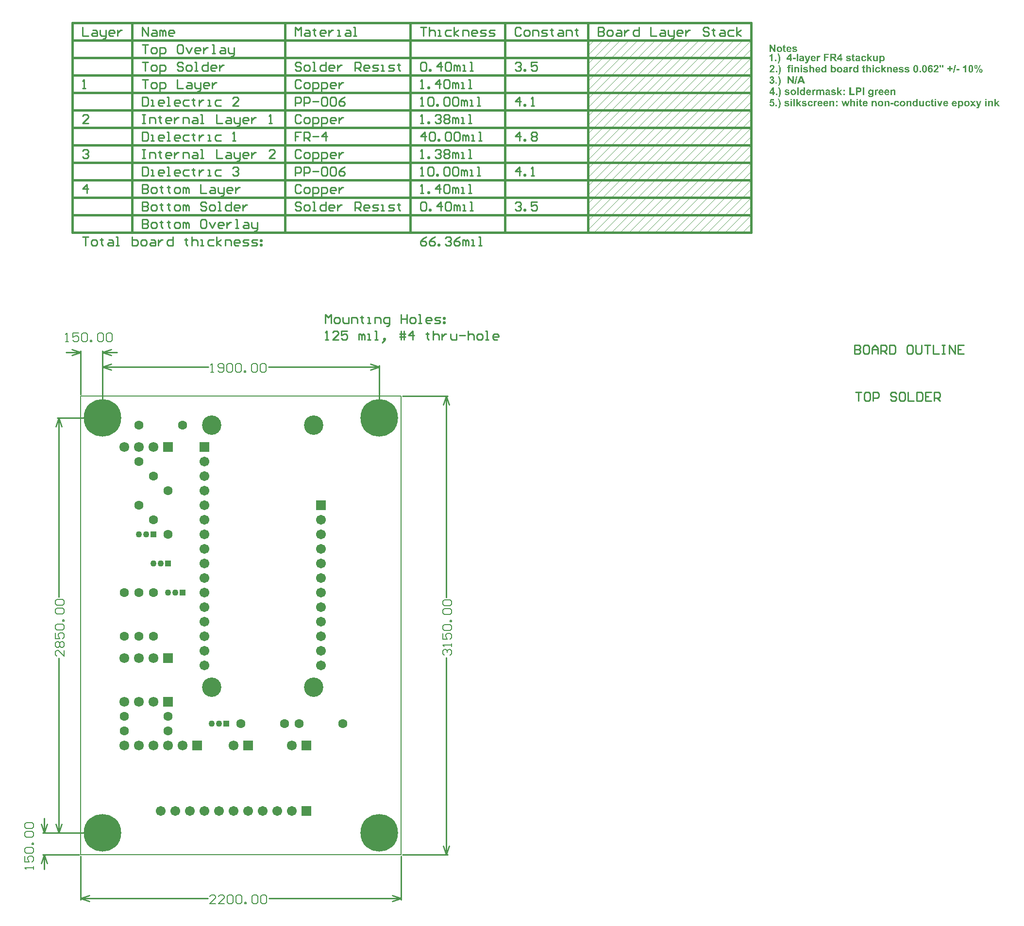
<source format=gts>
G04*
G04 #@! TF.GenerationSoftware,Altium Limited,Altium Designer,19.1.9 (167)*
G04*
G04 Layer_Color=8388736*
%FSLAX25Y25*%
%MOIN*%
G70*
G01*
G75*
%ADD11C,0.00500*%
%ADD14C,0.01000*%
%ADD15C,0.01500*%
%ADD16C,0.00100*%
%ADD17C,0.00600*%
%ADD18C,0.06312*%
%ADD19C,0.06706*%
%ADD20R,0.06706X0.06706*%
%ADD21C,0.06784*%
%ADD22R,0.06784X0.06784*%
%ADD23C,0.25800*%
%ADD24C,0.04343*%
%ADD25R,0.04343X0.04343*%
%ADD26C,0.13300*%
%ADD27R,0.06706X0.06706*%
G36*
X490427Y555050D02*
X490501Y555043D01*
X490582Y555035D01*
X490671Y555028D01*
X490856Y554998D01*
X491041Y554954D01*
X491219Y554887D01*
X491300Y554850D01*
X491374Y554806D01*
X491382D01*
X491389Y554791D01*
X491433Y554762D01*
X491500Y554702D01*
X491574Y554621D01*
X491663Y554525D01*
X491744Y554399D01*
X491826Y554251D01*
X491885Y554081D01*
X490960Y553911D01*
Y553918D01*
X490945Y553948D01*
X490930Y553985D01*
X490908Y554029D01*
X490878Y554088D01*
X490834Y554140D01*
X490790Y554192D01*
X490730Y554236D01*
X490723Y554244D01*
X490701Y554258D01*
X490664Y554273D01*
X490612Y554295D01*
X490545Y554318D01*
X490464Y554340D01*
X490368Y554347D01*
X490257Y554355D01*
X490190D01*
X490124Y554347D01*
X490042Y554340D01*
X489946Y554325D01*
X489857Y554310D01*
X489776Y554281D01*
X489702Y554244D01*
X489694D01*
X489687Y554229D01*
X489650Y554192D01*
X489606Y554125D01*
X489598Y554088D01*
X489591Y554044D01*
Y554036D01*
Y554029D01*
X489606Y553985D01*
X489635Y553925D01*
X489657Y553896D01*
X489687Y553866D01*
X489694Y553859D01*
X489724Y553851D01*
X489739Y553837D01*
X489768Y553829D01*
X489805Y553814D01*
X489850Y553792D01*
X489909Y553777D01*
X489968Y553755D01*
X490042Y553733D01*
X490131Y553711D01*
X490227Y553681D01*
X490338Y553652D01*
X490464Y553622D01*
X490605Y553585D01*
X490612D01*
X490642Y553578D01*
X490679Y553570D01*
X490730Y553555D01*
X490797Y553533D01*
X490871Y553518D01*
X491034Y553467D01*
X491219Y553400D01*
X491396Y553326D01*
X491485Y553282D01*
X491567Y553245D01*
X491633Y553193D01*
X491700Y553148D01*
X491715Y553134D01*
X491752Y553104D01*
X491796Y553045D01*
X491855Y552963D01*
X491914Y552860D01*
X491959Y552734D01*
X491996Y552586D01*
X492011Y552423D01*
Y552416D01*
Y552401D01*
Y552371D01*
X492003Y552334D01*
X491996Y552297D01*
X491988Y552246D01*
X491959Y552120D01*
X491907Y551987D01*
X491870Y551913D01*
X491833Y551839D01*
X491781Y551765D01*
X491722Y551691D01*
X491655Y551617D01*
X491581Y551543D01*
X491574Y551535D01*
X491559Y551528D01*
X491537Y551513D01*
X491500Y551483D01*
X491456Y551461D01*
X491404Y551432D01*
X491337Y551395D01*
X491263Y551365D01*
X491182Y551328D01*
X491086Y551298D01*
X490982Y551261D01*
X490871Y551239D01*
X490745Y551217D01*
X490612Y551195D01*
X490471Y551187D01*
X490323Y551180D01*
X490249D01*
X490198Y551187D01*
X490131D01*
X490057Y551195D01*
X489976Y551202D01*
X489887Y551217D01*
X489694Y551254D01*
X489495Y551306D01*
X489295Y551380D01*
X489206Y551432D01*
X489117Y551483D01*
X489110Y551491D01*
X489095Y551498D01*
X489073Y551513D01*
X489051Y551543D01*
X488969Y551609D01*
X488880Y551705D01*
X488784Y551824D01*
X488695Y551964D01*
X488614Y552135D01*
X488547Y552320D01*
X489532Y552468D01*
Y552453D01*
X489546Y552423D01*
X489561Y552371D01*
X489583Y552305D01*
X489620Y552231D01*
X489665Y552164D01*
X489717Y552090D01*
X489783Y552031D01*
X489791Y552024D01*
X489820Y552009D01*
X489865Y551987D01*
X489924Y551964D01*
X489998Y551935D01*
X490094Y551913D01*
X490198Y551898D01*
X490323Y551890D01*
X490383D01*
X490457Y551898D01*
X490538Y551905D01*
X490627Y551920D01*
X490723Y551950D01*
X490812Y551979D01*
X490893Y552024D01*
X490901Y552031D01*
X490915Y552046D01*
X490938Y552068D01*
X490960Y552098D01*
X490982Y552135D01*
X491004Y552179D01*
X491019Y552231D01*
X491026Y552290D01*
Y552297D01*
Y552312D01*
X491019Y552357D01*
X490997Y552416D01*
X490952Y552475D01*
X490938Y552490D01*
X490915Y552497D01*
X490886Y552519D01*
X490841Y552534D01*
X490782Y552556D01*
X490716Y552579D01*
X490627Y552601D01*
X490612D01*
X490575Y552616D01*
X490516Y552630D01*
X490434Y552645D01*
X490338Y552667D01*
X490235Y552697D01*
X490116Y552727D01*
X489990Y552764D01*
X489731Y552838D01*
X489606Y552875D01*
X489487Y552919D01*
X489376Y552956D01*
X489273Y553000D01*
X489184Y553045D01*
X489117Y553082D01*
X489110Y553089D01*
X489095Y553097D01*
X489080Y553111D01*
X489051Y553141D01*
X488977Y553208D01*
X488903Y553304D01*
X488821Y553422D01*
X488747Y553563D01*
X488718Y553644D01*
X488703Y553733D01*
X488688Y553822D01*
X488681Y553918D01*
Y553925D01*
Y553940D01*
Y553962D01*
X488688Y553999D01*
X488695Y554036D01*
X488703Y554088D01*
X488725Y554199D01*
X488769Y554325D01*
X488843Y554458D01*
X488880Y554532D01*
X488932Y554599D01*
X488991Y554665D01*
X489058Y554725D01*
X489065Y554732D01*
X489073Y554739D01*
X489095Y554754D01*
X489132Y554776D01*
X489169Y554799D01*
X489221Y554828D01*
X489280Y554858D01*
X489347Y554895D01*
X489428Y554924D01*
X489517Y554954D01*
X489613Y554984D01*
X489717Y555006D01*
X489835Y555028D01*
X489961Y555043D01*
X490094Y555058D01*
X490368D01*
X490427Y555050D01*
D02*
G37*
G36*
X477070Y551261D02*
X476034D01*
X473955Y554636D01*
Y551261D01*
X473000D01*
Y556382D01*
X473999D01*
X476115Y552934D01*
Y556382D01*
X477070D01*
Y551261D01*
D02*
G37*
G36*
X486461Y555050D02*
X486527Y555043D01*
X486609Y555028D01*
X486697Y555013D01*
X486794Y554991D01*
X486897Y554961D01*
X487001Y554924D01*
X487112Y554880D01*
X487223Y554821D01*
X487326Y554762D01*
X487430Y554688D01*
X487534Y554599D01*
X487622Y554503D01*
X487630Y554495D01*
X487645Y554480D01*
X487667Y554443D01*
X487696Y554399D01*
X487733Y554340D01*
X487770Y554273D01*
X487815Y554184D01*
X487859Y554088D01*
X487904Y553977D01*
X487948Y553851D01*
X487985Y553718D01*
X488022Y553563D01*
X488052Y553400D01*
X488074Y553222D01*
X488089Y553037D01*
Y552830D01*
X485632D01*
Y552823D01*
Y552808D01*
Y552786D01*
X485639Y552756D01*
X485647Y552682D01*
X485661Y552579D01*
X485691Y552475D01*
X485735Y552357D01*
X485787Y552246D01*
X485861Y552149D01*
X485869Y552142D01*
X485906Y552112D01*
X485950Y552075D01*
X486017Y552031D01*
X486098Y551987D01*
X486202Y551950D01*
X486313Y551920D01*
X486431Y551913D01*
X486468D01*
X486512Y551920D01*
X486564Y551927D01*
X486623Y551942D01*
X486690Y551964D01*
X486757Y551994D01*
X486816Y552038D01*
X486823Y552046D01*
X486845Y552061D01*
X486875Y552090D01*
X486905Y552135D01*
X486949Y552194D01*
X486986Y552260D01*
X487023Y552349D01*
X487060Y552445D01*
X488037Y552283D01*
Y552275D01*
X488029Y552260D01*
X488015Y552231D01*
X488000Y552194D01*
X487978Y552149D01*
X487955Y552098D01*
X487889Y551979D01*
X487807Y551846D01*
X487704Y551705D01*
X487578Y551580D01*
X487437Y551461D01*
X487430D01*
X487423Y551446D01*
X487393Y551439D01*
X487363Y551417D01*
X487326Y551395D01*
X487275Y551372D01*
X487223Y551350D01*
X487156Y551321D01*
X487008Y551269D01*
X486838Y551224D01*
X486638Y551195D01*
X486424Y551180D01*
X486379D01*
X486335Y551187D01*
X486268D01*
X486187Y551202D01*
X486091Y551217D01*
X485987Y551232D01*
X485883Y551261D01*
X485765Y551291D01*
X485647Y551335D01*
X485528Y551387D01*
X485410Y551446D01*
X485291Y551520D01*
X485180Y551602D01*
X485084Y551698D01*
X484988Y551809D01*
X484981Y551816D01*
X484973Y551831D01*
X484958Y551861D01*
X484929Y551898D01*
X484907Y551950D01*
X484877Y552009D01*
X484840Y552075D01*
X484810Y552157D01*
X484773Y552246D01*
X484744Y552342D01*
X484707Y552445D01*
X484685Y552564D01*
X484662Y552682D01*
X484640Y552808D01*
X484633Y552949D01*
X484625Y553089D01*
Y553097D01*
Y553126D01*
Y553178D01*
X484633Y553245D01*
X484640Y553319D01*
X484648Y553407D01*
X484662Y553504D01*
X484685Y553615D01*
X484744Y553844D01*
X484781Y553962D01*
X484825Y554088D01*
X484884Y554207D01*
X484951Y554318D01*
X485025Y554429D01*
X485106Y554532D01*
X485114Y554540D01*
X485129Y554554D01*
X485158Y554584D01*
X485195Y554614D01*
X485240Y554651D01*
X485299Y554695D01*
X485365Y554747D01*
X485439Y554799D01*
X485521Y554843D01*
X485617Y554895D01*
X485713Y554939D01*
X485824Y554976D01*
X485935Y555006D01*
X486061Y555035D01*
X486187Y555050D01*
X486320Y555058D01*
X486401D01*
X486461Y555050D01*
D02*
G37*
G36*
X483560Y554976D02*
X484233D01*
Y554192D01*
X483560D01*
Y552690D01*
Y552682D01*
Y552667D01*
Y552645D01*
Y552616D01*
Y552542D01*
Y552453D01*
X483567Y552364D01*
Y552275D01*
Y552209D01*
X483575Y552179D01*
Y552164D01*
X483582Y552149D01*
X483597Y552120D01*
X483619Y552083D01*
X483663Y552038D01*
X483678Y552031D01*
X483708Y552016D01*
X483760Y552001D01*
X483826Y551994D01*
X483856D01*
X483885Y552001D01*
X483930Y552009D01*
X483989Y552016D01*
X484056Y552031D01*
X484137Y552053D01*
X484226Y552083D01*
X484315Y551321D01*
X484307D01*
X484300Y551313D01*
X484255Y551298D01*
X484181Y551276D01*
X484085Y551254D01*
X483974Y551224D01*
X483841Y551202D01*
X483693Y551187D01*
X483538Y551180D01*
X483493D01*
X483441Y551187D01*
X483375Y551195D01*
X483301Y551202D01*
X483219Y551217D01*
X483138Y551239D01*
X483057Y551269D01*
X483049Y551276D01*
X483020Y551284D01*
X482983Y551306D01*
X482938Y551328D01*
X482835Y551402D01*
X482783Y551446D01*
X482738Y551498D01*
X482731Y551506D01*
X482724Y551528D01*
X482709Y551557D01*
X482687Y551602D01*
X482664Y551654D01*
X482642Y551720D01*
X482620Y551794D01*
X482605Y551876D01*
Y551883D01*
X482598Y551913D01*
Y551957D01*
X482590Y552031D01*
X482583Y552127D01*
Y552246D01*
X482576Y552312D01*
Y552394D01*
Y552475D01*
Y552571D01*
Y554192D01*
X482124D01*
Y554976D01*
X482576D01*
Y555716D01*
X483560Y556293D01*
Y554976D01*
D02*
G37*
G36*
X479978Y555050D02*
X480052Y555043D01*
X480134Y555028D01*
X480230Y555013D01*
X480326Y554991D01*
X480437Y554961D01*
X480548Y554924D01*
X480659Y554880D01*
X480777Y554828D01*
X480896Y554762D01*
X481007Y554688D01*
X481118Y554606D01*
X481221Y554510D01*
X481229Y554503D01*
X481244Y554488D01*
X481273Y554451D01*
X481303Y554414D01*
X481347Y554355D01*
X481392Y554295D01*
X481443Y554214D01*
X481495Y554133D01*
X481540Y554036D01*
X481591Y553933D01*
X481636Y553814D01*
X481680Y553696D01*
X481710Y553563D01*
X481739Y553430D01*
X481754Y553282D01*
X481762Y553126D01*
Y553119D01*
Y553089D01*
Y553045D01*
X481754Y552986D01*
X481747Y552912D01*
X481732Y552830D01*
X481717Y552734D01*
X481695Y552638D01*
X481665Y552527D01*
X481628Y552416D01*
X481584Y552297D01*
X481532Y552179D01*
X481466Y552061D01*
X481392Y551950D01*
X481310Y551839D01*
X481214Y551728D01*
X481207Y551720D01*
X481192Y551705D01*
X481162Y551676D01*
X481118Y551639D01*
X481066Y551602D01*
X480999Y551557D01*
X480925Y551506D01*
X480844Y551454D01*
X480748Y551402D01*
X480644Y551350D01*
X480533Y551306D01*
X480407Y551269D01*
X480282Y551232D01*
X480141Y551202D01*
X480000Y551187D01*
X479845Y551180D01*
X479793D01*
X479756Y551187D01*
X479712D01*
X479660Y551195D01*
X479534Y551210D01*
X479379Y551239D01*
X479216Y551276D01*
X479046Y551335D01*
X478868Y551409D01*
X478861D01*
X478846Y551417D01*
X478824Y551432D01*
X478794Y551454D01*
X478713Y551506D01*
X478609Y551580D01*
X478498Y551676D01*
X478380Y551794D01*
X478269Y551927D01*
X478165Y552083D01*
Y552090D01*
X478158Y552105D01*
X478143Y552127D01*
X478128Y552164D01*
X478113Y552209D01*
X478091Y552260D01*
X478069Y552320D01*
X478047Y552386D01*
X478025Y552460D01*
X478002Y552542D01*
X477965Y552727D01*
X477936Y552941D01*
X477928Y553171D01*
Y553178D01*
Y553193D01*
Y553222D01*
X477936Y553252D01*
Y553296D01*
X477943Y553348D01*
X477958Y553474D01*
X477988Y553615D01*
X478032Y553770D01*
X478084Y553940D01*
X478165Y554110D01*
Y554118D01*
X478180Y554133D01*
X478187Y554155D01*
X478210Y554184D01*
X478269Y554266D01*
X478343Y554369D01*
X478439Y554480D01*
X478557Y554599D01*
X478691Y554710D01*
X478846Y554813D01*
X478853D01*
X478868Y554821D01*
X478890Y554836D01*
X478927Y554850D01*
X478964Y554873D01*
X479016Y554887D01*
X479075Y554910D01*
X479135Y554939D01*
X479283Y554984D01*
X479453Y555021D01*
X479638Y555050D01*
X479838Y555058D01*
X479919D01*
X479978Y555050D01*
D02*
G37*
G36*
X507417Y548735D02*
X507499Y548720D01*
X507602Y548698D01*
X507713Y548661D01*
X507824Y548617D01*
X507943Y548550D01*
X507632Y547699D01*
X507625Y547706D01*
X507588Y547721D01*
X507543Y547751D01*
X507484Y547780D01*
X507410Y547810D01*
X507336Y547840D01*
X507255Y547854D01*
X507173Y547862D01*
X507144D01*
X507099Y547854D01*
X507055Y547847D01*
X507003Y547832D01*
X506944Y547810D01*
X506885Y547780D01*
X506825Y547743D01*
X506818Y547736D01*
X506803Y547721D01*
X506774Y547692D01*
X506744Y547647D01*
X506707Y547595D01*
X506670Y547521D01*
X506633Y547433D01*
X506603Y547329D01*
Y547314D01*
X506596Y547292D01*
X506589Y547270D01*
Y547233D01*
X506581Y547188D01*
X506574Y547129D01*
X506566Y547063D01*
X506559Y546989D01*
X506552Y546892D01*
X506544Y546796D01*
Y546678D01*
X506537Y546552D01*
X506529Y546411D01*
Y546256D01*
Y546086D01*
Y544946D01*
X505545D01*
Y548661D01*
X506455D01*
Y548136D01*
X506463Y548143D01*
X506492Y548187D01*
X506537Y548254D01*
X506596Y548335D01*
X506655Y548417D01*
X506729Y548498D01*
X506796Y548572D01*
X506870Y548624D01*
X506877Y548631D01*
X506899Y548646D01*
X506944Y548661D01*
X506996Y548683D01*
X507055Y548705D01*
X507129Y548728D01*
X507203Y548735D01*
X507292Y548742D01*
X507351D01*
X507417Y548735D01*
D02*
G37*
G36*
X550707D02*
X550759Y548728D01*
X550826Y548713D01*
X550900Y548698D01*
X550974Y548676D01*
X551063Y548654D01*
X551144Y548617D01*
X551240Y548580D01*
X551329Y548528D01*
X551425Y548469D01*
X551514Y548402D01*
X551603Y548321D01*
X551692Y548232D01*
X551699Y548224D01*
X551714Y548210D01*
X551736Y548180D01*
X551766Y548136D01*
X551795Y548091D01*
X551832Y548025D01*
X551877Y547951D01*
X551921Y547869D01*
X551958Y547773D01*
X552002Y547669D01*
X552039Y547551D01*
X552076Y547425D01*
X552099Y547285D01*
X552121Y547144D01*
X552136Y546981D01*
X552143Y546818D01*
Y546811D01*
Y546781D01*
Y546730D01*
X552136Y546663D01*
X552128Y546589D01*
X552121Y546500D01*
X552106Y546397D01*
X552084Y546293D01*
X552032Y546056D01*
X551995Y545938D01*
X551951Y545819D01*
X551899Y545701D01*
X551832Y545590D01*
X551766Y545479D01*
X551684Y545375D01*
X551677Y545368D01*
X551662Y545353D01*
X551640Y545331D01*
X551603Y545294D01*
X551558Y545257D01*
X551507Y545213D01*
X551447Y545168D01*
X551381Y545124D01*
X551299Y545072D01*
X551218Y545028D01*
X551033Y544946D01*
X550929Y544909D01*
X550818Y544887D01*
X550707Y544872D01*
X550589Y544865D01*
X550537D01*
X550478Y544872D01*
X550404Y544880D01*
X550315Y544894D01*
X550219Y544917D01*
X550123Y544946D01*
X550027Y544983D01*
X550019Y544991D01*
X549982Y545005D01*
X549938Y545042D01*
X549871Y545087D01*
X549790Y545139D01*
X549708Y545213D01*
X549612Y545301D01*
X549509Y545405D01*
Y543525D01*
X548524D01*
Y548661D01*
X549442D01*
Y548113D01*
X549449Y548128D01*
X549472Y548158D01*
X549516Y548210D01*
X549568Y548276D01*
X549634Y548350D01*
X549723Y548424D01*
X549812Y548498D01*
X549923Y548565D01*
X549938Y548572D01*
X549975Y548594D01*
X550041Y548624D01*
X550123Y548654D01*
X550219Y548683D01*
X550337Y548713D01*
X550463Y548735D01*
X550596Y548742D01*
X550656D01*
X550707Y548735D01*
D02*
G37*
G36*
X527405D02*
X527479Y548728D01*
X527560Y548720D01*
X527649Y548713D01*
X527834Y548683D01*
X528019Y548639D01*
X528197Y548572D01*
X528278Y548535D01*
X528352Y548491D01*
X528359D01*
X528367Y548476D01*
X528411Y548446D01*
X528478Y548387D01*
X528552Y548306D01*
X528641Y548210D01*
X528722Y548084D01*
X528803Y547936D01*
X528863Y547766D01*
X527938Y547595D01*
Y547603D01*
X527923Y547632D01*
X527908Y547669D01*
X527886Y547714D01*
X527856Y547773D01*
X527812Y547825D01*
X527767Y547877D01*
X527708Y547921D01*
X527701Y547928D01*
X527679Y547943D01*
X527642Y547958D01*
X527590Y547980D01*
X527523Y548002D01*
X527442Y548025D01*
X527346Y548032D01*
X527235Y548039D01*
X527168D01*
X527101Y548032D01*
X527020Y548025D01*
X526924Y548010D01*
X526835Y547995D01*
X526754Y547965D01*
X526680Y547928D01*
X526672D01*
X526665Y547914D01*
X526628Y547877D01*
X526583Y547810D01*
X526576Y547773D01*
X526569Y547729D01*
Y547721D01*
Y547714D01*
X526583Y547669D01*
X526613Y547610D01*
X526635Y547581D01*
X526665Y547551D01*
X526672Y547544D01*
X526702Y547536D01*
X526717Y547521D01*
X526746Y547514D01*
X526783Y547499D01*
X526828Y547477D01*
X526887Y547462D01*
X526946Y547440D01*
X527020Y547418D01*
X527109Y547396D01*
X527205Y547366D01*
X527316Y547336D01*
X527442Y547307D01*
X527582Y547270D01*
X527590D01*
X527619Y547262D01*
X527656Y547255D01*
X527708Y547240D01*
X527775Y547218D01*
X527849Y547203D01*
X528012Y547151D01*
X528197Y547085D01*
X528374Y547011D01*
X528463Y546966D01*
X528544Y546929D01*
X528611Y546878D01*
X528678Y546833D01*
X528692Y546818D01*
X528729Y546789D01*
X528774Y546730D01*
X528833Y546648D01*
X528892Y546545D01*
X528937Y546419D01*
X528974Y546271D01*
X528988Y546108D01*
Y546101D01*
Y546086D01*
Y546056D01*
X528981Y546019D01*
X528974Y545982D01*
X528966Y545930D01*
X528937Y545805D01*
X528885Y545671D01*
X528848Y545597D01*
X528811Y545523D01*
X528759Y545449D01*
X528700Y545375D01*
X528633Y545301D01*
X528559Y545227D01*
X528552Y545220D01*
X528537Y545213D01*
X528515Y545198D01*
X528478Y545168D01*
X528433Y545146D01*
X528382Y545116D01*
X528315Y545079D01*
X528241Y545050D01*
X528160Y545013D01*
X528063Y544983D01*
X527960Y544946D01*
X527849Y544924D01*
X527723Y544902D01*
X527590Y544880D01*
X527449Y544872D01*
X527301Y544865D01*
X527227D01*
X527175Y544872D01*
X527109D01*
X527035Y544880D01*
X526953Y544887D01*
X526865Y544902D01*
X526672Y544939D01*
X526472Y544991D01*
X526273Y545065D01*
X526184Y545116D01*
X526095Y545168D01*
X526088Y545176D01*
X526073Y545183D01*
X526051Y545198D01*
X526028Y545227D01*
X525947Y545294D01*
X525858Y545390D01*
X525762Y545509D01*
X525673Y545649D01*
X525592Y545819D01*
X525525Y546004D01*
X526509Y546152D01*
Y546138D01*
X526524Y546108D01*
X526539Y546056D01*
X526561Y545990D01*
X526598Y545916D01*
X526643Y545849D01*
X526694Y545775D01*
X526761Y545716D01*
X526768Y545708D01*
X526798Y545694D01*
X526842Y545671D01*
X526902Y545649D01*
X526976Y545620D01*
X527072Y545597D01*
X527175Y545583D01*
X527301Y545575D01*
X527360D01*
X527434Y545583D01*
X527516Y545590D01*
X527605Y545605D01*
X527701Y545634D01*
X527790Y545664D01*
X527871Y545708D01*
X527878Y545716D01*
X527893Y545731D01*
X527915Y545753D01*
X527938Y545782D01*
X527960Y545819D01*
X527982Y545864D01*
X527997Y545916D01*
X528004Y545975D01*
Y545982D01*
Y545997D01*
X527997Y546041D01*
X527975Y546101D01*
X527930Y546160D01*
X527915Y546175D01*
X527893Y546182D01*
X527864Y546204D01*
X527819Y546219D01*
X527760Y546241D01*
X527693Y546263D01*
X527605Y546286D01*
X527590D01*
X527553Y546300D01*
X527494Y546315D01*
X527412Y546330D01*
X527316Y546352D01*
X527212Y546382D01*
X527094Y546411D01*
X526968Y546448D01*
X526709Y546522D01*
X526583Y546559D01*
X526465Y546604D01*
X526354Y546641D01*
X526250Y546685D01*
X526162Y546730D01*
X526095Y546767D01*
X526088Y546774D01*
X526073Y546781D01*
X526058Y546796D01*
X526028Y546826D01*
X525954Y546892D01*
X525880Y546989D01*
X525799Y547107D01*
X525725Y547248D01*
X525695Y547329D01*
X525681Y547418D01*
X525666Y547507D01*
X525658Y547603D01*
Y547610D01*
Y547625D01*
Y547647D01*
X525666Y547684D01*
X525673Y547721D01*
X525681Y547773D01*
X525703Y547884D01*
X525747Y548010D01*
X525821Y548143D01*
X525858Y548217D01*
X525910Y548284D01*
X525969Y548350D01*
X526036Y548409D01*
X526043Y548417D01*
X526051Y548424D01*
X526073Y548439D01*
X526110Y548461D01*
X526147Y548483D01*
X526199Y548513D01*
X526258Y548543D01*
X526324Y548580D01*
X526406Y548609D01*
X526495Y548639D01*
X526591Y548668D01*
X526694Y548691D01*
X526813Y548713D01*
X526939Y548728D01*
X527072Y548742D01*
X527346D01*
X527405Y548735D01*
D02*
G37*
G36*
X537898D02*
X537957D01*
X538024Y548728D01*
X538098Y548720D01*
X538179Y548705D01*
X538349Y548668D01*
X538527Y548617D01*
X538705Y548543D01*
X538867Y548446D01*
X538875D01*
X538882Y548432D01*
X538904Y548417D01*
X538934Y548395D01*
X539001Y548328D01*
X539089Y548232D01*
X539186Y548106D01*
X539282Y547958D01*
X539371Y547780D01*
X539445Y547573D01*
X538475Y547396D01*
Y547410D01*
X538468Y547440D01*
X538453Y547492D01*
X538431Y547558D01*
X538394Y547625D01*
X538357Y547699D01*
X538305Y547766D01*
X538246Y547825D01*
X538238Y547832D01*
X538216Y547847D01*
X538179Y547869D01*
X538127Y547899D01*
X538061Y547928D01*
X537987Y547951D01*
X537898Y547965D01*
X537802Y547973D01*
X537787D01*
X537743Y547965D01*
X537676Y547958D01*
X537587Y547943D01*
X537498Y547906D01*
X537402Y547862D01*
X537306Y547803D01*
X537217Y547714D01*
X537210Y547699D01*
X537188Y547662D01*
X537151Y547603D01*
X537114Y547514D01*
X537069Y547396D01*
X537054Y547329D01*
X537040Y547255D01*
X537025Y547166D01*
X537010Y547077D01*
X537003Y546974D01*
Y546870D01*
Y546863D01*
Y546841D01*
Y546804D01*
X537010Y546759D01*
Y546707D01*
X537017Y546648D01*
X537032Y546500D01*
X537054Y546345D01*
X537099Y546189D01*
X537151Y546049D01*
X537188Y545990D01*
X537225Y545930D01*
X537232Y545916D01*
X537269Y545886D01*
X537313Y545849D01*
X537380Y545797D01*
X537469Y545745D01*
X537565Y545708D01*
X537683Y545679D01*
X537817Y545664D01*
X537861D01*
X537913Y545671D01*
X537979Y545686D01*
X538053Y545701D01*
X538127Y545731D01*
X538201Y545768D01*
X538275Y545819D01*
X538283Y545827D01*
X538305Y545849D01*
X538335Y545886D01*
X538379Y545945D01*
X538423Y546019D01*
X538460Y546115D01*
X538505Y546234D01*
X538534Y546367D01*
X539496Y546204D01*
Y546197D01*
X539489Y546175D01*
X539482Y546138D01*
X539467Y546093D01*
X539445Y546041D01*
X539422Y545975D01*
X539363Y545827D01*
X539289Y545664D01*
X539186Y545501D01*
X539060Y545338D01*
X538986Y545264D01*
X538912Y545198D01*
X538904D01*
X538890Y545183D01*
X538867Y545168D01*
X538838Y545146D01*
X538793Y545124D01*
X538742Y545094D01*
X538682Y545065D01*
X538608Y545035D01*
X538534Y544998D01*
X538446Y544968D01*
X538357Y544939D01*
X538253Y544917D01*
X538142Y544894D01*
X538024Y544880D01*
X537905Y544872D01*
X537772Y544865D01*
X537691D01*
X537639Y544872D01*
X537572Y544880D01*
X537491Y544894D01*
X537402Y544909D01*
X537306Y544931D01*
X537202Y544954D01*
X537099Y544991D01*
X536988Y545028D01*
X536884Y545079D01*
X536773Y545139D01*
X536670Y545205D01*
X536573Y545287D01*
X536477Y545375D01*
X536470Y545383D01*
X536455Y545398D01*
X536433Y545427D01*
X536403Y545472D01*
X536366Y545523D01*
X536322Y545583D01*
X536285Y545657D01*
X536240Y545745D01*
X536189Y545842D01*
X536152Y545945D01*
X536107Y546064D01*
X536070Y546189D01*
X536041Y546330D01*
X536018Y546471D01*
X536004Y546633D01*
X535996Y546796D01*
Y546804D01*
Y546833D01*
Y546885D01*
X536004Y546944D01*
X536011Y547026D01*
X536018Y547114D01*
X536033Y547211D01*
X536055Y547322D01*
X536115Y547551D01*
X536152Y547669D01*
X536196Y547788D01*
X536255Y547906D01*
X536322Y548017D01*
X536396Y548121D01*
X536477Y548224D01*
X536485Y548232D01*
X536499Y548247D01*
X536529Y548269D01*
X536566Y548306D01*
X536618Y548343D01*
X536677Y548387D01*
X536744Y548439D01*
X536825Y548483D01*
X536914Y548535D01*
X537010Y548580D01*
X537121Y548624D01*
X537239Y548661D01*
X537358Y548698D01*
X537498Y548720D01*
X537639Y548735D01*
X537787Y548742D01*
X537854D01*
X537898Y548735D01*
D02*
G37*
G36*
X491086Y546315D02*
X489154D01*
Y547299D01*
X491086D01*
Y546315D01*
D02*
G37*
G36*
X499662Y545079D02*
X499425Y544443D01*
X499418Y544428D01*
X499403Y544391D01*
X499374Y544332D01*
X499344Y544258D01*
X499307Y544177D01*
X499263Y544095D01*
X499218Y544021D01*
X499174Y543947D01*
X499166Y543940D01*
X499152Y543918D01*
X499129Y543888D01*
X499100Y543844D01*
X499018Y543755D01*
X498907Y543666D01*
X498900Y543659D01*
X498878Y543651D01*
X498848Y543629D01*
X498804Y543607D01*
X498752Y543585D01*
X498693Y543555D01*
X498619Y543525D01*
X498537Y543503D01*
X498530D01*
X498500Y543496D01*
X498456Y543481D01*
X498389Y543474D01*
X498315Y543459D01*
X498234Y543444D01*
X498138Y543437D01*
X497990D01*
X497931Y543444D01*
X497864D01*
X497775Y543451D01*
X497686Y543466D01*
X497487Y543503D01*
X497398Y544273D01*
X497405D01*
X497435Y544265D01*
X497479Y544258D01*
X497538Y544251D01*
X497598Y544236D01*
X497672Y544228D01*
X497812Y544221D01*
X497871D01*
X497931Y544236D01*
X498005Y544251D01*
X498086Y544273D01*
X498167Y544310D01*
X498249Y544362D01*
X498315Y544428D01*
X498323Y544436D01*
X498345Y544465D01*
X498375Y544510D01*
X498412Y544569D01*
X498449Y544643D01*
X498493Y544732D01*
X498530Y544828D01*
X498567Y544939D01*
X497161Y548661D01*
X498204D01*
X499085Y546019D01*
X499958Y548661D01*
X500972D01*
X499662Y545079D01*
D02*
G37*
G36*
X547540Y544946D02*
X546630D01*
Y545501D01*
X546623Y545486D01*
X546593Y545449D01*
X546549Y545398D01*
X546482Y545331D01*
X546408Y545250D01*
X546312Y545176D01*
X546208Y545094D01*
X546090Y545028D01*
X546075Y545020D01*
X546031Y545005D01*
X545964Y544976D01*
X545875Y544946D01*
X545772Y544917D01*
X545653Y544887D01*
X545527Y544872D01*
X545394Y544865D01*
X545328D01*
X545261Y544872D01*
X545172Y544887D01*
X545061Y544902D01*
X544950Y544931D01*
X544832Y544976D01*
X544721Y545028D01*
X544706Y545035D01*
X544676Y545057D01*
X544617Y545094D01*
X544558Y545146D01*
X544484Y545213D01*
X544417Y545287D01*
X544351Y545383D01*
X544292Y545486D01*
X544284Y545501D01*
X544269Y545538D01*
X544247Y545605D01*
X544225Y545701D01*
X544203Y545819D01*
X544181Y545960D01*
X544166Y546123D01*
X544158Y546308D01*
Y548661D01*
X545143D01*
Y546952D01*
Y546944D01*
Y546915D01*
Y546878D01*
Y546826D01*
Y546767D01*
Y546700D01*
X545150Y546545D01*
X545157Y546374D01*
X545165Y546219D01*
X545172Y546152D01*
X545180Y546086D01*
X545187Y546034D01*
X545194Y545997D01*
Y545990D01*
X545202Y545967D01*
X545217Y545938D01*
X545239Y545893D01*
X545261Y545849D01*
X545298Y545805D01*
X545335Y545760D01*
X545387Y545716D01*
X545394Y545708D01*
X545416Y545701D01*
X545446Y545686D01*
X545490Y545671D01*
X545542Y545649D01*
X545609Y545634D01*
X545675Y545627D01*
X545757Y545620D01*
X545801D01*
X545846Y545627D01*
X545905Y545634D01*
X545979Y545649D01*
X546053Y545679D01*
X546134Y545708D01*
X546208Y545753D01*
X546216Y545760D01*
X546238Y545775D01*
X546275Y545805D01*
X546319Y545849D01*
X546364Y545901D01*
X546408Y545953D01*
X546452Y546019D01*
X546482Y546093D01*
Y546101D01*
X546497Y546138D01*
Y546167D01*
X546504Y546204D01*
X546512Y546241D01*
X546519Y546293D01*
X546526Y546360D01*
X546534Y546426D01*
X546541Y546508D01*
Y546604D01*
X546549Y546707D01*
X546556Y546826D01*
Y546952D01*
Y547092D01*
Y548661D01*
X547540D01*
Y544946D01*
D02*
G37*
G36*
X541147Y547351D02*
X542294Y548661D01*
X543500D01*
X542227Y547299D01*
X543589Y544946D01*
X542530D01*
X541591Y546611D01*
X541147Y546130D01*
Y544946D01*
X540162D01*
Y550067D01*
X541147D01*
Y547351D01*
D02*
G37*
G36*
X533843Y548735D02*
X533902D01*
X534050Y548720D01*
X534205Y548705D01*
X534368Y548676D01*
X534524Y548631D01*
X534590Y548609D01*
X534657Y548580D01*
X534664D01*
X534672Y548572D01*
X534709Y548550D01*
X534768Y548520D01*
X534834Y548476D01*
X534916Y548417D01*
X534990Y548350D01*
X535056Y548269D01*
X535116Y548187D01*
X535123Y548173D01*
X535138Y548143D01*
X535160Y548076D01*
X535167Y548039D01*
X535182Y547988D01*
X535197Y547936D01*
X535204Y547869D01*
X535219Y547795D01*
X535227Y547714D01*
X535234Y547625D01*
X535241Y547529D01*
X535249Y547425D01*
Y547307D01*
X535234Y546160D01*
Y546152D01*
Y546138D01*
Y546115D01*
Y546078D01*
Y545990D01*
X535241Y545886D01*
Y545768D01*
X535256Y545649D01*
X535264Y545531D01*
X535278Y545435D01*
Y545427D01*
X535286Y545398D01*
X535301Y545346D01*
X535315Y545287D01*
X535345Y545213D01*
X535375Y545131D01*
X535412Y545042D01*
X535456Y544946D01*
X534487D01*
Y544954D01*
X534479Y544961D01*
X534472Y544991D01*
X534457Y545020D01*
X534442Y545057D01*
X534427Y545109D01*
X534413Y545168D01*
X534390Y545235D01*
Y545242D01*
X534383Y545250D01*
X534376Y545279D01*
X534361Y545316D01*
X534353Y545346D01*
X534339Y545338D01*
X534309Y545309D01*
X534257Y545264D01*
X534191Y545213D01*
X534109Y545153D01*
X534020Y545087D01*
X533917Y545035D01*
X533813Y544983D01*
X533798Y544976D01*
X533761Y544968D01*
X533702Y544946D01*
X533628Y544924D01*
X533539Y544902D01*
X533436Y544887D01*
X533317Y544872D01*
X533199Y544865D01*
X533147D01*
X533103Y544872D01*
X533058D01*
X532999Y544880D01*
X532873Y544902D01*
X532725Y544939D01*
X532577Y544991D01*
X532429Y545065D01*
X532296Y545168D01*
Y545176D01*
X532281Y545183D01*
X532244Y545227D01*
X532193Y545294D01*
X532133Y545383D01*
X532074Y545494D01*
X532022Y545627D01*
X531985Y545782D01*
X531978Y545864D01*
X531971Y545953D01*
Y545967D01*
Y546004D01*
X531978Y546064D01*
X531993Y546138D01*
X532008Y546226D01*
X532030Y546315D01*
X532067Y546411D01*
X532119Y546508D01*
X532126Y546522D01*
X532148Y546552D01*
X532178Y546596D01*
X532230Y546648D01*
X532281Y546707D01*
X532355Y546774D01*
X532437Y546833D01*
X532533Y546885D01*
X532548Y546892D01*
X532585Y546907D01*
X532644Y546929D01*
X532733Y546966D01*
X532844Y547003D01*
X532977Y547040D01*
X533140Y547077D01*
X533317Y547114D01*
X533325D01*
X533347Y547122D01*
X533384Y547129D01*
X533428Y547137D01*
X533488Y547144D01*
X533554Y547159D01*
X533702Y547196D01*
X533858Y547233D01*
X534020Y547270D01*
X534161Y547314D01*
X534228Y547336D01*
X534279Y547359D01*
Y547455D01*
Y547470D01*
Y547499D01*
X534272Y547551D01*
X534265Y547618D01*
X534242Y547684D01*
X534220Y547751D01*
X534183Y547810D01*
X534131Y547862D01*
X534124Y547869D01*
X534102Y547884D01*
X534065Y547899D01*
X534013Y547928D01*
X533939Y547951D01*
X533850Y547965D01*
X533739Y547980D01*
X533606Y547988D01*
X533562D01*
X533517Y547980D01*
X533458Y547973D01*
X533391Y547958D01*
X533317Y547943D01*
X533251Y547914D01*
X533192Y547877D01*
X533184Y547869D01*
X533169Y547854D01*
X533140Y547832D01*
X533110Y547795D01*
X533066Y547743D01*
X533029Y547677D01*
X532992Y547603D01*
X532955Y547514D01*
X532074Y547677D01*
Y547684D01*
X532082Y547699D01*
X532089Y547729D01*
X532104Y547766D01*
X532119Y547810D01*
X532141Y547862D01*
X532193Y547980D01*
X532267Y548106D01*
X532355Y548239D01*
X532459Y548365D01*
X532585Y548476D01*
X532592D01*
X532600Y548491D01*
X532622Y548498D01*
X532651Y548520D01*
X532696Y548535D01*
X532740Y548557D01*
X532799Y548587D01*
X532859Y548609D01*
X532933Y548631D01*
X533014Y548661D01*
X533103Y548683D01*
X533206Y548698D01*
X533310Y548720D01*
X533428Y548728D01*
X533547Y548742D01*
X533791D01*
X533843Y548735D01*
D02*
G37*
G36*
X522565Y546833D02*
X523202D01*
Y545975D01*
X522565D01*
Y544946D01*
X521618D01*
Y545975D01*
X519516D01*
Y546826D01*
X521736Y550089D01*
X522565D01*
Y546833D01*
D02*
G37*
G36*
X517119Y550060D02*
X517200D01*
X517282Y550052D01*
X517378D01*
X517570Y550030D01*
X517770Y550008D01*
X517955Y549971D01*
X518036Y549949D01*
X518110Y549926D01*
X518118D01*
X518125Y549919D01*
X518170Y549897D01*
X518236Y549860D01*
X518325Y549815D01*
X518421Y549741D01*
X518517Y549660D01*
X518614Y549556D01*
X518702Y549431D01*
Y549423D01*
X518710Y549416D01*
X518725Y549394D01*
X518739Y549371D01*
X518776Y549297D01*
X518821Y549201D01*
X518858Y549083D01*
X518895Y548950D01*
X518924Y548794D01*
X518932Y548631D01*
Y548624D01*
Y548609D01*
Y548572D01*
X518924Y548535D01*
Y548483D01*
X518917Y548432D01*
X518887Y548298D01*
X518850Y548143D01*
X518791Y547988D01*
X518702Y547825D01*
X518651Y547751D01*
X518591Y547677D01*
X518584Y547669D01*
X518577Y547662D01*
X518554Y547640D01*
X518525Y547618D01*
X518495Y547588D01*
X518451Y547551D01*
X518399Y547514D01*
X518340Y547477D01*
X518273Y547433D01*
X518192Y547396D01*
X518110Y547359D01*
X518022Y547322D01*
X517918Y547285D01*
X517814Y547255D01*
X517703Y547225D01*
X517578Y547203D01*
X517585D01*
X517592Y547196D01*
X517637Y547166D01*
X517696Y547129D01*
X517770Y547077D01*
X517859Y547011D01*
X517948Y546944D01*
X518044Y546863D01*
X518125Y546774D01*
X518133Y546767D01*
X518170Y546730D01*
X518214Y546670D01*
X518281Y546582D01*
X518369Y546471D01*
X518414Y546397D01*
X518466Y546323D01*
X518525Y546241D01*
X518584Y546152D01*
X518651Y546049D01*
X518717Y545945D01*
X519346Y544946D01*
X518103D01*
X517363Y546056D01*
X517356Y546064D01*
X517348Y546086D01*
X517326Y546115D01*
X517296Y546152D01*
X517267Y546197D01*
X517230Y546256D01*
X517148Y546374D01*
X517052Y546508D01*
X516963Y546626D01*
X516882Y546737D01*
X516845Y546774D01*
X516815Y546811D01*
X516808Y546818D01*
X516793Y546833D01*
X516764Y546863D01*
X516727Y546900D01*
X516675Y546929D01*
X516623Y546966D01*
X516564Y546996D01*
X516505Y547026D01*
X516497D01*
X516475Y547033D01*
X516438Y547048D01*
X516379Y547055D01*
X516305Y547070D01*
X516216Y547077D01*
X516112Y547085D01*
X515779D01*
Y544946D01*
X514743D01*
Y550067D01*
X517052D01*
X517119Y550060D01*
D02*
G37*
G36*
X513885Y549201D02*
X511406D01*
Y547988D01*
X513545D01*
Y547122D01*
X511406D01*
Y544946D01*
X510370D01*
Y550067D01*
X513885D01*
Y549201D01*
D02*
G37*
G36*
X495252Y548735D02*
X495311D01*
X495459Y548720D01*
X495614Y548705D01*
X495777Y548676D01*
X495933Y548631D01*
X495999Y548609D01*
X496066Y548580D01*
X496073D01*
X496081Y548572D01*
X496118Y548550D01*
X496177Y548520D01*
X496243Y548476D01*
X496325Y548417D01*
X496399Y548350D01*
X496465Y548269D01*
X496525Y548187D01*
X496532Y548173D01*
X496547Y548143D01*
X496569Y548076D01*
X496576Y548039D01*
X496591Y547988D01*
X496606Y547936D01*
X496613Y547869D01*
X496628Y547795D01*
X496636Y547714D01*
X496643Y547625D01*
X496650Y547529D01*
X496658Y547425D01*
Y547307D01*
X496643Y546160D01*
Y546152D01*
Y546138D01*
Y546115D01*
Y546078D01*
Y545990D01*
X496650Y545886D01*
Y545768D01*
X496665Y545649D01*
X496673Y545531D01*
X496687Y545435D01*
Y545427D01*
X496695Y545398D01*
X496710Y545346D01*
X496724Y545287D01*
X496754Y545213D01*
X496784Y545131D01*
X496821Y545042D01*
X496865Y544946D01*
X495896D01*
Y544954D01*
X495888Y544961D01*
X495881Y544991D01*
X495866Y545020D01*
X495851Y545057D01*
X495836Y545109D01*
X495822Y545168D01*
X495799Y545235D01*
Y545242D01*
X495792Y545250D01*
X495785Y545279D01*
X495770Y545316D01*
X495762Y545346D01*
X495748Y545338D01*
X495718Y545309D01*
X495666Y545264D01*
X495600Y545213D01*
X495518Y545153D01*
X495429Y545087D01*
X495326Y545035D01*
X495222Y544983D01*
X495207Y544976D01*
X495170Y544968D01*
X495111Y544946D01*
X495037Y544924D01*
X494948Y544902D01*
X494845Y544887D01*
X494726Y544872D01*
X494608Y544865D01*
X494556D01*
X494512Y544872D01*
X494467D01*
X494408Y544880D01*
X494282Y544902D01*
X494134Y544939D01*
X493986Y544991D01*
X493838Y545065D01*
X493705Y545168D01*
Y545176D01*
X493690Y545183D01*
X493653Y545227D01*
X493602Y545294D01*
X493542Y545383D01*
X493483Y545494D01*
X493431Y545627D01*
X493394Y545782D01*
X493387Y545864D01*
X493380Y545953D01*
Y545967D01*
Y546004D01*
X493387Y546064D01*
X493402Y546138D01*
X493417Y546226D01*
X493439Y546315D01*
X493476Y546411D01*
X493528Y546508D01*
X493535Y546522D01*
X493557Y546552D01*
X493587Y546596D01*
X493639Y546648D01*
X493690Y546707D01*
X493764Y546774D01*
X493846Y546833D01*
X493942Y546885D01*
X493957Y546892D01*
X493994Y546907D01*
X494053Y546929D01*
X494142Y546966D01*
X494253Y547003D01*
X494386Y547040D01*
X494549Y547077D01*
X494726Y547114D01*
X494734D01*
X494756Y547122D01*
X494793Y547129D01*
X494837Y547137D01*
X494897Y547144D01*
X494963Y547159D01*
X495111Y547196D01*
X495267Y547233D01*
X495429Y547270D01*
X495570Y547314D01*
X495637Y547336D01*
X495688Y547359D01*
Y547455D01*
Y547470D01*
Y547499D01*
X495681Y547551D01*
X495674Y547618D01*
X495651Y547684D01*
X495629Y547751D01*
X495592Y547810D01*
X495540Y547862D01*
X495533Y547869D01*
X495511Y547884D01*
X495474Y547899D01*
X495422Y547928D01*
X495348Y547951D01*
X495259Y547965D01*
X495148Y547980D01*
X495015Y547988D01*
X494971D01*
X494926Y547980D01*
X494867Y547973D01*
X494800Y547958D01*
X494726Y547943D01*
X494660Y547914D01*
X494601Y547877D01*
X494593Y547869D01*
X494578Y547854D01*
X494549Y547832D01*
X494519Y547795D01*
X494475Y547743D01*
X494438Y547677D01*
X494401Y547603D01*
X494364Y547514D01*
X493483Y547677D01*
Y547684D01*
X493491Y547699D01*
X493498Y547729D01*
X493513Y547766D01*
X493528Y547810D01*
X493550Y547862D01*
X493602Y547980D01*
X493676Y548106D01*
X493764Y548239D01*
X493868Y548365D01*
X493994Y548476D01*
X494001D01*
X494009Y548491D01*
X494031Y548498D01*
X494060Y548520D01*
X494105Y548535D01*
X494149Y548557D01*
X494208Y548587D01*
X494268Y548609D01*
X494342Y548631D01*
X494423Y548661D01*
X494512Y548683D01*
X494615Y548698D01*
X494719Y548720D01*
X494837Y548728D01*
X494956Y548742D01*
X495200D01*
X495252Y548735D01*
D02*
G37*
G36*
X492632Y544946D02*
X491648D01*
Y550067D01*
X492632D01*
Y544946D01*
D02*
G37*
G36*
X487955Y546833D02*
X488592D01*
Y545975D01*
X487955D01*
Y544946D01*
X487008D01*
Y545975D01*
X484907D01*
Y546826D01*
X487127Y550089D01*
X487955D01*
Y546833D01*
D02*
G37*
G36*
X477914Y544946D02*
X476929D01*
Y545930D01*
X477914D01*
Y544946D01*
D02*
G37*
G36*
X475250D02*
X474265D01*
Y548654D01*
X474258Y548646D01*
X474243Y548631D01*
X474214Y548609D01*
X474169Y548572D01*
X474117Y548528D01*
X474058Y548483D01*
X473984Y548432D01*
X473903Y548372D01*
X473814Y548313D01*
X473718Y548254D01*
X473614Y548187D01*
X473503Y548128D01*
X473266Y548017D01*
X473000Y547914D01*
Y548802D01*
X473007D01*
X473015Y548809D01*
X473037Y548816D01*
X473067Y548824D01*
X473141Y548861D01*
X473244Y548905D01*
X473370Y548964D01*
X473511Y549046D01*
X473666Y549149D01*
X473829Y549268D01*
X473836Y549275D01*
X473851Y549283D01*
X473873Y549305D01*
X473903Y549334D01*
X473984Y549408D01*
X474073Y549505D01*
X474177Y549623D01*
X474280Y549771D01*
X474376Y549926D01*
X474450Y550097D01*
X475250D01*
Y544946D01*
D02*
G37*
G36*
X530883Y548661D02*
X531556D01*
Y547877D01*
X530883D01*
Y546374D01*
Y546367D01*
Y546352D01*
Y546330D01*
Y546300D01*
Y546226D01*
Y546138D01*
X530890Y546049D01*
Y545960D01*
Y545893D01*
X530898Y545864D01*
Y545849D01*
X530905Y545834D01*
X530920Y545805D01*
X530942Y545768D01*
X530986Y545723D01*
X531001Y545716D01*
X531031Y545701D01*
X531083Y545686D01*
X531149Y545679D01*
X531179D01*
X531208Y545686D01*
X531253Y545694D01*
X531312Y545701D01*
X531379Y545716D01*
X531460Y545738D01*
X531549Y545768D01*
X531638Y545005D01*
X531630D01*
X531623Y544998D01*
X531578Y544983D01*
X531504Y544961D01*
X531408Y544939D01*
X531297Y544909D01*
X531164Y544887D01*
X531016Y544872D01*
X530861Y544865D01*
X530816D01*
X530764Y544872D01*
X530698Y544880D01*
X530624Y544887D01*
X530542Y544902D01*
X530461Y544924D01*
X530380Y544954D01*
X530372Y544961D01*
X530343Y544968D01*
X530306Y544991D01*
X530261Y545013D01*
X530158Y545087D01*
X530106Y545131D01*
X530061Y545183D01*
X530054Y545190D01*
X530047Y545213D01*
X530032Y545242D01*
X530010Y545287D01*
X529987Y545338D01*
X529965Y545405D01*
X529943Y545479D01*
X529928Y545560D01*
Y545568D01*
X529921Y545597D01*
Y545642D01*
X529913Y545716D01*
X529906Y545812D01*
Y545930D01*
X529899Y545997D01*
Y546078D01*
Y546160D01*
Y546256D01*
Y547877D01*
X529447D01*
Y548661D01*
X529899D01*
Y549401D01*
X530883Y549978D01*
Y548661D01*
D02*
G37*
G36*
X503155Y548735D02*
X503222Y548728D01*
X503303Y548713D01*
X503392Y548698D01*
X503488Y548676D01*
X503592Y548646D01*
X503695Y548609D01*
X503806Y548565D01*
X503917Y548506D01*
X504021Y548446D01*
X504124Y548372D01*
X504228Y548284D01*
X504317Y548187D01*
X504324Y548180D01*
X504339Y548165D01*
X504361Y548128D01*
X504391Y548084D01*
X504428Y548025D01*
X504465Y547958D01*
X504509Y547869D01*
X504554Y547773D01*
X504598Y547662D01*
X504642Y547536D01*
X504679Y547403D01*
X504716Y547248D01*
X504746Y547085D01*
X504768Y546907D01*
X504783Y546722D01*
Y546515D01*
X502326D01*
Y546508D01*
Y546493D01*
Y546471D01*
X502334Y546441D01*
X502341Y546367D01*
X502356Y546263D01*
X502385Y546160D01*
X502430Y546041D01*
X502482Y545930D01*
X502556Y545834D01*
X502563Y545827D01*
X502600Y545797D01*
X502644Y545760D01*
X502711Y545716D01*
X502792Y545671D01*
X502896Y545634D01*
X503007Y545605D01*
X503125Y545597D01*
X503162D01*
X503207Y545605D01*
X503259Y545612D01*
X503318Y545627D01*
X503384Y545649D01*
X503451Y545679D01*
X503510Y545723D01*
X503518Y545731D01*
X503540Y545745D01*
X503569Y545775D01*
X503599Y545819D01*
X503643Y545879D01*
X503680Y545945D01*
X503717Y546034D01*
X503754Y546130D01*
X504731Y545967D01*
Y545960D01*
X504724Y545945D01*
X504709Y545916D01*
X504694Y545879D01*
X504672Y545834D01*
X504650Y545782D01*
X504583Y545664D01*
X504502Y545531D01*
X504398Y545390D01*
X504272Y545264D01*
X504132Y545146D01*
X504124D01*
X504117Y545131D01*
X504087Y545124D01*
X504058Y545102D01*
X504021Y545079D01*
X503969Y545057D01*
X503917Y545035D01*
X503851Y545005D01*
X503703Y544954D01*
X503532Y544909D01*
X503333Y544880D01*
X503118Y544865D01*
X503074D01*
X503029Y544872D01*
X502963D01*
X502881Y544887D01*
X502785Y544902D01*
X502681Y544917D01*
X502578Y544946D01*
X502459Y544976D01*
X502341Y545020D01*
X502223Y545072D01*
X502104Y545131D01*
X501986Y545205D01*
X501875Y545287D01*
X501779Y545383D01*
X501682Y545494D01*
X501675Y545501D01*
X501668Y545516D01*
X501653Y545546D01*
X501623Y545583D01*
X501601Y545634D01*
X501571Y545694D01*
X501534Y545760D01*
X501505Y545842D01*
X501468Y545930D01*
X501438Y546027D01*
X501401Y546130D01*
X501379Y546249D01*
X501357Y546367D01*
X501335Y546493D01*
X501327Y546633D01*
X501320Y546774D01*
Y546781D01*
Y546811D01*
Y546863D01*
X501327Y546929D01*
X501335Y547003D01*
X501342Y547092D01*
X501357Y547188D01*
X501379Y547299D01*
X501438Y547529D01*
X501475Y547647D01*
X501520Y547773D01*
X501579Y547891D01*
X501645Y548002D01*
X501719Y548113D01*
X501801Y548217D01*
X501808Y548224D01*
X501823Y548239D01*
X501853Y548269D01*
X501890Y548298D01*
X501934Y548335D01*
X501993Y548380D01*
X502060Y548432D01*
X502134Y548483D01*
X502215Y548528D01*
X502311Y548580D01*
X502408Y548624D01*
X502519Y548661D01*
X502630Y548691D01*
X502755Y548720D01*
X502881Y548735D01*
X503014Y548742D01*
X503096D01*
X503155Y548735D01*
D02*
G37*
G36*
X479320Y550148D02*
X479334Y550119D01*
X479364Y550082D01*
X479401Y550023D01*
X479445Y549956D01*
X479497Y549875D01*
X479549Y549778D01*
X479608Y549675D01*
X479675Y549556D01*
X479741Y549431D01*
X479808Y549305D01*
X479875Y549164D01*
X480008Y548868D01*
X480126Y548557D01*
Y548550D01*
X480141Y548520D01*
X480156Y548476D01*
X480171Y548409D01*
X480193Y548335D01*
X480222Y548247D01*
X480245Y548143D01*
X480274Y548025D01*
X480304Y547906D01*
X480326Y547773D01*
X480356Y547625D01*
X480378Y547477D01*
X480407Y547174D01*
X480422Y546848D01*
Y546841D01*
Y546818D01*
Y546774D01*
Y546722D01*
X480415Y546656D01*
X480407Y546574D01*
X480400Y546478D01*
X480393Y546374D01*
X480385Y546263D01*
X480363Y546145D01*
X480348Y546012D01*
X480326Y545879D01*
X480267Y545590D01*
X480193Y545279D01*
Y545272D01*
X480178Y545235D01*
X480163Y545190D01*
X480141Y545124D01*
X480111Y545035D01*
X480074Y544939D01*
X480037Y544828D01*
X479986Y544702D01*
X479926Y544569D01*
X479867Y544421D01*
X479793Y544273D01*
X479719Y544110D01*
X479630Y543947D01*
X479542Y543777D01*
X479445Y543607D01*
X479334Y543437D01*
X478654D01*
Y543444D01*
X478668Y543466D01*
X478683Y543496D01*
X478698Y543540D01*
X478728Y543592D01*
X478750Y543651D01*
X478816Y543792D01*
X478883Y543947D01*
X478950Y544110D01*
X479009Y544265D01*
X479061Y544399D01*
Y544406D01*
X479068Y544413D01*
X479083Y544458D01*
X479105Y544524D01*
X479135Y544613D01*
X479164Y544724D01*
X479201Y544857D01*
X479238Y544998D01*
X479275Y545153D01*
Y545161D01*
X479283Y545176D01*
Y545198D01*
X479290Y545227D01*
X479312Y545309D01*
X479334Y545420D01*
X479357Y545546D01*
X479386Y545686D01*
X479431Y545975D01*
Y545982D01*
Y545990D01*
X479438Y546012D01*
Y546041D01*
X479445Y546123D01*
X479460Y546219D01*
X479468Y546345D01*
X479475Y546478D01*
X479482Y546626D01*
Y546774D01*
Y546781D01*
Y546811D01*
Y546855D01*
Y546915D01*
X479475Y546989D01*
Y547077D01*
X479468Y547174D01*
X479460Y547285D01*
X479453Y547403D01*
X479438Y547529D01*
X479401Y547795D01*
X479357Y548069D01*
X479297Y548350D01*
Y548358D01*
X479290Y548387D01*
X479275Y548424D01*
X479260Y548483D01*
X479246Y548557D01*
X479216Y548639D01*
X479186Y548742D01*
X479149Y548853D01*
X479105Y548979D01*
X479061Y549120D01*
X479009Y549268D01*
X478950Y549423D01*
X478883Y549593D01*
X478809Y549771D01*
X478735Y549963D01*
X478646Y550156D01*
X479312D01*
X479320Y550148D01*
D02*
G37*
G36*
X487082Y542405D02*
X487186Y542398D01*
X487312Y542383D01*
X487452Y542361D01*
X487600Y542331D01*
X487756Y542287D01*
X487622Y541598D01*
X487615D01*
X487585Y541606D01*
X487534Y541621D01*
X487474Y541628D01*
X487408Y541643D01*
X487334Y541650D01*
X487171Y541658D01*
X487134D01*
X487097Y541650D01*
X487053Y541643D01*
X486949Y541613D01*
X486905Y541591D01*
X486860Y541554D01*
Y541547D01*
X486845Y541532D01*
X486831Y541510D01*
X486816Y541465D01*
X486801Y541413D01*
X486786Y541347D01*
X486779Y541265D01*
X486771Y541169D01*
Y540910D01*
X487504D01*
Y540141D01*
X486771D01*
Y537195D01*
X485787D01*
Y540141D01*
X485240D01*
Y540910D01*
X485787D01*
Y541184D01*
Y541191D01*
Y541206D01*
Y541228D01*
Y541265D01*
X485795Y541347D01*
X485802Y541450D01*
X485809Y541561D01*
X485832Y541680D01*
X485854Y541791D01*
X485883Y541887D01*
X485891Y541894D01*
X485906Y541924D01*
X485928Y541968D01*
X485965Y542020D01*
X486017Y542079D01*
X486076Y542146D01*
X486157Y542205D01*
X486246Y542264D01*
X486261Y542272D01*
X486298Y542287D01*
X486357Y542309D01*
X486431Y542338D01*
X486535Y542368D01*
X486646Y542390D01*
X486779Y542405D01*
X486927Y542412D01*
X487001D01*
X487082Y542405D01*
D02*
G37*
G36*
X544721Y541406D02*
X543737D01*
Y542316D01*
X544721D01*
Y541406D01*
D02*
G37*
G36*
X495400D02*
X494416D01*
Y542316D01*
X495400D01*
Y541406D01*
D02*
G37*
G36*
X489036D02*
X488052D01*
Y542316D01*
X489036D01*
Y541406D01*
D02*
G37*
G36*
X583711Y542338D02*
X583763D01*
X583822Y542331D01*
X583956Y542301D01*
X584104Y542264D01*
X584266Y542205D01*
X584429Y542124D01*
X584503Y542072D01*
X584577Y542013D01*
X584585D01*
X584592Y541998D01*
X584614Y541976D01*
X584636Y541954D01*
X584673Y541917D01*
X584703Y541880D01*
X584784Y541776D01*
X584866Y541635D01*
X584947Y541473D01*
X585021Y541288D01*
X585073Y541066D01*
X584126Y540962D01*
Y540977D01*
X584118Y541006D01*
X584104Y541058D01*
X584089Y541125D01*
X584067Y541191D01*
X584030Y541265D01*
X583993Y541332D01*
X583941Y541391D01*
X583933Y541399D01*
X583911Y541413D01*
X583882Y541436D01*
X583837Y541465D01*
X583785Y541487D01*
X583719Y541510D01*
X583637Y541524D01*
X583556Y541532D01*
X583541D01*
X583504Y541524D01*
X583445Y541517D01*
X583371Y541495D01*
X583290Y541465D01*
X583201Y541413D01*
X583112Y541347D01*
X583031Y541251D01*
X583023Y541236D01*
X583008Y541221D01*
X582994Y541191D01*
X582979Y541162D01*
X582957Y541117D01*
X582942Y541066D01*
X582920Y540999D01*
X582890Y540925D01*
X582868Y540844D01*
X582846Y540747D01*
X582823Y540644D01*
X582801Y540525D01*
X582786Y540392D01*
X582772Y540244D01*
X582757Y540089D01*
X582764Y540096D01*
X582772Y540111D01*
X582794Y540126D01*
X582823Y540155D01*
X582860Y540192D01*
X582905Y540229D01*
X583008Y540311D01*
X583142Y540385D01*
X583297Y540459D01*
X583386Y540488D01*
X583475Y540503D01*
X583571Y540518D01*
X583674Y540525D01*
X583734D01*
X583778Y540518D01*
X583830Y540511D01*
X583889Y540503D01*
X583963Y540488D01*
X584037Y540466D01*
X584200Y540407D01*
X584289Y540370D01*
X584377Y540326D01*
X584466Y540274D01*
X584555Y540207D01*
X584644Y540133D01*
X584725Y540052D01*
X584733Y540044D01*
X584747Y540030D01*
X584770Y540007D01*
X584792Y539970D01*
X584829Y539919D01*
X584866Y539867D01*
X584903Y539800D01*
X584947Y539726D01*
X584992Y539645D01*
X585029Y539549D01*
X585066Y539452D01*
X585103Y539341D01*
X585125Y539230D01*
X585147Y539105D01*
X585162Y538979D01*
X585169Y538838D01*
Y538831D01*
Y538801D01*
Y538764D01*
X585162Y538705D01*
X585154Y538638D01*
X585147Y538564D01*
X585132Y538476D01*
X585110Y538387D01*
X585058Y538180D01*
X585021Y538076D01*
X584969Y537972D01*
X584918Y537869D01*
X584858Y537765D01*
X584784Y537662D01*
X584703Y537573D01*
X584696Y537565D01*
X584681Y537551D01*
X584659Y537528D01*
X584622Y537499D01*
X584577Y537462D01*
X584518Y537425D01*
X584459Y537380D01*
X584385Y537336D01*
X584303Y537292D01*
X584215Y537247D01*
X584118Y537210D01*
X584007Y537173D01*
X583896Y537144D01*
X583778Y537121D01*
X583652Y537107D01*
X583519Y537099D01*
X583482D01*
X583445Y537107D01*
X583393D01*
X583327Y537121D01*
X583245Y537129D01*
X583164Y537151D01*
X583068Y537173D01*
X582971Y537203D01*
X582868Y537247D01*
X582757Y537292D01*
X582653Y537351D01*
X582542Y537417D01*
X582439Y537499D01*
X582335Y537595D01*
X582239Y537699D01*
X582231Y537706D01*
X582217Y537728D01*
X582194Y537765D01*
X582165Y537817D01*
X582120Y537884D01*
X582083Y537965D01*
X582039Y538061D01*
X581995Y538172D01*
X581943Y538305D01*
X581898Y538446D01*
X581861Y538609D01*
X581824Y538794D01*
X581787Y538986D01*
X581765Y539201D01*
X581750Y539430D01*
X581743Y539682D01*
Y539689D01*
Y539697D01*
Y539719D01*
Y539741D01*
Y539815D01*
X581750Y539911D01*
X581758Y540030D01*
X581773Y540163D01*
X581787Y540311D01*
X581810Y540466D01*
X581832Y540629D01*
X581869Y540799D01*
X581913Y540969D01*
X581965Y541140D01*
X582024Y541295D01*
X582091Y541450D01*
X582172Y541591D01*
X582261Y541717D01*
X582268Y541724D01*
X582283Y541746D01*
X582313Y541776D01*
X582357Y541813D01*
X582409Y541865D01*
X582468Y541917D01*
X582542Y541976D01*
X582624Y542035D01*
X582720Y542087D01*
X582816Y542146D01*
X582934Y542198D01*
X583053Y542250D01*
X583179Y542287D01*
X583319Y542316D01*
X583460Y542338D01*
X583615Y542346D01*
X583674D01*
X583711Y542338D01*
D02*
G37*
G36*
X592436Y541443D02*
X592273Y540496D01*
X591548D01*
X591370Y541443D01*
Y542316D01*
X592436D01*
Y541443D01*
D02*
G37*
G36*
X590860D02*
X590697Y540496D01*
X589972D01*
X589794Y541443D01*
Y542316D01*
X590860D01*
Y541443D01*
D02*
G37*
G36*
X534028Y537195D02*
X533118D01*
Y537736D01*
X533110Y537721D01*
X533081Y537684D01*
X533029Y537625D01*
X532962Y537558D01*
X532888Y537484D01*
X532792Y537403D01*
X532688Y537329D01*
X532577Y537262D01*
X532563Y537255D01*
X532526Y537240D01*
X532459Y537218D01*
X532385Y537188D01*
X532289Y537158D01*
X532178Y537136D01*
X532067Y537121D01*
X531948Y537114D01*
X531889D01*
X531845Y537121D01*
X531786Y537129D01*
X531726Y537144D01*
X531652Y537158D01*
X531571Y537181D01*
X531490Y537203D01*
X531401Y537240D01*
X531312Y537277D01*
X531216Y537329D01*
X531127Y537388D01*
X531031Y537454D01*
X530942Y537536D01*
X530853Y537625D01*
X530846Y537632D01*
X530831Y537647D01*
X530809Y537676D01*
X530787Y537721D01*
X530750Y537773D01*
X530713Y537839D01*
X530668Y537913D01*
X530631Y538002D01*
X530587Y538098D01*
X530542Y538202D01*
X530505Y538320D01*
X530476Y538446D01*
X530446Y538587D01*
X530424Y538735D01*
X530409Y538890D01*
X530402Y539060D01*
Y539068D01*
Y539105D01*
Y539149D01*
X530409Y539216D01*
X530417Y539297D01*
X530424Y539386D01*
X530439Y539489D01*
X530454Y539593D01*
X530505Y539830D01*
X530542Y539948D01*
X530587Y540067D01*
X530639Y540185D01*
X530698Y540296D01*
X530764Y540400D01*
X530838Y540496D01*
X530846Y540503D01*
X530861Y540518D01*
X530883Y540540D01*
X530920Y540577D01*
X530964Y540614D01*
X531016Y540651D01*
X531075Y540696D01*
X531149Y540747D01*
X531223Y540792D01*
X531312Y540836D01*
X531497Y540918D01*
X531608Y540947D01*
X531719Y540969D01*
X531837Y540984D01*
X531963Y540992D01*
X532022D01*
X532067Y540984D01*
X532119Y540977D01*
X532185Y540962D01*
X532252Y540947D01*
X532333Y540925D01*
X532415Y540903D01*
X532503Y540866D01*
X532592Y540821D01*
X532681Y540777D01*
X532777Y540710D01*
X532866Y540644D01*
X532955Y540562D01*
X533044Y540474D01*
Y542316D01*
X534028D01*
Y537195D01*
D02*
G37*
G36*
X512153D02*
X511243D01*
Y537736D01*
X511236Y537721D01*
X511206Y537684D01*
X511154Y537625D01*
X511088Y537558D01*
X511014Y537484D01*
X510918Y537403D01*
X510814Y537329D01*
X510703Y537262D01*
X510688Y537255D01*
X510651Y537240D01*
X510585Y537218D01*
X510511Y537188D01*
X510414Y537158D01*
X510303Y537136D01*
X510192Y537121D01*
X510074Y537114D01*
X510015D01*
X509970Y537121D01*
X509911Y537129D01*
X509852Y537144D01*
X509778Y537158D01*
X509697Y537181D01*
X509615Y537203D01*
X509526Y537240D01*
X509438Y537277D01*
X509341Y537329D01*
X509253Y537388D01*
X509156Y537454D01*
X509068Y537536D01*
X508979Y537625D01*
X508971Y537632D01*
X508957Y537647D01*
X508934Y537676D01*
X508912Y537721D01*
X508875Y537773D01*
X508838Y537839D01*
X508794Y537913D01*
X508757Y538002D01*
X508712Y538098D01*
X508668Y538202D01*
X508631Y538320D01*
X508601Y538446D01*
X508572Y538587D01*
X508550Y538735D01*
X508535Y538890D01*
X508527Y539060D01*
Y539068D01*
Y539105D01*
Y539149D01*
X508535Y539216D01*
X508542Y539297D01*
X508550Y539386D01*
X508564Y539489D01*
X508579Y539593D01*
X508631Y539830D01*
X508668Y539948D01*
X508712Y540067D01*
X508764Y540185D01*
X508823Y540296D01*
X508890Y540400D01*
X508964Y540496D01*
X508971Y540503D01*
X508986Y540518D01*
X509008Y540540D01*
X509045Y540577D01*
X509090Y540614D01*
X509142Y540651D01*
X509201Y540696D01*
X509275Y540747D01*
X509349Y540792D01*
X509438Y540836D01*
X509623Y540918D01*
X509734Y540947D01*
X509845Y540969D01*
X509963Y540984D01*
X510089Y540992D01*
X510148D01*
X510192Y540984D01*
X510244Y540977D01*
X510311Y540962D01*
X510377Y540947D01*
X510459Y540925D01*
X510540Y540903D01*
X510629Y540866D01*
X510718Y540821D01*
X510807Y540777D01*
X510903Y540710D01*
X510992Y540644D01*
X511080Y540562D01*
X511169Y540474D01*
Y542316D01*
X512153D01*
Y537195D01*
D02*
G37*
G36*
X529669Y540984D02*
X529751Y540969D01*
X529854Y540947D01*
X529965Y540910D01*
X530076Y540866D01*
X530195Y540799D01*
X529884Y539948D01*
X529876Y539956D01*
X529839Y539970D01*
X529795Y540000D01*
X529736Y540030D01*
X529662Y540059D01*
X529588Y540089D01*
X529506Y540104D01*
X529425Y540111D01*
X529395D01*
X529351Y540104D01*
X529307Y540096D01*
X529255Y540081D01*
X529196Y540059D01*
X529136Y540030D01*
X529077Y539993D01*
X529070Y539985D01*
X529055Y539970D01*
X529025Y539941D01*
X528996Y539896D01*
X528959Y539845D01*
X528922Y539771D01*
X528885Y539682D01*
X528855Y539578D01*
Y539563D01*
X528848Y539541D01*
X528840Y539519D01*
Y539482D01*
X528833Y539438D01*
X528826Y539378D01*
X528818Y539312D01*
X528811Y539238D01*
X528803Y539142D01*
X528796Y539045D01*
Y538927D01*
X528789Y538801D01*
X528781Y538661D01*
Y538505D01*
Y538335D01*
Y537195D01*
X527797D01*
Y540910D01*
X528707D01*
Y540385D01*
X528715Y540392D01*
X528744Y540437D01*
X528789Y540503D01*
X528848Y540585D01*
X528907Y540666D01*
X528981Y540747D01*
X529048Y540821D01*
X529122Y540873D01*
X529129Y540881D01*
X529151Y540895D01*
X529196Y540910D01*
X529247Y540932D01*
X529307Y540955D01*
X529381Y540977D01*
X529455Y540984D01*
X529543Y540992D01*
X529603D01*
X529669Y540984D01*
D02*
G37*
G36*
X555932D02*
X556013Y540977D01*
X556102Y540962D01*
X556198Y540940D01*
X556302Y540910D01*
X556405Y540873D01*
X556420Y540866D01*
X556450Y540851D01*
X556502Y540829D01*
X556561Y540792D01*
X556627Y540747D01*
X556694Y540696D01*
X556761Y540636D01*
X556820Y540570D01*
X556827Y540562D01*
X556842Y540540D01*
X556864Y540503D01*
X556894Y540451D01*
X556931Y540392D01*
X556960Y540318D01*
X556990Y540244D01*
X557012Y540155D01*
Y540148D01*
X557020Y540111D01*
X557034Y540059D01*
X557042Y539985D01*
X557057Y539896D01*
X557064Y539778D01*
X557071Y539652D01*
Y539497D01*
Y537195D01*
X556087D01*
Y539082D01*
Y539090D01*
Y539112D01*
Y539142D01*
Y539179D01*
Y539230D01*
Y539282D01*
X556080Y539408D01*
X556072Y539534D01*
X556058Y539667D01*
X556043Y539778D01*
X556035Y539822D01*
X556021Y539859D01*
Y539867D01*
X556006Y539889D01*
X555991Y539919D01*
X555969Y539963D01*
X555902Y540052D01*
X555865Y540096D01*
X555813Y540133D01*
X555806Y540141D01*
X555791Y540148D01*
X555762Y540163D01*
X555717Y540185D01*
X555665Y540207D01*
X555614Y540222D01*
X555547Y540229D01*
X555473Y540237D01*
X555429D01*
X555384Y540229D01*
X555325Y540222D01*
X555251Y540200D01*
X555177Y540178D01*
X555096Y540141D01*
X555014Y540096D01*
X555007Y540089D01*
X554985Y540074D01*
X554948Y540037D01*
X554903Y540000D01*
X554859Y539941D01*
X554814Y539882D01*
X554770Y539800D01*
X554740Y539719D01*
Y539711D01*
X554726Y539674D01*
X554718Y539615D01*
X554703Y539526D01*
X554696Y539475D01*
X554689Y539408D01*
X554681Y539341D01*
Y539260D01*
X554674Y539179D01*
X554666Y539082D01*
Y538979D01*
Y538868D01*
Y537195D01*
X553682D01*
Y540910D01*
X554592D01*
Y540363D01*
X554600Y540370D01*
X554615Y540392D01*
X554644Y540422D01*
X554681Y540459D01*
X554726Y540511D01*
X554785Y540562D01*
X554851Y540622D01*
X554925Y540681D01*
X555007Y540733D01*
X555103Y540792D01*
X555199Y540844D01*
X555310Y540895D01*
X555429Y540932D01*
X555547Y540962D01*
X555680Y540984D01*
X555813Y540992D01*
X555865D01*
X555932Y540984D01*
D02*
G37*
G36*
X492284D02*
X492366Y540977D01*
X492455Y540962D01*
X492551Y540940D01*
X492654Y540910D01*
X492758Y540873D01*
X492773Y540866D01*
X492802Y540851D01*
X492854Y540829D01*
X492913Y540792D01*
X492980Y540747D01*
X493047Y540696D01*
X493113Y540636D01*
X493172Y540570D01*
X493180Y540562D01*
X493195Y540540D01*
X493217Y540503D01*
X493246Y540451D01*
X493283Y540392D01*
X493313Y540318D01*
X493343Y540244D01*
X493365Y540155D01*
Y540148D01*
X493372Y540111D01*
X493387Y540059D01*
X493394Y539985D01*
X493409Y539896D01*
X493417Y539778D01*
X493424Y539652D01*
Y539497D01*
Y537195D01*
X492440D01*
Y539082D01*
Y539090D01*
Y539112D01*
Y539142D01*
Y539179D01*
Y539230D01*
Y539282D01*
X492432Y539408D01*
X492425Y539534D01*
X492410Y539667D01*
X492395Y539778D01*
X492388Y539822D01*
X492373Y539859D01*
Y539867D01*
X492358Y539889D01*
X492344Y539919D01*
X492321Y539963D01*
X492255Y540052D01*
X492218Y540096D01*
X492166Y540133D01*
X492159Y540141D01*
X492144Y540148D01*
X492114Y540163D01*
X492070Y540185D01*
X492018Y540207D01*
X491966Y540222D01*
X491900Y540229D01*
X491826Y540237D01*
X491781D01*
X491737Y540229D01*
X491678Y540222D01*
X491604Y540200D01*
X491530Y540178D01*
X491448Y540141D01*
X491367Y540096D01*
X491359Y540089D01*
X491337Y540074D01*
X491300Y540037D01*
X491256Y540000D01*
X491211Y539941D01*
X491167Y539882D01*
X491123Y539800D01*
X491093Y539719D01*
Y539711D01*
X491078Y539674D01*
X491071Y539615D01*
X491056Y539526D01*
X491049Y539475D01*
X491041Y539408D01*
X491034Y539341D01*
Y539260D01*
X491026Y539179D01*
X491019Y539082D01*
Y538979D01*
Y538868D01*
Y537195D01*
X490035D01*
Y540910D01*
X490945D01*
Y540363D01*
X490952Y540370D01*
X490967Y540392D01*
X490997Y540422D01*
X491034Y540459D01*
X491078Y540511D01*
X491137Y540562D01*
X491204Y540622D01*
X491278Y540681D01*
X491359Y540733D01*
X491456Y540792D01*
X491552Y540844D01*
X491663Y540895D01*
X491781Y540932D01*
X491900Y540962D01*
X492033Y540984D01*
X492166Y540992D01*
X492218D01*
X492284Y540984D01*
D02*
G37*
G36*
X567565D02*
X567639Y540977D01*
X567720Y540969D01*
X567809Y540962D01*
X567994Y540932D01*
X568179Y540888D01*
X568356Y540821D01*
X568438Y540784D01*
X568512Y540740D01*
X568519D01*
X568527Y540725D01*
X568571Y540696D01*
X568638Y540636D01*
X568712Y540555D01*
X568800Y540459D01*
X568882Y540333D01*
X568963Y540185D01*
X569022Y540015D01*
X568097Y539845D01*
Y539852D01*
X568083Y539882D01*
X568068Y539919D01*
X568046Y539963D01*
X568016Y540022D01*
X567972Y540074D01*
X567927Y540126D01*
X567868Y540170D01*
X567861Y540178D01*
X567838Y540192D01*
X567801Y540207D01*
X567750Y540229D01*
X567683Y540252D01*
X567602Y540274D01*
X567505Y540281D01*
X567394Y540289D01*
X567328D01*
X567261Y540281D01*
X567180Y540274D01*
X567084Y540259D01*
X566995Y540244D01*
X566913Y540215D01*
X566839Y540178D01*
X566832D01*
X566825Y540163D01*
X566788Y540126D01*
X566743Y540059D01*
X566736Y540022D01*
X566728Y539978D01*
Y539970D01*
Y539963D01*
X566743Y539919D01*
X566773Y539859D01*
X566795Y539830D01*
X566825Y539800D01*
X566832Y539793D01*
X566862Y539785D01*
X566876Y539771D01*
X566906Y539763D01*
X566943Y539748D01*
X566987Y539726D01*
X567047Y539711D01*
X567106Y539689D01*
X567180Y539667D01*
X567269Y539645D01*
X567365Y539615D01*
X567476Y539586D01*
X567602Y539556D01*
X567742Y539519D01*
X567750D01*
X567779Y539512D01*
X567816Y539504D01*
X567868Y539489D01*
X567935Y539467D01*
X568009Y539452D01*
X568171Y539401D01*
X568356Y539334D01*
X568534Y539260D01*
X568623Y539216D01*
X568704Y539179D01*
X568771Y539127D01*
X568837Y539082D01*
X568852Y539068D01*
X568889Y539038D01*
X568934Y538979D01*
X568993Y538897D01*
X569052Y538794D01*
X569096Y538668D01*
X569133Y538520D01*
X569148Y538357D01*
Y538350D01*
Y538335D01*
Y538305D01*
X569141Y538268D01*
X569133Y538231D01*
X569126Y538180D01*
X569096Y538054D01*
X569045Y537921D01*
X569008Y537847D01*
X568971Y537773D01*
X568919Y537699D01*
X568860Y537625D01*
X568793Y537551D01*
X568719Y537477D01*
X568712Y537469D01*
X568697Y537462D01*
X568675Y537447D01*
X568638Y537417D01*
X568593Y537395D01*
X568541Y537366D01*
X568475Y537329D01*
X568401Y537299D01*
X568319Y537262D01*
X568223Y537232D01*
X568120Y537195D01*
X568009Y537173D01*
X567883Y537151D01*
X567750Y537129D01*
X567609Y537121D01*
X567461Y537114D01*
X567387D01*
X567335Y537121D01*
X567269D01*
X567195Y537129D01*
X567113Y537136D01*
X567024Y537151D01*
X566832Y537188D01*
X566632Y537240D01*
X566432Y537314D01*
X566344Y537366D01*
X566255Y537417D01*
X566247Y537425D01*
X566233Y537432D01*
X566210Y537447D01*
X566188Y537477D01*
X566107Y537543D01*
X566018Y537639D01*
X565922Y537758D01*
X565833Y537898D01*
X565752Y538069D01*
X565685Y538254D01*
X566669Y538402D01*
Y538387D01*
X566684Y538357D01*
X566699Y538305D01*
X566721Y538239D01*
X566758Y538165D01*
X566802Y538098D01*
X566854Y538024D01*
X566921Y537965D01*
X566928Y537958D01*
X566958Y537943D01*
X567002Y537921D01*
X567061Y537898D01*
X567135Y537869D01*
X567232Y537847D01*
X567335Y537832D01*
X567461Y537824D01*
X567520D01*
X567594Y537832D01*
X567676Y537839D01*
X567764Y537854D01*
X567861Y537884D01*
X567949Y537913D01*
X568031Y537958D01*
X568038Y537965D01*
X568053Y537980D01*
X568075Y538002D01*
X568097Y538032D01*
X568120Y538069D01*
X568142Y538113D01*
X568157Y538165D01*
X568164Y538224D01*
Y538231D01*
Y538246D01*
X568157Y538291D01*
X568134Y538350D01*
X568090Y538409D01*
X568075Y538424D01*
X568053Y538431D01*
X568023Y538453D01*
X567979Y538468D01*
X567920Y538490D01*
X567853Y538513D01*
X567764Y538535D01*
X567750D01*
X567713Y538550D01*
X567653Y538564D01*
X567572Y538579D01*
X567476Y538601D01*
X567372Y538631D01*
X567254Y538661D01*
X567128Y538698D01*
X566869Y538772D01*
X566743Y538809D01*
X566625Y538853D01*
X566514Y538890D01*
X566410Y538934D01*
X566321Y538979D01*
X566255Y539016D01*
X566247Y539023D01*
X566233Y539031D01*
X566218Y539045D01*
X566188Y539075D01*
X566114Y539142D01*
X566040Y539238D01*
X565959Y539356D01*
X565885Y539497D01*
X565855Y539578D01*
X565840Y539667D01*
X565826Y539756D01*
X565818Y539852D01*
Y539859D01*
Y539874D01*
Y539896D01*
X565826Y539933D01*
X565833Y539970D01*
X565840Y540022D01*
X565863Y540133D01*
X565907Y540259D01*
X565981Y540392D01*
X566018Y540466D01*
X566070Y540533D01*
X566129Y540599D01*
X566196Y540659D01*
X566203Y540666D01*
X566210Y540673D01*
X566233Y540688D01*
X566270Y540710D01*
X566307Y540733D01*
X566358Y540762D01*
X566418Y540792D01*
X566484Y540829D01*
X566566Y540858D01*
X566654Y540888D01*
X566751Y540918D01*
X566854Y540940D01*
X566973Y540962D01*
X567098Y540977D01*
X567232Y540992D01*
X567505D01*
X567565Y540984D01*
D02*
G37*
G36*
X563583D02*
X563657Y540977D01*
X563739Y540969D01*
X563828Y540962D01*
X564013Y540932D01*
X564198Y540888D01*
X564375Y540821D01*
X564457Y540784D01*
X564531Y540740D01*
X564538D01*
X564545Y540725D01*
X564590Y540696D01*
X564656Y540636D01*
X564730Y540555D01*
X564819Y540459D01*
X564901Y540333D01*
X564982Y540185D01*
X565041Y540015D01*
X564116Y539845D01*
Y539852D01*
X564101Y539882D01*
X564087Y539919D01*
X564064Y539963D01*
X564035Y540022D01*
X563990Y540074D01*
X563946Y540126D01*
X563887Y540170D01*
X563879Y540178D01*
X563857Y540192D01*
X563820Y540207D01*
X563768Y540229D01*
X563702Y540252D01*
X563620Y540274D01*
X563524Y540281D01*
X563413Y540289D01*
X563347D01*
X563280Y540281D01*
X563199Y540274D01*
X563102Y540259D01*
X563014Y540244D01*
X562932Y540215D01*
X562858Y540178D01*
X562851D01*
X562843Y540163D01*
X562806Y540126D01*
X562762Y540059D01*
X562755Y540022D01*
X562747Y539978D01*
Y539970D01*
Y539963D01*
X562762Y539919D01*
X562792Y539859D01*
X562814Y539830D01*
X562843Y539800D01*
X562851Y539793D01*
X562880Y539785D01*
X562895Y539771D01*
X562925Y539763D01*
X562962Y539748D01*
X563006Y539726D01*
X563065Y539711D01*
X563125Y539689D01*
X563199Y539667D01*
X563287Y539645D01*
X563384Y539615D01*
X563495Y539586D01*
X563620Y539556D01*
X563761Y539519D01*
X563768D01*
X563798Y539512D01*
X563835Y539504D01*
X563887Y539489D01*
X563953Y539467D01*
X564027Y539452D01*
X564190Y539401D01*
X564375Y539334D01*
X564553Y539260D01*
X564642Y539216D01*
X564723Y539179D01*
X564790Y539127D01*
X564856Y539082D01*
X564871Y539068D01*
X564908Y539038D01*
X564952Y538979D01*
X565012Y538897D01*
X565071Y538794D01*
X565115Y538668D01*
X565152Y538520D01*
X565167Y538357D01*
Y538350D01*
Y538335D01*
Y538305D01*
X565160Y538268D01*
X565152Y538231D01*
X565145Y538180D01*
X565115Y538054D01*
X565063Y537921D01*
X565026Y537847D01*
X564989Y537773D01*
X564938Y537699D01*
X564878Y537625D01*
X564812Y537551D01*
X564738Y537477D01*
X564730Y537469D01*
X564716Y537462D01*
X564693Y537447D01*
X564656Y537417D01*
X564612Y537395D01*
X564560Y537366D01*
X564494Y537329D01*
X564420Y537299D01*
X564338Y537262D01*
X564242Y537232D01*
X564138Y537195D01*
X564027Y537173D01*
X563902Y537151D01*
X563768Y537129D01*
X563628Y537121D01*
X563480Y537114D01*
X563406D01*
X563354Y537121D01*
X563287D01*
X563213Y537129D01*
X563132Y537136D01*
X563043Y537151D01*
X562851Y537188D01*
X562651Y537240D01*
X562451Y537314D01*
X562362Y537366D01*
X562274Y537417D01*
X562266Y537425D01*
X562251Y537432D01*
X562229Y537447D01*
X562207Y537477D01*
X562126Y537543D01*
X562037Y537639D01*
X561941Y537758D01*
X561852Y537898D01*
X561770Y538069D01*
X561704Y538254D01*
X562688Y538402D01*
Y538387D01*
X562703Y538357D01*
X562718Y538305D01*
X562740Y538239D01*
X562777Y538165D01*
X562821Y538098D01*
X562873Y538024D01*
X562940Y537965D01*
X562947Y537958D01*
X562977Y537943D01*
X563021Y537921D01*
X563080Y537898D01*
X563154Y537869D01*
X563250Y537847D01*
X563354Y537832D01*
X563480Y537824D01*
X563539D01*
X563613Y537832D01*
X563694Y537839D01*
X563783Y537854D01*
X563879Y537884D01*
X563968Y537913D01*
X564050Y537958D01*
X564057Y537965D01*
X564072Y537980D01*
X564094Y538002D01*
X564116Y538032D01*
X564138Y538069D01*
X564161Y538113D01*
X564175Y538165D01*
X564183Y538224D01*
Y538231D01*
Y538246D01*
X564175Y538291D01*
X564153Y538350D01*
X564109Y538409D01*
X564094Y538424D01*
X564072Y538431D01*
X564042Y538453D01*
X563998Y538468D01*
X563939Y538490D01*
X563872Y538513D01*
X563783Y538535D01*
X563768D01*
X563731Y538550D01*
X563672Y538564D01*
X563591Y538579D01*
X563495Y538601D01*
X563391Y538631D01*
X563273Y538661D01*
X563147Y538698D01*
X562888Y538772D01*
X562762Y538809D01*
X562644Y538853D01*
X562533Y538890D01*
X562429Y538934D01*
X562340Y538979D01*
X562274Y539016D01*
X562266Y539023D01*
X562251Y539031D01*
X562237Y539045D01*
X562207Y539075D01*
X562133Y539142D01*
X562059Y539238D01*
X561978Y539356D01*
X561904Y539497D01*
X561874Y539578D01*
X561859Y539667D01*
X561844Y539756D01*
X561837Y539852D01*
Y539859D01*
Y539874D01*
Y539896D01*
X561844Y539933D01*
X561852Y539970D01*
X561859Y540022D01*
X561881Y540133D01*
X561926Y540259D01*
X562000Y540392D01*
X562037Y540466D01*
X562089Y540533D01*
X562148Y540599D01*
X562214Y540659D01*
X562222Y540666D01*
X562229Y540673D01*
X562251Y540688D01*
X562288Y540710D01*
X562325Y540733D01*
X562377Y540762D01*
X562436Y540792D01*
X562503Y540829D01*
X562584Y540858D01*
X562673Y540888D01*
X562769Y540918D01*
X562873Y540940D01*
X562991Y540962D01*
X563117Y540977D01*
X563250Y540992D01*
X563524D01*
X563583Y540984D01*
D02*
G37*
G36*
X497945D02*
X498019Y540977D01*
X498101Y540969D01*
X498190Y540962D01*
X498375Y540932D01*
X498560Y540888D01*
X498737Y540821D01*
X498819Y540784D01*
X498893Y540740D01*
X498900D01*
X498907Y540725D01*
X498952Y540696D01*
X499018Y540636D01*
X499092Y540555D01*
X499181Y540459D01*
X499263Y540333D01*
X499344Y540185D01*
X499403Y540015D01*
X498478Y539845D01*
Y539852D01*
X498463Y539882D01*
X498449Y539919D01*
X498426Y539963D01*
X498397Y540022D01*
X498352Y540074D01*
X498308Y540126D01*
X498249Y540170D01*
X498241Y540178D01*
X498219Y540192D01*
X498182Y540207D01*
X498130Y540229D01*
X498064Y540252D01*
X497982Y540274D01*
X497886Y540281D01*
X497775Y540289D01*
X497709D01*
X497642Y540281D01*
X497561Y540274D01*
X497464Y540259D01*
X497376Y540244D01*
X497294Y540215D01*
X497220Y540178D01*
X497213D01*
X497205Y540163D01*
X497168Y540126D01*
X497124Y540059D01*
X497117Y540022D01*
X497109Y539978D01*
Y539970D01*
Y539963D01*
X497124Y539919D01*
X497154Y539859D01*
X497176Y539830D01*
X497205Y539800D01*
X497213Y539793D01*
X497242Y539785D01*
X497257Y539771D01*
X497287Y539763D01*
X497324Y539748D01*
X497368Y539726D01*
X497427Y539711D01*
X497487Y539689D01*
X497561Y539667D01*
X497649Y539645D01*
X497746Y539615D01*
X497857Y539586D01*
X497982Y539556D01*
X498123Y539519D01*
X498130D01*
X498160Y539512D01*
X498197Y539504D01*
X498249Y539489D01*
X498315Y539467D01*
X498389Y539452D01*
X498552Y539401D01*
X498737Y539334D01*
X498915Y539260D01*
X499004Y539216D01*
X499085Y539179D01*
X499152Y539127D01*
X499218Y539082D01*
X499233Y539068D01*
X499270Y539038D01*
X499314Y538979D01*
X499374Y538897D01*
X499433Y538794D01*
X499477Y538668D01*
X499514Y538520D01*
X499529Y538357D01*
Y538350D01*
Y538335D01*
Y538305D01*
X499522Y538268D01*
X499514Y538231D01*
X499507Y538180D01*
X499477Y538054D01*
X499425Y537921D01*
X499388Y537847D01*
X499351Y537773D01*
X499300Y537699D01*
X499240Y537625D01*
X499174Y537551D01*
X499100Y537477D01*
X499092Y537469D01*
X499078Y537462D01*
X499055Y537447D01*
X499018Y537417D01*
X498974Y537395D01*
X498922Y537366D01*
X498856Y537329D01*
X498782Y537299D01*
X498700Y537262D01*
X498604Y537232D01*
X498500Y537195D01*
X498389Y537173D01*
X498264Y537151D01*
X498130Y537129D01*
X497990Y537121D01*
X497842Y537114D01*
X497768D01*
X497716Y537121D01*
X497649D01*
X497575Y537129D01*
X497494Y537136D01*
X497405Y537151D01*
X497213Y537188D01*
X497013Y537240D01*
X496813Y537314D01*
X496724Y537366D01*
X496636Y537417D01*
X496628Y537425D01*
X496613Y537432D01*
X496591Y537447D01*
X496569Y537477D01*
X496488Y537543D01*
X496399Y537639D01*
X496303Y537758D01*
X496214Y537898D01*
X496132Y538069D01*
X496066Y538254D01*
X497050Y538402D01*
Y538387D01*
X497065Y538357D01*
X497080Y538305D01*
X497102Y538239D01*
X497139Y538165D01*
X497183Y538098D01*
X497235Y538024D01*
X497302Y537965D01*
X497309Y537958D01*
X497339Y537943D01*
X497383Y537921D01*
X497442Y537898D01*
X497516Y537869D01*
X497612Y537847D01*
X497716Y537832D01*
X497842Y537824D01*
X497901D01*
X497975Y537832D01*
X498056Y537839D01*
X498145Y537854D01*
X498241Y537884D01*
X498330Y537913D01*
X498412Y537958D01*
X498419Y537965D01*
X498434Y537980D01*
X498456Y538002D01*
X498478Y538032D01*
X498500Y538069D01*
X498523Y538113D01*
X498537Y538165D01*
X498545Y538224D01*
Y538231D01*
Y538246D01*
X498537Y538291D01*
X498515Y538350D01*
X498471Y538409D01*
X498456Y538424D01*
X498434Y538431D01*
X498404Y538453D01*
X498360Y538468D01*
X498301Y538490D01*
X498234Y538513D01*
X498145Y538535D01*
X498130D01*
X498093Y538550D01*
X498034Y538564D01*
X497953Y538579D01*
X497857Y538601D01*
X497753Y538631D01*
X497635Y538661D01*
X497509Y538698D01*
X497250Y538772D01*
X497124Y538809D01*
X497006Y538853D01*
X496895Y538890D01*
X496791Y538934D01*
X496702Y538979D01*
X496636Y539016D01*
X496628Y539023D01*
X496613Y539031D01*
X496599Y539045D01*
X496569Y539075D01*
X496495Y539142D01*
X496421Y539238D01*
X496340Y539356D01*
X496266Y539497D01*
X496236Y539578D01*
X496221Y539667D01*
X496206Y539756D01*
X496199Y539852D01*
Y539859D01*
Y539874D01*
Y539896D01*
X496206Y539933D01*
X496214Y539970D01*
X496221Y540022D01*
X496243Y540133D01*
X496288Y540259D01*
X496362Y540392D01*
X496399Y540466D01*
X496451Y540533D01*
X496510Y540599D01*
X496576Y540659D01*
X496584Y540666D01*
X496591Y540673D01*
X496613Y540688D01*
X496650Y540710D01*
X496687Y540733D01*
X496739Y540762D01*
X496798Y540792D01*
X496865Y540829D01*
X496946Y540858D01*
X497035Y540888D01*
X497131Y540918D01*
X497235Y540940D01*
X497353Y540962D01*
X497479Y540977D01*
X497612Y540992D01*
X497886D01*
X497945Y540984D01*
D02*
G37*
G36*
X614806Y542405D02*
X614851D01*
X614902Y542398D01*
X615021Y542368D01*
X615154Y542331D01*
X615295Y542272D01*
X615428Y542190D01*
X615494Y542139D01*
X615554Y542079D01*
X615568Y542065D01*
X615583Y542042D01*
X615598Y542020D01*
X615628Y541983D01*
X615650Y541939D01*
X615679Y541887D01*
X615709Y541828D01*
X615731Y541761D01*
X615761Y541687D01*
X615790Y541606D01*
X615813Y541517D01*
X615827Y541413D01*
X615842Y541310D01*
X615857Y541191D01*
Y541066D01*
Y541058D01*
Y541036D01*
Y540999D01*
X615850Y540955D01*
Y540895D01*
X615842Y540829D01*
X615820Y540681D01*
X615783Y540511D01*
X615731Y540348D01*
X615657Y540185D01*
X615605Y540111D01*
X615554Y540044D01*
X615539Y540030D01*
X615502Y539993D01*
X615428Y539941D01*
X615339Y539882D01*
X615221Y539822D01*
X615080Y539771D01*
X614917Y539734D01*
X614828Y539726D01*
X614732Y539719D01*
X614680D01*
X614643Y539726D01*
X614599D01*
X614547Y539734D01*
X614429Y539763D01*
X614296Y539800D01*
X614155Y539859D01*
X614022Y539941D01*
X613955Y539985D01*
X613896Y540044D01*
Y540052D01*
X613881Y540059D01*
X613866Y540081D01*
X613852Y540104D01*
X613829Y540141D01*
X613800Y540185D01*
X613778Y540237D01*
X613748Y540296D01*
X613718Y540363D01*
X613696Y540437D01*
X613667Y540518D01*
X613644Y540614D01*
X613630Y540710D01*
X613615Y540821D01*
X613600Y540940D01*
Y541066D01*
Y541073D01*
Y541095D01*
Y541132D01*
X613607Y541177D01*
Y541236D01*
X613615Y541302D01*
X613637Y541450D01*
X613674Y541613D01*
X613726Y541783D01*
X613800Y541939D01*
X613844Y542013D01*
X613896Y542079D01*
X613903Y542087D01*
X613911Y542094D01*
X613955Y542131D01*
X614022Y542183D01*
X614111Y542250D01*
X614229Y542309D01*
X614370Y542361D01*
X614532Y542398D01*
X614621Y542412D01*
X614769D01*
X614806Y542405D01*
D02*
G37*
G36*
X547414Y540984D02*
X547474D01*
X547540Y540977D01*
X547614Y540969D01*
X547696Y540955D01*
X547866Y540918D01*
X548043Y540866D01*
X548221Y540792D01*
X548384Y540696D01*
X548391D01*
X548399Y540681D01*
X548421Y540666D01*
X548450Y540644D01*
X548517Y540577D01*
X548606Y540481D01*
X548702Y540355D01*
X548798Y540207D01*
X548887Y540030D01*
X548961Y539822D01*
X547992Y539645D01*
Y539660D01*
X547984Y539689D01*
X547969Y539741D01*
X547947Y539808D01*
X547910Y539874D01*
X547873Y539948D01*
X547821Y540015D01*
X547762Y540074D01*
X547755Y540081D01*
X547733Y540096D01*
X547696Y540118D01*
X547644Y540148D01*
X547577Y540178D01*
X547503Y540200D01*
X547414Y540215D01*
X547318Y540222D01*
X547303D01*
X547259Y540215D01*
X547192Y540207D01*
X547104Y540192D01*
X547015Y540155D01*
X546919Y540111D01*
X546822Y540052D01*
X546734Y539963D01*
X546726Y539948D01*
X546704Y539911D01*
X546667Y539852D01*
X546630Y539763D01*
X546586Y539645D01*
X546571Y539578D01*
X546556Y539504D01*
X546541Y539415D01*
X546526Y539327D01*
X546519Y539223D01*
Y539119D01*
Y539112D01*
Y539090D01*
Y539053D01*
X546526Y539008D01*
Y538957D01*
X546534Y538897D01*
X546549Y538749D01*
X546571Y538594D01*
X546615Y538439D01*
X546667Y538298D01*
X546704Y538239D01*
X546741Y538180D01*
X546748Y538165D01*
X546785Y538135D01*
X546830Y538098D01*
X546896Y538046D01*
X546985Y537995D01*
X547081Y537958D01*
X547200Y537928D01*
X547333Y537913D01*
X547377D01*
X547429Y537921D01*
X547496Y537935D01*
X547570Y537950D01*
X547644Y537980D01*
X547718Y538017D01*
X547792Y538069D01*
X547799Y538076D01*
X547821Y538098D01*
X547851Y538135D01*
X547895Y538194D01*
X547940Y538268D01*
X547977Y538365D01*
X548021Y538483D01*
X548051Y538616D01*
X549013Y538453D01*
Y538446D01*
X549005Y538424D01*
X548998Y538387D01*
X548983Y538342D01*
X548961Y538291D01*
X548939Y538224D01*
X548880Y538076D01*
X548806Y537913D01*
X548702Y537750D01*
X548576Y537588D01*
X548502Y537514D01*
X548428Y537447D01*
X548421D01*
X548406Y537432D01*
X548384Y537417D01*
X548354Y537395D01*
X548310Y537373D01*
X548258Y537343D01*
X548199Y537314D01*
X548125Y537284D01*
X548051Y537247D01*
X547962Y537218D01*
X547873Y537188D01*
X547770Y537166D01*
X547659Y537144D01*
X547540Y537129D01*
X547422Y537121D01*
X547289Y537114D01*
X547207D01*
X547155Y537121D01*
X547089Y537129D01*
X547007Y537144D01*
X546919Y537158D01*
X546822Y537181D01*
X546719Y537203D01*
X546615Y537240D01*
X546504Y537277D01*
X546401Y537329D01*
X546290Y537388D01*
X546186Y537454D01*
X546090Y537536D01*
X545994Y537625D01*
X545986Y537632D01*
X545971Y537647D01*
X545949Y537676D01*
X545920Y537721D01*
X545883Y537773D01*
X545838Y537832D01*
X545801Y537906D01*
X545757Y537995D01*
X545705Y538091D01*
X545668Y538194D01*
X545624Y538313D01*
X545587Y538439D01*
X545557Y538579D01*
X545535Y538720D01*
X545520Y538883D01*
X545513Y539045D01*
Y539053D01*
Y539082D01*
Y539134D01*
X545520Y539193D01*
X545527Y539275D01*
X545535Y539364D01*
X545550Y539460D01*
X545572Y539571D01*
X545631Y539800D01*
X545668Y539919D01*
X545712Y540037D01*
X545772Y540155D01*
X545838Y540266D01*
X545912Y540370D01*
X545994Y540474D01*
X546001Y540481D01*
X546016Y540496D01*
X546045Y540518D01*
X546082Y540555D01*
X546134Y540592D01*
X546193Y540636D01*
X546260Y540688D01*
X546341Y540733D01*
X546430Y540784D01*
X546526Y540829D01*
X546637Y540873D01*
X546756Y540910D01*
X546874Y540947D01*
X547015Y540969D01*
X547155Y540984D01*
X547303Y540992D01*
X547370D01*
X547414Y540984D01*
D02*
G37*
G36*
X603284Y538564D02*
X601353D01*
Y539549D01*
X603284D01*
Y538564D01*
D02*
G37*
G36*
X597313Y540178D02*
X598659D01*
Y539260D01*
X597313D01*
Y537935D01*
X596417D01*
Y539260D01*
X595078D01*
Y540178D01*
X596417D01*
Y541502D01*
X597313D01*
Y540178D01*
D02*
G37*
G36*
X608139Y537195D02*
X607155D01*
Y540903D01*
X607147Y540895D01*
X607132Y540881D01*
X607103Y540858D01*
X607058Y540821D01*
X607007Y540777D01*
X606947Y540733D01*
X606873Y540681D01*
X606792Y540622D01*
X606703Y540562D01*
X606607Y540503D01*
X606503Y540437D01*
X606392Y540377D01*
X606156Y540266D01*
X605889Y540163D01*
Y541051D01*
X605897D01*
X605904Y541058D01*
X605926Y541066D01*
X605956Y541073D01*
X606030Y541110D01*
X606133Y541154D01*
X606259Y541214D01*
X606400Y541295D01*
X606555Y541399D01*
X606718Y541517D01*
X606725Y541524D01*
X606740Y541532D01*
X606762Y541554D01*
X606792Y541584D01*
X606873Y541658D01*
X606962Y541754D01*
X607066Y541872D01*
X607169Y542020D01*
X607266Y542176D01*
X607340Y542346D01*
X608139D01*
Y537195D01*
D02*
G37*
G36*
X587537Y542338D02*
X587604Y542331D01*
X587678Y542324D01*
X587759Y542309D01*
X587848Y542294D01*
X588040Y542242D01*
X588233Y542168D01*
X588336Y542124D01*
X588425Y542072D01*
X588521Y542005D01*
X588603Y541931D01*
X588610Y541924D01*
X588625Y541917D01*
X588640Y541887D01*
X588669Y541857D01*
X588706Y541820D01*
X588743Y541769D01*
X588780Y541717D01*
X588825Y541650D01*
X588899Y541502D01*
X588973Y541332D01*
X589002Y541236D01*
X589017Y541132D01*
X589032Y541021D01*
X589039Y540910D01*
Y540895D01*
Y540851D01*
X589032Y540784D01*
X589025Y540703D01*
X589010Y540599D01*
X588988Y540488D01*
X588958Y540370D01*
X588914Y540252D01*
X588906Y540237D01*
X588891Y540200D01*
X588862Y540133D01*
X588817Y540052D01*
X588766Y539956D01*
X588699Y539845D01*
X588618Y539726D01*
X588521Y539600D01*
X588514Y539593D01*
X588484Y539556D01*
X588440Y539504D01*
X588373Y539430D01*
X588285Y539341D01*
X588174Y539223D01*
X588040Y539097D01*
X587878Y538942D01*
X587870Y538934D01*
X587855Y538927D01*
X587833Y538905D01*
X587804Y538875D01*
X587722Y538801D01*
X587626Y538712D01*
X587530Y538616D01*
X587434Y538520D01*
X587345Y538439D01*
X587315Y538402D01*
X587286Y538372D01*
X587278Y538365D01*
X587263Y538350D01*
X587241Y538320D01*
X587212Y538283D01*
X587145Y538202D01*
X587086Y538106D01*
X589039D01*
Y537195D01*
X585598D01*
Y537203D01*
Y537218D01*
X585606Y537247D01*
X585613Y537284D01*
X585621Y537329D01*
X585628Y537380D01*
X585658Y537514D01*
X585702Y537662D01*
X585761Y537824D01*
X585835Y538002D01*
X585931Y538172D01*
Y538180D01*
X585946Y538194D01*
X585961Y538224D01*
X585991Y538254D01*
X586020Y538305D01*
X586065Y538357D01*
X586116Y538424D01*
X586176Y538498D01*
X586242Y538587D01*
X586324Y538675D01*
X586412Y538779D01*
X586516Y538890D01*
X586627Y539001D01*
X586753Y539127D01*
X586886Y539260D01*
X587034Y539401D01*
X587041Y539408D01*
X587064Y539430D01*
X587093Y539460D01*
X587138Y539504D01*
X587197Y539549D01*
X587256Y539608D01*
X587389Y539741D01*
X587522Y539882D01*
X587656Y540022D01*
X587715Y540081D01*
X587774Y540148D01*
X587818Y540200D01*
X587848Y540244D01*
X587855Y540259D01*
X587878Y540296D01*
X587915Y540355D01*
X587952Y540437D01*
X587989Y540525D01*
X588026Y540629D01*
X588048Y540733D01*
X588055Y540844D01*
Y540851D01*
Y540858D01*
Y540895D01*
X588048Y540962D01*
X588033Y541036D01*
X588011Y541117D01*
X587981Y541199D01*
X587937Y541280D01*
X587878Y541354D01*
X587870Y541362D01*
X587848Y541384D01*
X587804Y541413D01*
X587752Y541443D01*
X587678Y541473D01*
X587596Y541502D01*
X587500Y541524D01*
X587389Y541532D01*
X587337D01*
X587278Y541524D01*
X587212Y541510D01*
X587130Y541487D01*
X587049Y541450D01*
X586967Y541406D01*
X586893Y541347D01*
X586886Y541339D01*
X586864Y541310D01*
X586834Y541265D01*
X586805Y541199D01*
X586768Y541117D01*
X586738Y541006D01*
X586708Y540881D01*
X586694Y540733D01*
X585717Y540829D01*
Y540836D01*
X585724Y540866D01*
Y540903D01*
X585739Y540962D01*
X585746Y541029D01*
X585769Y541103D01*
X585791Y541184D01*
X585813Y541280D01*
X585887Y541465D01*
X585976Y541658D01*
X586035Y541754D01*
X586102Y541843D01*
X586176Y541917D01*
X586257Y541991D01*
X586264Y541998D01*
X586279Y542005D01*
X586301Y542020D01*
X586338Y542050D01*
X586383Y542072D01*
X586442Y542102D01*
X586501Y542139D01*
X586575Y542168D01*
X586657Y542205D01*
X586745Y542235D01*
X586938Y542294D01*
X587167Y542331D01*
X587286Y542338D01*
X587411Y542346D01*
X587485D01*
X587537Y542338D01*
D02*
G37*
G36*
X576963Y537195D02*
X575978D01*
Y538180D01*
X576963D01*
Y537195D01*
D02*
G37*
G36*
X550663Y539600D02*
X551810Y540910D01*
X553016D01*
X551743Y539549D01*
X553105Y537195D01*
X552047D01*
X551107Y538860D01*
X550663Y538379D01*
Y537195D01*
X549679D01*
Y542316D01*
X550663D01*
Y539600D01*
D02*
G37*
G36*
X544721Y537195D02*
X543737D01*
Y540910D01*
X544721D01*
Y537195D01*
D02*
G37*
G36*
X540340Y540422D02*
X540347Y540429D01*
X540362Y540444D01*
X540392Y540474D01*
X540421Y540511D01*
X540473Y540555D01*
X540525Y540599D01*
X540592Y540651D01*
X540658Y540710D01*
X540740Y540762D01*
X540828Y540814D01*
X541021Y540903D01*
X541124Y540940D01*
X541235Y540969D01*
X541354Y540984D01*
X541472Y540992D01*
X541531D01*
X541598Y540984D01*
X541679Y540977D01*
X541776Y540962D01*
X541872Y540932D01*
X541983Y540903D01*
X542086Y540858D01*
X542101Y540851D01*
X542131Y540836D01*
X542183Y540807D01*
X542242Y540770D01*
X542308Y540725D01*
X542375Y540673D01*
X542442Y540607D01*
X542501Y540540D01*
X542508Y540533D01*
X542523Y540503D01*
X542545Y540466D01*
X542575Y540414D01*
X542612Y540348D01*
X542641Y540274D01*
X542671Y540192D01*
X542693Y540104D01*
Y540096D01*
X542701Y540059D01*
X542708Y540000D01*
X542723Y539926D01*
X542730Y539822D01*
X542738Y539697D01*
X542745Y539549D01*
Y539371D01*
Y537195D01*
X541761D01*
Y539149D01*
Y539156D01*
Y539171D01*
Y539201D01*
Y539245D01*
Y539290D01*
Y539341D01*
X541753Y539460D01*
X541746Y539586D01*
X541739Y539711D01*
X541724Y539815D01*
X541709Y539852D01*
X541702Y539889D01*
Y539896D01*
X541687Y539919D01*
X541672Y539941D01*
X541657Y539978D01*
X541591Y540059D01*
X541554Y540104D01*
X541502Y540141D01*
X541494Y540148D01*
X541480Y540155D01*
X541443Y540170D01*
X541406Y540192D01*
X541354Y540207D01*
X541295Y540222D01*
X541221Y540229D01*
X541147Y540237D01*
X541102D01*
X541058Y540229D01*
X540999Y540222D01*
X540932Y540207D01*
X540858Y540185D01*
X540784Y540155D01*
X540710Y540111D01*
X540703Y540104D01*
X540680Y540089D01*
X540643Y540059D01*
X540606Y540022D01*
X540555Y539970D01*
X540510Y539911D01*
X540466Y539837D01*
X540429Y539756D01*
Y539748D01*
X540414Y539711D01*
X540399Y539660D01*
X540384Y539578D01*
X540370Y539482D01*
X540355Y539356D01*
X540347Y539216D01*
X540340Y539053D01*
Y537195D01*
X539356D01*
Y542316D01*
X540340D01*
Y540422D01*
D02*
G37*
G36*
X525466Y540984D02*
X525525D01*
X525673Y540969D01*
X525829Y540955D01*
X525991Y540925D01*
X526147Y540881D01*
X526213Y540858D01*
X526280Y540829D01*
X526287D01*
X526295Y540821D01*
X526332Y540799D01*
X526391Y540770D01*
X526458Y540725D01*
X526539Y540666D01*
X526613Y540599D01*
X526680Y540518D01*
X526739Y540437D01*
X526746Y540422D01*
X526761Y540392D01*
X526783Y540326D01*
X526791Y540289D01*
X526805Y540237D01*
X526820Y540185D01*
X526828Y540118D01*
X526842Y540044D01*
X526850Y539963D01*
X526857Y539874D01*
X526865Y539778D01*
X526872Y539674D01*
Y539556D01*
X526857Y538409D01*
Y538402D01*
Y538387D01*
Y538365D01*
Y538328D01*
Y538239D01*
X526865Y538135D01*
Y538017D01*
X526879Y537898D01*
X526887Y537780D01*
X526902Y537684D01*
Y537676D01*
X526909Y537647D01*
X526924Y537595D01*
X526939Y537536D01*
X526968Y537462D01*
X526998Y537380D01*
X527035Y537292D01*
X527079Y537195D01*
X526110D01*
Y537203D01*
X526102Y537210D01*
X526095Y537240D01*
X526080Y537269D01*
X526065Y537306D01*
X526051Y537358D01*
X526036Y537417D01*
X526014Y537484D01*
Y537491D01*
X526006Y537499D01*
X525999Y537528D01*
X525984Y537565D01*
X525977Y537595D01*
X525962Y537588D01*
X525932Y537558D01*
X525880Y537514D01*
X525814Y537462D01*
X525732Y537403D01*
X525644Y537336D01*
X525540Y537284D01*
X525436Y537232D01*
X525422Y537225D01*
X525385Y537218D01*
X525325Y537195D01*
X525251Y537173D01*
X525163Y537151D01*
X525059Y537136D01*
X524941Y537121D01*
X524822Y537114D01*
X524770D01*
X524726Y537121D01*
X524682D01*
X524622Y537129D01*
X524497Y537151D01*
X524349Y537188D01*
X524201Y537240D01*
X524053Y537314D01*
X523919Y537417D01*
Y537425D01*
X523905Y537432D01*
X523868Y537477D01*
X523816Y537543D01*
X523757Y537632D01*
X523697Y537743D01*
X523646Y537876D01*
X523609Y538032D01*
X523601Y538113D01*
X523594Y538202D01*
Y538217D01*
Y538254D01*
X523601Y538313D01*
X523616Y538387D01*
X523631Y538476D01*
X523653Y538564D01*
X523690Y538661D01*
X523742Y538757D01*
X523749Y538772D01*
X523771Y538801D01*
X523801Y538846D01*
X523853Y538897D01*
X523905Y538957D01*
X523979Y539023D01*
X524060Y539082D01*
X524156Y539134D01*
X524171Y539142D01*
X524208Y539156D01*
X524267Y539179D01*
X524356Y539216D01*
X524467Y539253D01*
X524600Y539290D01*
X524763Y539327D01*
X524941Y539364D01*
X524948D01*
X524970Y539371D01*
X525007Y539378D01*
X525052Y539386D01*
X525111Y539393D01*
X525177Y539408D01*
X525325Y539445D01*
X525481Y539482D01*
X525644Y539519D01*
X525784Y539563D01*
X525851Y539586D01*
X525903Y539608D01*
Y539704D01*
Y539719D01*
Y539748D01*
X525895Y539800D01*
X525888Y539867D01*
X525866Y539933D01*
X525843Y540000D01*
X525806Y540059D01*
X525755Y540111D01*
X525747Y540118D01*
X525725Y540133D01*
X525688Y540148D01*
X525636Y540178D01*
X525562Y540200D01*
X525473Y540215D01*
X525362Y540229D01*
X525229Y540237D01*
X525185D01*
X525140Y540229D01*
X525081Y540222D01*
X525015Y540207D01*
X524941Y540192D01*
X524874Y540163D01*
X524815Y540126D01*
X524807Y540118D01*
X524793Y540104D01*
X524763Y540081D01*
X524733Y540044D01*
X524689Y539993D01*
X524652Y539926D01*
X524615Y539852D01*
X524578Y539763D01*
X523697Y539926D01*
Y539933D01*
X523705Y539948D01*
X523712Y539978D01*
X523727Y540015D01*
X523742Y540059D01*
X523764Y540111D01*
X523816Y540229D01*
X523890Y540355D01*
X523979Y540488D01*
X524082Y540614D01*
X524208Y540725D01*
X524215D01*
X524223Y540740D01*
X524245Y540747D01*
X524275Y540770D01*
X524319Y540784D01*
X524363Y540807D01*
X524423Y540836D01*
X524482Y540858D01*
X524556Y540881D01*
X524637Y540910D01*
X524726Y540932D01*
X524830Y540947D01*
X524933Y540969D01*
X525052Y540977D01*
X525170Y540992D01*
X525414D01*
X525466Y540984D01*
D02*
G37*
G36*
X501364Y540422D02*
X501372Y540429D01*
X501386Y540444D01*
X501416Y540474D01*
X501446Y540511D01*
X501497Y540555D01*
X501549Y540599D01*
X501616Y540651D01*
X501682Y540710D01*
X501764Y540762D01*
X501853Y540814D01*
X502045Y540903D01*
X502149Y540940D01*
X502260Y540969D01*
X502378Y540984D01*
X502496Y540992D01*
X502556D01*
X502622Y540984D01*
X502704Y540977D01*
X502800Y540962D01*
X502896Y540932D01*
X503007Y540903D01*
X503111Y540858D01*
X503125Y540851D01*
X503155Y540836D01*
X503207Y540807D01*
X503266Y540770D01*
X503333Y540725D01*
X503399Y540673D01*
X503466Y540607D01*
X503525Y540540D01*
X503532Y540533D01*
X503547Y540503D01*
X503569Y540466D01*
X503599Y540414D01*
X503636Y540348D01*
X503666Y540274D01*
X503695Y540192D01*
X503717Y540104D01*
Y540096D01*
X503725Y540059D01*
X503732Y540000D01*
X503747Y539926D01*
X503754Y539822D01*
X503762Y539697D01*
X503769Y539549D01*
Y539371D01*
Y537195D01*
X502785D01*
Y539149D01*
Y539156D01*
Y539171D01*
Y539201D01*
Y539245D01*
Y539290D01*
Y539341D01*
X502778Y539460D01*
X502770Y539586D01*
X502763Y539711D01*
X502748Y539815D01*
X502733Y539852D01*
X502726Y539889D01*
Y539896D01*
X502711Y539919D01*
X502696Y539941D01*
X502681Y539978D01*
X502615Y540059D01*
X502578Y540104D01*
X502526Y540141D01*
X502519Y540148D01*
X502504Y540155D01*
X502467Y540170D01*
X502430Y540192D01*
X502378Y540207D01*
X502319Y540222D01*
X502245Y540229D01*
X502171Y540237D01*
X502126D01*
X502082Y540229D01*
X502023Y540222D01*
X501956Y540207D01*
X501882Y540185D01*
X501808Y540155D01*
X501734Y540111D01*
X501727Y540104D01*
X501705Y540089D01*
X501668Y540059D01*
X501631Y540022D01*
X501579Y539970D01*
X501534Y539911D01*
X501490Y539837D01*
X501453Y539756D01*
Y539748D01*
X501438Y539711D01*
X501423Y539660D01*
X501409Y539578D01*
X501394Y539482D01*
X501379Y539356D01*
X501372Y539216D01*
X501364Y539053D01*
Y537195D01*
X500380D01*
Y542316D01*
X501364D01*
Y540422D01*
D02*
G37*
G36*
X495400Y537195D02*
X494416D01*
Y540910D01*
X495400D01*
Y537195D01*
D02*
G37*
G36*
X489036D02*
X488052D01*
Y540910D01*
X489036D01*
Y537195D01*
D02*
G37*
G36*
X478298D02*
X477314D01*
Y538180D01*
X478298D01*
Y537195D01*
D02*
G37*
G36*
X474939Y542338D02*
X475005Y542331D01*
X475079Y542324D01*
X475161Y542309D01*
X475250Y542294D01*
X475442Y542242D01*
X475634Y542168D01*
X475738Y542124D01*
X475827Y542072D01*
X475923Y542005D01*
X476004Y541931D01*
X476012Y541924D01*
X476027Y541917D01*
X476041Y541887D01*
X476071Y541857D01*
X476108Y541820D01*
X476145Y541769D01*
X476182Y541717D01*
X476226Y541650D01*
X476300Y541502D01*
X476374Y541332D01*
X476404Y541236D01*
X476419Y541132D01*
X476434Y541021D01*
X476441Y540910D01*
Y540895D01*
Y540851D01*
X476434Y540784D01*
X476426Y540703D01*
X476411Y540599D01*
X476389Y540488D01*
X476360Y540370D01*
X476315Y540252D01*
X476308Y540237D01*
X476293Y540200D01*
X476263Y540133D01*
X476219Y540052D01*
X476167Y539956D01*
X476101Y539845D01*
X476019Y539726D01*
X475923Y539600D01*
X475916Y539593D01*
X475886Y539556D01*
X475842Y539504D01*
X475775Y539430D01*
X475686Y539341D01*
X475575Y539223D01*
X475442Y539097D01*
X475279Y538942D01*
X475272Y538934D01*
X475257Y538927D01*
X475235Y538905D01*
X475205Y538875D01*
X475124Y538801D01*
X475028Y538712D01*
X474931Y538616D01*
X474835Y538520D01*
X474746Y538439D01*
X474717Y538402D01*
X474687Y538372D01*
X474680Y538365D01*
X474665Y538350D01*
X474643Y538320D01*
X474613Y538283D01*
X474547Y538202D01*
X474487Y538106D01*
X476441D01*
Y537195D01*
X473000D01*
Y537203D01*
Y537218D01*
X473007Y537247D01*
X473015Y537284D01*
X473022Y537329D01*
X473030Y537380D01*
X473059Y537514D01*
X473104Y537662D01*
X473163Y537824D01*
X473237Y538002D01*
X473333Y538172D01*
Y538180D01*
X473348Y538194D01*
X473363Y538224D01*
X473392Y538254D01*
X473422Y538305D01*
X473466Y538357D01*
X473518Y538424D01*
X473577Y538498D01*
X473644Y538587D01*
X473725Y538675D01*
X473814Y538779D01*
X473918Y538890D01*
X474029Y539001D01*
X474154Y539127D01*
X474288Y539260D01*
X474436Y539401D01*
X474443Y539408D01*
X474465Y539430D01*
X474495Y539460D01*
X474539Y539504D01*
X474598Y539549D01*
X474658Y539608D01*
X474791Y539741D01*
X474924Y539882D01*
X475057Y540022D01*
X475116Y540081D01*
X475176Y540148D01*
X475220Y540200D01*
X475250Y540244D01*
X475257Y540259D01*
X475279Y540296D01*
X475316Y540355D01*
X475353Y540437D01*
X475390Y540525D01*
X475427Y540629D01*
X475449Y540733D01*
X475457Y540844D01*
Y540851D01*
Y540858D01*
Y540895D01*
X475449Y540962D01*
X475435Y541036D01*
X475412Y541117D01*
X475383Y541199D01*
X475338Y541280D01*
X475279Y541354D01*
X475272Y541362D01*
X475250Y541384D01*
X475205Y541413D01*
X475153Y541443D01*
X475079Y541473D01*
X474998Y541502D01*
X474902Y541524D01*
X474791Y541532D01*
X474739D01*
X474680Y541524D01*
X474613Y541510D01*
X474532Y541487D01*
X474450Y541450D01*
X474369Y541406D01*
X474295Y541347D01*
X474288Y541339D01*
X474265Y541310D01*
X474236Y541265D01*
X474206Y541199D01*
X474169Y541117D01*
X474140Y541006D01*
X474110Y540881D01*
X474095Y540733D01*
X473118Y540829D01*
Y540836D01*
X473126Y540866D01*
Y540903D01*
X473141Y540962D01*
X473148Y541029D01*
X473170Y541103D01*
X473192Y541184D01*
X473215Y541280D01*
X473289Y541465D01*
X473377Y541658D01*
X473437Y541754D01*
X473503Y541843D01*
X473577Y541917D01*
X473659Y541991D01*
X473666Y541998D01*
X473681Y542005D01*
X473703Y542020D01*
X473740Y542050D01*
X473784Y542072D01*
X473844Y542102D01*
X473903Y542139D01*
X473977Y542168D01*
X474058Y542205D01*
X474147Y542235D01*
X474339Y542294D01*
X474569Y542331D01*
X474687Y542338D01*
X474813Y542346D01*
X474887D01*
X474939Y542338D01*
D02*
G37*
G36*
X559617Y540984D02*
X559684Y540977D01*
X559765Y540962D01*
X559854Y540947D01*
X559950Y540925D01*
X560054Y540895D01*
X560157Y540858D01*
X560268Y540814D01*
X560379Y540755D01*
X560483Y540696D01*
X560586Y540622D01*
X560690Y540533D01*
X560779Y540437D01*
X560786Y540429D01*
X560801Y540414D01*
X560823Y540377D01*
X560853Y540333D01*
X560890Y540274D01*
X560927Y540207D01*
X560971Y540118D01*
X561016Y540022D01*
X561060Y539911D01*
X561104Y539785D01*
X561141Y539652D01*
X561178Y539497D01*
X561208Y539334D01*
X561230Y539156D01*
X561245Y538971D01*
Y538764D01*
X558788D01*
Y538757D01*
Y538742D01*
Y538720D01*
X558796Y538690D01*
X558803Y538616D01*
X558818Y538513D01*
X558847Y538409D01*
X558892Y538291D01*
X558944Y538180D01*
X559018Y538083D01*
X559025Y538076D01*
X559062Y538046D01*
X559106Y538009D01*
X559173Y537965D01*
X559254Y537921D01*
X559358Y537884D01*
X559469Y537854D01*
X559587Y537847D01*
X559624D01*
X559669Y537854D01*
X559721Y537861D01*
X559780Y537876D01*
X559846Y537898D01*
X559913Y537928D01*
X559972Y537972D01*
X559980Y537980D01*
X560002Y537995D01*
X560031Y538024D01*
X560061Y538069D01*
X560105Y538128D01*
X560142Y538194D01*
X560179Y538283D01*
X560216Y538379D01*
X561193Y538217D01*
Y538209D01*
X561186Y538194D01*
X561171Y538165D01*
X561156Y538128D01*
X561134Y538083D01*
X561112Y538032D01*
X561045Y537913D01*
X560964Y537780D01*
X560860Y537639D01*
X560734Y537514D01*
X560594Y537395D01*
X560586D01*
X560579Y537380D01*
X560549Y537373D01*
X560520Y537351D01*
X560483Y537329D01*
X560431Y537306D01*
X560379Y537284D01*
X560313Y537255D01*
X560165Y537203D01*
X559994Y537158D01*
X559795Y537129D01*
X559580Y537114D01*
X559536D01*
X559491Y537121D01*
X559425D01*
X559343Y537136D01*
X559247Y537151D01*
X559143Y537166D01*
X559040Y537195D01*
X558921Y537225D01*
X558803Y537269D01*
X558685Y537321D01*
X558566Y537380D01*
X558448Y537454D01*
X558337Y537536D01*
X558241Y537632D01*
X558144Y537743D01*
X558137Y537750D01*
X558130Y537765D01*
X558115Y537795D01*
X558085Y537832D01*
X558063Y537884D01*
X558033Y537943D01*
X557996Y538009D01*
X557967Y538091D01*
X557930Y538180D01*
X557900Y538276D01*
X557863Y538379D01*
X557841Y538498D01*
X557819Y538616D01*
X557797Y538742D01*
X557789Y538883D01*
X557782Y539023D01*
Y539031D01*
Y539060D01*
Y539112D01*
X557789Y539179D01*
X557797Y539253D01*
X557804Y539341D01*
X557819Y539438D01*
X557841Y539549D01*
X557900Y539778D01*
X557937Y539896D01*
X557982Y540022D01*
X558041Y540141D01*
X558107Y540252D01*
X558181Y540363D01*
X558263Y540466D01*
X558270Y540474D01*
X558285Y540488D01*
X558315Y540518D01*
X558352Y540548D01*
X558396Y540585D01*
X558455Y540629D01*
X558522Y540681D01*
X558596Y540733D01*
X558677Y540777D01*
X558773Y540829D01*
X558870Y540873D01*
X558981Y540910D01*
X559092Y540940D01*
X559217Y540969D01*
X559343Y540984D01*
X559476Y540992D01*
X559558D01*
X559617Y540984D01*
D02*
G37*
G36*
X538016Y540910D02*
X538690D01*
Y540126D01*
X538016D01*
Y538624D01*
Y538616D01*
Y538601D01*
Y538579D01*
Y538550D01*
Y538476D01*
Y538387D01*
X538024Y538298D01*
Y538209D01*
Y538143D01*
X538031Y538113D01*
Y538098D01*
X538039Y538083D01*
X538053Y538054D01*
X538076Y538017D01*
X538120Y537972D01*
X538135Y537965D01*
X538164Y537950D01*
X538216Y537935D01*
X538283Y537928D01*
X538312D01*
X538342Y537935D01*
X538386Y537943D01*
X538446Y537950D01*
X538512Y537965D01*
X538594Y537987D01*
X538682Y538017D01*
X538771Y537255D01*
X538764D01*
X538756Y537247D01*
X538712Y537232D01*
X538638Y537210D01*
X538542Y537188D01*
X538431Y537158D01*
X538298Y537136D01*
X538150Y537121D01*
X537994Y537114D01*
X537950D01*
X537898Y537121D01*
X537831Y537129D01*
X537757Y537136D01*
X537676Y537151D01*
X537595Y537173D01*
X537513Y537203D01*
X537506Y537210D01*
X537476Y537218D01*
X537439Y537240D01*
X537395Y537262D01*
X537291Y537336D01*
X537239Y537380D01*
X537195Y537432D01*
X537188Y537440D01*
X537180Y537462D01*
X537165Y537491D01*
X537143Y537536D01*
X537121Y537588D01*
X537099Y537654D01*
X537077Y537728D01*
X537062Y537810D01*
Y537817D01*
X537054Y537847D01*
Y537891D01*
X537047Y537965D01*
X537040Y538061D01*
Y538180D01*
X537032Y538246D01*
Y538328D01*
Y538409D01*
Y538505D01*
Y540126D01*
X536581D01*
Y540910D01*
X537032D01*
Y541650D01*
X538016Y542227D01*
Y540910D01*
D02*
G37*
G36*
X521307Y540984D02*
X521381Y540977D01*
X521463Y540962D01*
X521559Y540947D01*
X521655Y540925D01*
X521766Y540895D01*
X521877Y540858D01*
X521988Y540814D01*
X522106Y540762D01*
X522225Y540696D01*
X522336Y540622D01*
X522447Y540540D01*
X522550Y540444D01*
X522558Y540437D01*
X522573Y540422D01*
X522602Y540385D01*
X522632Y540348D01*
X522676Y540289D01*
X522721Y540229D01*
X522772Y540148D01*
X522824Y540067D01*
X522869Y539970D01*
X522920Y539867D01*
X522965Y539748D01*
X523009Y539630D01*
X523039Y539497D01*
X523068Y539364D01*
X523083Y539216D01*
X523091Y539060D01*
Y539053D01*
Y539023D01*
Y538979D01*
X523083Y538920D01*
X523076Y538846D01*
X523061Y538764D01*
X523046Y538668D01*
X523024Y538572D01*
X522994Y538461D01*
X522957Y538350D01*
X522913Y538231D01*
X522861Y538113D01*
X522795Y537995D01*
X522721Y537884D01*
X522639Y537773D01*
X522543Y537662D01*
X522536Y537654D01*
X522521Y537639D01*
X522491Y537610D01*
X522447Y537573D01*
X522395Y537536D01*
X522328Y537491D01*
X522254Y537440D01*
X522173Y537388D01*
X522077Y537336D01*
X521973Y537284D01*
X521862Y537240D01*
X521736Y537203D01*
X521611Y537166D01*
X521470Y537136D01*
X521329Y537121D01*
X521174Y537114D01*
X521122D01*
X521085Y537121D01*
X521041D01*
X520989Y537129D01*
X520863Y537144D01*
X520708Y537173D01*
X520545Y537210D01*
X520375Y537269D01*
X520197Y537343D01*
X520190D01*
X520175Y537351D01*
X520153Y537366D01*
X520123Y537388D01*
X520042Y537440D01*
X519938Y537514D01*
X519827Y537610D01*
X519709Y537728D01*
X519598Y537861D01*
X519494Y538017D01*
Y538024D01*
X519487Y538039D01*
X519472Y538061D01*
X519457Y538098D01*
X519442Y538143D01*
X519420Y538194D01*
X519398Y538254D01*
X519376Y538320D01*
X519354Y538394D01*
X519331Y538476D01*
X519294Y538661D01*
X519265Y538875D01*
X519257Y539105D01*
Y539112D01*
Y539127D01*
Y539156D01*
X519265Y539186D01*
Y539230D01*
X519272Y539282D01*
X519287Y539408D01*
X519317Y539549D01*
X519361Y539704D01*
X519413Y539874D01*
X519494Y540044D01*
Y540052D01*
X519509Y540067D01*
X519516Y540089D01*
X519539Y540118D01*
X519598Y540200D01*
X519672Y540303D01*
X519768Y540414D01*
X519886Y540533D01*
X520020Y540644D01*
X520175Y540747D01*
X520182D01*
X520197Y540755D01*
X520219Y540770D01*
X520256Y540784D01*
X520293Y540807D01*
X520345Y540821D01*
X520404Y540844D01*
X520464Y540873D01*
X520612Y540918D01*
X520782Y540955D01*
X520967Y540984D01*
X521167Y540992D01*
X521248D01*
X521307Y540984D01*
D02*
G37*
G36*
X516053Y540474D02*
X516061Y540481D01*
X516075Y540496D01*
X516098Y540518D01*
X516135Y540555D01*
X516179Y540592D01*
X516231Y540636D01*
X516290Y540688D01*
X516357Y540733D01*
X516512Y540829D01*
X516697Y540910D01*
X516793Y540947D01*
X516904Y540969D01*
X517015Y540984D01*
X517126Y540992D01*
X517193D01*
X517237Y540984D01*
X517296Y540977D01*
X517363Y540962D01*
X517437Y540947D01*
X517526Y540932D01*
X517703Y540873D01*
X517792Y540829D01*
X517888Y540784D01*
X517985Y540725D01*
X518073Y540659D01*
X518162Y540585D01*
X518251Y540496D01*
X518258Y540488D01*
X518273Y540474D01*
X518295Y540444D01*
X518325Y540407D01*
X518355Y540355D01*
X518392Y540296D01*
X518436Y540222D01*
X518480Y540141D01*
X518517Y540044D01*
X518562Y539941D01*
X518599Y539822D01*
X518636Y539697D01*
X518658Y539563D01*
X518680Y539415D01*
X518695Y539260D01*
X518702Y539090D01*
Y539082D01*
Y539045D01*
Y539001D01*
X518695Y538934D01*
X518688Y538853D01*
X518680Y538764D01*
X518665Y538661D01*
X518643Y538550D01*
X518591Y538313D01*
X518554Y538194D01*
X518510Y538069D01*
X518458Y537950D01*
X518392Y537832D01*
X518325Y537728D01*
X518244Y537625D01*
X518236Y537617D01*
X518221Y537602D01*
X518199Y537580D01*
X518162Y537543D01*
X518118Y537506D01*
X518066Y537462D01*
X518007Y537417D01*
X517940Y537373D01*
X517859Y537321D01*
X517777Y537277D01*
X517585Y537195D01*
X517481Y537158D01*
X517378Y537136D01*
X517259Y537121D01*
X517141Y537114D01*
X517089D01*
X517023Y537121D01*
X516941Y537136D01*
X516845Y537151D01*
X516741Y537181D01*
X516630Y537218D01*
X516512Y537269D01*
X516497Y537277D01*
X516460Y537299D01*
X516401Y537336D01*
X516327Y537388D01*
X516246Y537454D01*
X516157Y537528D01*
X516068Y537625D01*
X515979Y537736D01*
Y537195D01*
X515069D01*
Y542316D01*
X516053D01*
Y540474D01*
D02*
G37*
G36*
X506315Y540984D02*
X506381Y540977D01*
X506463Y540962D01*
X506552Y540947D01*
X506648Y540925D01*
X506751Y540895D01*
X506855Y540858D01*
X506966Y540814D01*
X507077Y540755D01*
X507181Y540696D01*
X507284Y540622D01*
X507388Y540533D01*
X507477Y540437D01*
X507484Y540429D01*
X507499Y540414D01*
X507521Y540377D01*
X507551Y540333D01*
X507588Y540274D01*
X507625Y540207D01*
X507669Y540118D01*
X507713Y540022D01*
X507758Y539911D01*
X507802Y539785D01*
X507839Y539652D01*
X507876Y539497D01*
X507906Y539334D01*
X507928Y539156D01*
X507943Y538971D01*
Y538764D01*
X505486D01*
Y538757D01*
Y538742D01*
Y538720D01*
X505493Y538690D01*
X505501Y538616D01*
X505516Y538513D01*
X505545Y538409D01*
X505590Y538291D01*
X505641Y538180D01*
X505715Y538083D01*
X505723Y538076D01*
X505760Y538046D01*
X505804Y538009D01*
X505871Y537965D01*
X505952Y537921D01*
X506056Y537884D01*
X506167Y537854D01*
X506285Y537847D01*
X506322D01*
X506367Y537854D01*
X506418Y537861D01*
X506478Y537876D01*
X506544Y537898D01*
X506611Y537928D01*
X506670Y537972D01*
X506677Y537980D01*
X506700Y537995D01*
X506729Y538024D01*
X506759Y538069D01*
X506803Y538128D01*
X506840Y538194D01*
X506877Y538283D01*
X506914Y538379D01*
X507891Y538217D01*
Y538209D01*
X507884Y538194D01*
X507869Y538165D01*
X507854Y538128D01*
X507832Y538083D01*
X507810Y538032D01*
X507743Y537913D01*
X507662Y537780D01*
X507558Y537639D01*
X507432Y537514D01*
X507292Y537395D01*
X507284D01*
X507277Y537380D01*
X507247Y537373D01*
X507218Y537351D01*
X507181Y537329D01*
X507129Y537306D01*
X507077Y537284D01*
X507010Y537255D01*
X506862Y537203D01*
X506692Y537158D01*
X506492Y537129D01*
X506278Y537114D01*
X506233D01*
X506189Y537121D01*
X506122D01*
X506041Y537136D01*
X505945Y537151D01*
X505841Y537166D01*
X505738Y537195D01*
X505619Y537225D01*
X505501Y537269D01*
X505382Y537321D01*
X505264Y537380D01*
X505146Y537454D01*
X505035Y537536D01*
X504938Y537632D01*
X504842Y537743D01*
X504835Y537750D01*
X504827Y537765D01*
X504813Y537795D01*
X504783Y537832D01*
X504761Y537884D01*
X504731Y537943D01*
X504694Y538009D01*
X504665Y538091D01*
X504628Y538180D01*
X504598Y538276D01*
X504561Y538379D01*
X504539Y538498D01*
X504517Y538616D01*
X504494Y538742D01*
X504487Y538883D01*
X504480Y539023D01*
Y539031D01*
Y539060D01*
Y539112D01*
X504487Y539179D01*
X504494Y539253D01*
X504502Y539341D01*
X504517Y539438D01*
X504539Y539549D01*
X504598Y539778D01*
X504635Y539896D01*
X504679Y540022D01*
X504739Y540141D01*
X504805Y540252D01*
X504879Y540363D01*
X504961Y540466D01*
X504968Y540474D01*
X504983Y540488D01*
X505012Y540518D01*
X505049Y540548D01*
X505094Y540585D01*
X505153Y540629D01*
X505220Y540681D01*
X505294Y540733D01*
X505375Y540777D01*
X505471Y540829D01*
X505567Y540873D01*
X505678Y540910D01*
X505789Y540940D01*
X505915Y540969D01*
X506041Y540984D01*
X506174Y540992D01*
X506256D01*
X506315Y540984D01*
D02*
G37*
G36*
X599681Y537107D02*
X598955D01*
X600221Y542405D01*
X600961D01*
X599681Y537107D01*
D02*
G37*
G36*
X611395Y542338D02*
X611454Y542331D01*
X611528Y542316D01*
X611602Y542301D01*
X611691Y542279D01*
X611787Y542250D01*
X611876Y542213D01*
X611972Y542176D01*
X612068Y542124D01*
X612164Y542057D01*
X612261Y541991D01*
X612349Y541909D01*
X612431Y541813D01*
X612438Y541806D01*
X612453Y541783D01*
X612475Y541746D01*
X612512Y541695D01*
X612549Y541621D01*
X612594Y541532D01*
X612638Y541436D01*
X612682Y541310D01*
X612727Y541177D01*
X612779Y541021D01*
X612816Y540851D01*
X612853Y540659D01*
X612890Y540451D01*
X612912Y540229D01*
X612927Y539985D01*
X612934Y539719D01*
Y539711D01*
Y539704D01*
Y539682D01*
Y539652D01*
Y539578D01*
X612927Y539482D01*
X612919Y539364D01*
X612904Y539223D01*
X612890Y539075D01*
X612875Y538912D01*
X612845Y538742D01*
X612808Y538564D01*
X612771Y538394D01*
X612719Y538224D01*
X612668Y538054D01*
X612594Y537898D01*
X612520Y537750D01*
X612431Y537625D01*
X612423Y537617D01*
X612409Y537602D01*
X612386Y537573D01*
X612357Y537543D01*
X612312Y537506D01*
X612261Y537462D01*
X612194Y537410D01*
X612127Y537366D01*
X612046Y537314D01*
X611965Y537262D01*
X611868Y537218D01*
X611765Y537181D01*
X611654Y537151D01*
X611528Y537121D01*
X611402Y537107D01*
X611269Y537099D01*
X611239D01*
X611195Y537107D01*
X611143D01*
X611084Y537114D01*
X611010Y537129D01*
X610929Y537144D01*
X610840Y537173D01*
X610744Y537203D01*
X610647Y537240D01*
X610544Y537284D01*
X610448Y537343D01*
X610344Y537403D01*
X610248Y537484D01*
X610152Y537565D01*
X610063Y537669D01*
X610055Y537676D01*
X610041Y537699D01*
X610018Y537736D01*
X609996Y537780D01*
X609959Y537847D01*
X609922Y537928D01*
X609878Y538032D01*
X609841Y538143D01*
X609796Y538276D01*
X609752Y538424D01*
X609715Y538594D01*
X609685Y538779D01*
X609656Y538986D01*
X609634Y539216D01*
X609619Y539460D01*
X609611Y539726D01*
Y539734D01*
Y539741D01*
Y539763D01*
Y539793D01*
Y539867D01*
X609619Y539963D01*
X609626Y540081D01*
X609641Y540222D01*
X609656Y540370D01*
X609671Y540533D01*
X609700Y540703D01*
X609730Y540873D01*
X609774Y541051D01*
X609819Y541221D01*
X609878Y541384D01*
X609944Y541539D01*
X610018Y541687D01*
X610107Y541813D01*
X610115Y541820D01*
X610129Y541835D01*
X610152Y541865D01*
X610189Y541894D01*
X610226Y541939D01*
X610277Y541983D01*
X610344Y542028D01*
X610411Y542079D01*
X610492Y542131D01*
X610573Y542176D01*
X610670Y542220D01*
X610773Y542264D01*
X610884Y542294D01*
X611010Y542324D01*
X611136Y542338D01*
X611269Y542346D01*
X611343D01*
X611395Y542338D01*
D02*
G37*
G36*
X579545D02*
X579604Y542331D01*
X579678Y542316D01*
X579752Y542301D01*
X579841Y542279D01*
X579937Y542250D01*
X580026Y542213D01*
X580122Y542176D01*
X580219Y542124D01*
X580315Y542057D01*
X580411Y541991D01*
X580500Y541909D01*
X580581Y541813D01*
X580589Y541806D01*
X580603Y541783D01*
X580626Y541746D01*
X580663Y541695D01*
X580700Y541621D01*
X580744Y541532D01*
X580788Y541436D01*
X580833Y541310D01*
X580877Y541177D01*
X580929Y541021D01*
X580966Y540851D01*
X581003Y540659D01*
X581040Y540451D01*
X581062Y540229D01*
X581077Y539985D01*
X581084Y539719D01*
Y539711D01*
Y539704D01*
Y539682D01*
Y539652D01*
Y539578D01*
X581077Y539482D01*
X581070Y539364D01*
X581055Y539223D01*
X581040Y539075D01*
X581025Y538912D01*
X580996Y538742D01*
X580959Y538564D01*
X580922Y538394D01*
X580870Y538224D01*
X580818Y538054D01*
X580744Y537898D01*
X580670Y537750D01*
X580581Y537625D01*
X580574Y537617D01*
X580559Y537602D01*
X580537Y537573D01*
X580507Y537543D01*
X580463Y537506D01*
X580411Y537462D01*
X580344Y537410D01*
X580278Y537366D01*
X580196Y537314D01*
X580115Y537262D01*
X580019Y537218D01*
X579915Y537181D01*
X579804Y537151D01*
X579678Y537121D01*
X579553Y537107D01*
X579419Y537099D01*
X579390D01*
X579345Y537107D01*
X579294D01*
X579234Y537114D01*
X579160Y537129D01*
X579079Y537144D01*
X578990Y537173D01*
X578894Y537203D01*
X578798Y537240D01*
X578694Y537284D01*
X578598Y537343D01*
X578494Y537403D01*
X578398Y537484D01*
X578302Y537565D01*
X578213Y537669D01*
X578206Y537676D01*
X578191Y537699D01*
X578169Y537736D01*
X578147Y537780D01*
X578110Y537847D01*
X578073Y537928D01*
X578028Y538032D01*
X577991Y538143D01*
X577947Y538276D01*
X577902Y538424D01*
X577865Y538594D01*
X577836Y538779D01*
X577806Y538986D01*
X577784Y539216D01*
X577769Y539460D01*
X577762Y539726D01*
Y539734D01*
Y539741D01*
Y539763D01*
Y539793D01*
Y539867D01*
X577769Y539963D01*
X577777Y540081D01*
X577791Y540222D01*
X577806Y540370D01*
X577821Y540533D01*
X577851Y540703D01*
X577880Y540873D01*
X577925Y541051D01*
X577969Y541221D01*
X578028Y541384D01*
X578095Y541539D01*
X578169Y541687D01*
X578258Y541813D01*
X578265Y541820D01*
X578280Y541835D01*
X578302Y541865D01*
X578339Y541894D01*
X578376Y541939D01*
X578428Y541983D01*
X578494Y542028D01*
X578561Y542079D01*
X578642Y542131D01*
X578724Y542176D01*
X578820Y542220D01*
X578924Y542264D01*
X579035Y542294D01*
X579160Y542324D01*
X579286Y542338D01*
X579419Y542346D01*
X579493D01*
X579545Y542338D01*
D02*
G37*
G36*
X573573D02*
X573633Y542331D01*
X573707Y542316D01*
X573781Y542301D01*
X573869Y542279D01*
X573966Y542250D01*
X574054Y542213D01*
X574151Y542176D01*
X574247Y542124D01*
X574343Y542057D01*
X574439Y541991D01*
X574528Y541909D01*
X574609Y541813D01*
X574617Y541806D01*
X574632Y541783D01*
X574654Y541746D01*
X574691Y541695D01*
X574728Y541621D01*
X574772Y541532D01*
X574817Y541436D01*
X574861Y541310D01*
X574905Y541177D01*
X574957Y541021D01*
X574994Y540851D01*
X575031Y540659D01*
X575068Y540451D01*
X575090Y540229D01*
X575105Y539985D01*
X575113Y539719D01*
Y539711D01*
Y539704D01*
Y539682D01*
Y539652D01*
Y539578D01*
X575105Y539482D01*
X575098Y539364D01*
X575083Y539223D01*
X575068Y539075D01*
X575053Y538912D01*
X575024Y538742D01*
X574987Y538564D01*
X574950Y538394D01*
X574898Y538224D01*
X574846Y538054D01*
X574772Y537898D01*
X574698Y537750D01*
X574609Y537625D01*
X574602Y537617D01*
X574587Y537602D01*
X574565Y537573D01*
X574535Y537543D01*
X574491Y537506D01*
X574439Y537462D01*
X574373Y537410D01*
X574306Y537366D01*
X574225Y537314D01*
X574143Y537262D01*
X574047Y537218D01*
X573943Y537181D01*
X573832Y537151D01*
X573707Y537121D01*
X573581Y537107D01*
X573448Y537099D01*
X573418D01*
X573374Y537107D01*
X573322D01*
X573263Y537114D01*
X573189Y537129D01*
X573107Y537144D01*
X573018Y537173D01*
X572922Y537203D01*
X572826Y537240D01*
X572722Y537284D01*
X572626Y537343D01*
X572523Y537403D01*
X572426Y537484D01*
X572330Y537565D01*
X572241Y537669D01*
X572234Y537676D01*
X572219Y537699D01*
X572197Y537736D01*
X572175Y537780D01*
X572138Y537847D01*
X572101Y537928D01*
X572056Y538032D01*
X572019Y538143D01*
X571975Y538276D01*
X571931Y538424D01*
X571894Y538594D01*
X571864Y538779D01*
X571834Y538986D01*
X571812Y539216D01*
X571797Y539460D01*
X571790Y539726D01*
Y539734D01*
Y539741D01*
Y539763D01*
Y539793D01*
Y539867D01*
X571797Y539963D01*
X571805Y540081D01*
X571820Y540222D01*
X571834Y540370D01*
X571849Y540533D01*
X571879Y540703D01*
X571908Y540873D01*
X571953Y541051D01*
X571997Y541221D01*
X572056Y541384D01*
X572123Y541539D01*
X572197Y541687D01*
X572286Y541813D01*
X572293Y541820D01*
X572308Y541835D01*
X572330Y541865D01*
X572367Y541894D01*
X572404Y541939D01*
X572456Y541983D01*
X572523Y542028D01*
X572589Y542079D01*
X572671Y542131D01*
X572752Y542176D01*
X572848Y542220D01*
X572952Y542264D01*
X573063Y542294D01*
X573189Y542324D01*
X573314Y542338D01*
X573448Y542346D01*
X573522D01*
X573573Y542338D01*
D02*
G37*
G36*
X615457Y536996D02*
X614732D01*
X617455Y542412D01*
X618166D01*
X615457Y536996D01*
D02*
G37*
G36*
X618262Y539689D02*
X618306D01*
X618358Y539682D01*
X618477Y539652D01*
X618610Y539615D01*
X618743Y539556D01*
X618876Y539475D01*
X618943Y539423D01*
X619002Y539364D01*
X619017Y539349D01*
X619032Y539327D01*
X619046Y539304D01*
X619076Y539267D01*
X619098Y539223D01*
X619128Y539171D01*
X619157Y539112D01*
X619180Y539045D01*
X619209Y538971D01*
X619239Y538883D01*
X619261Y538794D01*
X619276Y538690D01*
X619291Y538587D01*
X619305Y538468D01*
Y538342D01*
Y538335D01*
Y538313D01*
Y538276D01*
X619298Y538231D01*
Y538172D01*
X619291Y538106D01*
X619268Y537950D01*
X619231Y537787D01*
X619180Y537617D01*
X619106Y537454D01*
X619054Y537380D01*
X619002Y537314D01*
X618987Y537299D01*
X618950Y537262D01*
X618876Y537210D01*
X618787Y537151D01*
X618669Y537092D01*
X618528Y537040D01*
X618366Y537003D01*
X618277Y536996D01*
X618181Y536988D01*
X618129D01*
X618092Y536996D01*
X618047D01*
X617996Y537003D01*
X617877Y537033D01*
X617744Y537070D01*
X617603Y537129D01*
X617470Y537210D01*
X617404Y537255D01*
X617344Y537314D01*
Y537321D01*
X617330Y537329D01*
X617315Y537351D01*
X617300Y537380D01*
X617278Y537410D01*
X617248Y537454D01*
X617226Y537506D01*
X617196Y537565D01*
X617167Y537632D01*
X617145Y537713D01*
X617115Y537795D01*
X617093Y537891D01*
X617078Y537987D01*
X617063Y538098D01*
X617048Y538217D01*
Y538342D01*
Y538350D01*
Y538372D01*
Y538409D01*
X617056Y538453D01*
Y538513D01*
X617063Y538579D01*
X617085Y538727D01*
X617122Y538897D01*
X617174Y539060D01*
X617248Y539223D01*
X617293Y539297D01*
X617344Y539364D01*
X617352Y539371D01*
X617359Y539378D01*
X617404Y539415D01*
X617470Y539467D01*
X617559Y539534D01*
X617677Y539593D01*
X617825Y539645D01*
X617988Y539682D01*
X618077Y539697D01*
X618225D01*
X618262Y539689D01*
D02*
G37*
G36*
X479704Y542398D02*
X479719Y542368D01*
X479749Y542331D01*
X479786Y542272D01*
X479830Y542205D01*
X479882Y542124D01*
X479934Y542028D01*
X479993Y541924D01*
X480060Y541806D01*
X480126Y541680D01*
X480193Y541554D01*
X480259Y541413D01*
X480393Y541117D01*
X480511Y540807D01*
Y540799D01*
X480526Y540770D01*
X480541Y540725D01*
X480555Y540659D01*
X480578Y540585D01*
X480607Y540496D01*
X480629Y540392D01*
X480659Y540274D01*
X480689Y540155D01*
X480711Y540022D01*
X480740Y539874D01*
X480763Y539726D01*
X480792Y539423D01*
X480807Y539097D01*
Y539090D01*
Y539068D01*
Y539023D01*
Y538971D01*
X480800Y538905D01*
X480792Y538823D01*
X480785Y538727D01*
X480777Y538624D01*
X480770Y538513D01*
X480748Y538394D01*
X480733Y538261D01*
X480711Y538128D01*
X480652Y537839D01*
X480578Y537528D01*
Y537521D01*
X480563Y537484D01*
X480548Y537440D01*
X480526Y537373D01*
X480496Y537284D01*
X480459Y537188D01*
X480422Y537077D01*
X480370Y536951D01*
X480311Y536818D01*
X480252Y536670D01*
X480178Y536522D01*
X480104Y536359D01*
X480015Y536196D01*
X479926Y536026D01*
X479830Y535856D01*
X479719Y535686D01*
X479038D01*
Y535693D01*
X479053Y535715D01*
X479068Y535745D01*
X479083Y535789D01*
X479112Y535841D01*
X479135Y535900D01*
X479201Y536041D01*
X479268Y536196D01*
X479334Y536359D01*
X479394Y536515D01*
X479445Y536648D01*
Y536655D01*
X479453Y536663D01*
X479468Y536707D01*
X479490Y536774D01*
X479519Y536862D01*
X479549Y536973D01*
X479586Y537107D01*
X479623Y537247D01*
X479660Y537403D01*
Y537410D01*
X479667Y537425D01*
Y537447D01*
X479675Y537477D01*
X479697Y537558D01*
X479719Y537669D01*
X479741Y537795D01*
X479771Y537935D01*
X479815Y538224D01*
Y538231D01*
Y538239D01*
X479823Y538261D01*
Y538291D01*
X479830Y538372D01*
X479845Y538468D01*
X479852Y538594D01*
X479860Y538727D01*
X479867Y538875D01*
Y539023D01*
Y539031D01*
Y539060D01*
Y539105D01*
Y539164D01*
X479860Y539238D01*
Y539327D01*
X479852Y539423D01*
X479845Y539534D01*
X479838Y539652D01*
X479823Y539778D01*
X479786Y540044D01*
X479741Y540318D01*
X479682Y540599D01*
Y540607D01*
X479675Y540636D01*
X479660Y540673D01*
X479645Y540733D01*
X479630Y540807D01*
X479601Y540888D01*
X479571Y540992D01*
X479534Y541103D01*
X479490Y541228D01*
X479445Y541369D01*
X479394Y541517D01*
X479334Y541672D01*
X479268Y541843D01*
X479194Y542020D01*
X479120Y542213D01*
X479031Y542405D01*
X479697D01*
X479704Y542398D01*
D02*
G37*
G36*
X489665Y529452D02*
X488629D01*
X486549Y532827D01*
Y529452D01*
X485595D01*
Y534573D01*
X486594D01*
X488710Y531124D01*
Y534573D01*
X489665D01*
Y529452D01*
D02*
G37*
G36*
X474769Y534595D02*
X474835Y534588D01*
X474902Y534580D01*
X474983Y534565D01*
X475065Y534543D01*
X475250Y534491D01*
X475346Y534454D01*
X475449Y534403D01*
X475546Y534351D01*
X475634Y534292D01*
X475731Y534218D01*
X475812Y534136D01*
X475819Y534129D01*
X475827Y534122D01*
X475849Y534099D01*
X475871Y534070D01*
X475930Y533996D01*
X475997Y533892D01*
X476064Y533766D01*
X476115Y533618D01*
X476160Y533456D01*
X476167Y533374D01*
X476175Y533285D01*
Y533278D01*
Y533256D01*
X476167Y533219D01*
X476160Y533174D01*
X476152Y533115D01*
X476138Y533048D01*
X476115Y532974D01*
X476086Y532893D01*
X476041Y532812D01*
X475997Y532723D01*
X475938Y532634D01*
X475864Y532545D01*
X475775Y532456D01*
X475679Y532368D01*
X475568Y532286D01*
X475435Y532205D01*
X475442D01*
X475457Y532198D01*
X475479D01*
X475509Y532183D01*
X475590Y532161D01*
X475686Y532116D01*
X475797Y532057D01*
X475916Y531983D01*
X476034Y531887D01*
X476138Y531776D01*
X476152Y531761D01*
X476182Y531716D01*
X476219Y531650D01*
X476271Y531554D01*
X476323Y531443D01*
X476360Y531302D01*
X476389Y531154D01*
X476404Y530984D01*
Y530976D01*
Y530954D01*
Y530917D01*
X476397Y530873D01*
X476389Y530814D01*
X476374Y530747D01*
X476360Y530666D01*
X476345Y530584D01*
X476286Y530407D01*
X476241Y530310D01*
X476197Y530207D01*
X476138Y530111D01*
X476071Y530015D01*
X475997Y529918D01*
X475908Y529830D01*
X475901Y529822D01*
X475886Y529807D01*
X475856Y529785D01*
X475819Y529755D01*
X475768Y529718D01*
X475716Y529681D01*
X475642Y529637D01*
X475568Y529593D01*
X475486Y529548D01*
X475390Y529504D01*
X475287Y529467D01*
X475183Y529430D01*
X475065Y529400D01*
X474946Y529378D01*
X474813Y529363D01*
X474680Y529356D01*
X474613D01*
X474561Y529363D01*
X474502Y529371D01*
X474436Y529378D01*
X474362Y529393D01*
X474273Y529408D01*
X474095Y529452D01*
X473903Y529526D01*
X473799Y529570D01*
X473710Y529622D01*
X473614Y529689D01*
X473525Y529755D01*
X473518Y529763D01*
X473503Y529778D01*
X473481Y529800D01*
X473451Y529830D01*
X473414Y529867D01*
X473377Y529918D01*
X473333Y529970D01*
X473289Y530037D01*
X473244Y530111D01*
X473192Y530185D01*
X473111Y530362D01*
X473044Y530570D01*
X473015Y530681D01*
X473000Y530799D01*
X473947Y530917D01*
Y530910D01*
Y530902D01*
X473955Y530858D01*
X473969Y530792D01*
X473992Y530710D01*
X474029Y530621D01*
X474066Y530525D01*
X474125Y530436D01*
X474191Y530355D01*
X474199Y530347D01*
X474228Y530325D01*
X474273Y530296D01*
X474325Y530266D01*
X474399Y530229D01*
X474480Y530199D01*
X474569Y530177D01*
X474672Y530170D01*
X474687D01*
X474724Y530177D01*
X474776Y530185D01*
X474850Y530199D01*
X474931Y530229D01*
X475013Y530266D01*
X475102Y530325D01*
X475183Y530399D01*
X475190Y530407D01*
X475220Y530444D01*
X475250Y530496D01*
X475294Y530562D01*
X475331Y530651D01*
X475368Y530762D01*
X475390Y530888D01*
X475398Y531028D01*
Y531036D01*
Y531043D01*
Y531087D01*
X475390Y531154D01*
X475375Y531243D01*
X475346Y531339D01*
X475309Y531435D01*
X475257Y531531D01*
X475190Y531620D01*
X475183Y531628D01*
X475153Y531657D01*
X475109Y531694D01*
X475057Y531731D01*
X474983Y531776D01*
X474902Y531805D01*
X474813Y531835D01*
X474709Y531842D01*
X474635D01*
X474584Y531835D01*
X474517Y531827D01*
X474436Y531813D01*
X474354Y531790D01*
X474258Y531768D01*
X474362Y532560D01*
X474428D01*
X474502Y532568D01*
X474591Y532575D01*
X474687Y532597D01*
X474791Y532627D01*
X474887Y532671D01*
X474976Y532730D01*
X474983Y532738D01*
X475013Y532767D01*
X475042Y532804D01*
X475087Y532864D01*
X475124Y532930D01*
X475161Y533011D01*
X475183Y533108D01*
X475190Y533219D01*
Y533233D01*
Y533263D01*
X475183Y533308D01*
X475168Y533367D01*
X475153Y533433D01*
X475124Y533500D01*
X475087Y533574D01*
X475035Y533633D01*
X475028Y533640D01*
X475005Y533655D01*
X474976Y533685D01*
X474924Y533714D01*
X474865Y533737D01*
X474798Y533766D01*
X474709Y533781D01*
X474621Y533788D01*
X474576D01*
X474532Y533781D01*
X474473Y533766D01*
X474406Y533744D01*
X474332Y533714D01*
X474258Y533670D01*
X474191Y533611D01*
X474184Y533603D01*
X474162Y533581D01*
X474132Y533537D01*
X474095Y533478D01*
X474058Y533411D01*
X474029Y533322D01*
X473999Y533219D01*
X473977Y533100D01*
X473074Y533248D01*
Y533256D01*
X473081Y533271D01*
Y533293D01*
X473089Y533330D01*
X473111Y533411D01*
X473141Y533522D01*
X473185Y533640D01*
X473229Y533766D01*
X473289Y533885D01*
X473355Y533996D01*
X473363Y534011D01*
X473392Y534040D01*
X473437Y534092D01*
X473496Y534159D01*
X473570Y534225D01*
X473659Y534299D01*
X473770Y534373D01*
X473888Y534440D01*
X473895D01*
X473903Y534447D01*
X473947Y534462D01*
X474021Y534491D01*
X474110Y534521D01*
X474221Y534551D01*
X474354Y534580D01*
X474495Y534595D01*
X474650Y534602D01*
X474717D01*
X474769Y534595D01*
D02*
G37*
G36*
X497361Y529452D02*
X496243D01*
X495799Y530614D01*
X493742D01*
X493320Y529452D01*
X492225D01*
X494208Y534573D01*
X495304D01*
X497361Y529452D01*
D02*
G37*
G36*
X478210D02*
X477225D01*
Y530436D01*
X478210D01*
Y529452D01*
D02*
G37*
G36*
X490952Y529363D02*
X490227D01*
X491493Y534662D01*
X492233D01*
X490952Y529363D01*
D02*
G37*
G36*
X479616Y534654D02*
X479630Y534625D01*
X479660Y534588D01*
X479697Y534528D01*
X479741Y534462D01*
X479793Y534380D01*
X479845Y534284D01*
X479904Y534181D01*
X479971Y534062D01*
X480037Y533937D01*
X480104Y533811D01*
X480171Y533670D01*
X480304Y533374D01*
X480422Y533063D01*
Y533056D01*
X480437Y533026D01*
X480452Y532982D01*
X480467Y532915D01*
X480489Y532841D01*
X480518Y532753D01*
X480541Y532649D01*
X480570Y532530D01*
X480600Y532412D01*
X480622Y532279D01*
X480652Y532131D01*
X480674Y531983D01*
X480703Y531679D01*
X480718Y531354D01*
Y531347D01*
Y531324D01*
Y531280D01*
Y531228D01*
X480711Y531161D01*
X480703Y531080D01*
X480696Y530984D01*
X480689Y530880D01*
X480681Y530769D01*
X480659Y530651D01*
X480644Y530518D01*
X480622Y530384D01*
X480563Y530096D01*
X480489Y529785D01*
Y529778D01*
X480474Y529741D01*
X480459Y529696D01*
X480437Y529630D01*
X480407Y529541D01*
X480370Y529445D01*
X480333Y529334D01*
X480282Y529208D01*
X480222Y529075D01*
X480163Y528927D01*
X480089Y528779D01*
X480015Y528616D01*
X479926Y528453D01*
X479838Y528283D01*
X479741Y528113D01*
X479630Y527943D01*
X478950D01*
Y527950D01*
X478964Y527972D01*
X478979Y528002D01*
X478994Y528046D01*
X479024Y528098D01*
X479046Y528157D01*
X479112Y528298D01*
X479179Y528453D01*
X479246Y528616D01*
X479305Y528771D01*
X479357Y528904D01*
Y528912D01*
X479364Y528919D01*
X479379Y528964D01*
X479401Y529030D01*
X479431Y529119D01*
X479460Y529230D01*
X479497Y529363D01*
X479534Y529504D01*
X479571Y529659D01*
Y529667D01*
X479579Y529681D01*
Y529704D01*
X479586Y529733D01*
X479608Y529815D01*
X479630Y529926D01*
X479653Y530052D01*
X479682Y530192D01*
X479727Y530481D01*
Y530488D01*
Y530496D01*
X479734Y530518D01*
Y530547D01*
X479741Y530629D01*
X479756Y530725D01*
X479764Y530851D01*
X479771Y530984D01*
X479778Y531132D01*
Y531280D01*
Y531287D01*
Y531317D01*
Y531361D01*
Y531421D01*
X479771Y531495D01*
Y531583D01*
X479764Y531679D01*
X479756Y531790D01*
X479749Y531909D01*
X479734Y532035D01*
X479697Y532301D01*
X479653Y532575D01*
X479593Y532856D01*
Y532864D01*
X479586Y532893D01*
X479571Y532930D01*
X479556Y532989D01*
X479542Y533063D01*
X479512Y533145D01*
X479482Y533248D01*
X479445Y533359D01*
X479401Y533485D01*
X479357Y533626D01*
X479305Y533774D01*
X479246Y533929D01*
X479179Y534099D01*
X479105Y534277D01*
X479031Y534469D01*
X478942Y534662D01*
X479608D01*
X479616Y534654D01*
D02*
G37*
G36*
X497479Y521709D02*
X496569D01*
Y522249D01*
X496562Y522234D01*
X496532Y522197D01*
X496480Y522138D01*
X496414Y522071D01*
X496340Y521997D01*
X496243Y521916D01*
X496140Y521842D01*
X496029Y521775D01*
X496014Y521768D01*
X495977Y521753D01*
X495910Y521731D01*
X495836Y521701D01*
X495740Y521672D01*
X495629Y521650D01*
X495518Y521635D01*
X495400Y521627D01*
X495341D01*
X495296Y521635D01*
X495237Y521642D01*
X495178Y521657D01*
X495104Y521672D01*
X495022Y521694D01*
X494941Y521716D01*
X494852Y521753D01*
X494763Y521790D01*
X494667Y521842D01*
X494578Y521901D01*
X494482Y521968D01*
X494393Y522049D01*
X494305Y522138D01*
X494297Y522145D01*
X494282Y522160D01*
X494260Y522190D01*
X494238Y522234D01*
X494201Y522286D01*
X494164Y522353D01*
X494120Y522427D01*
X494083Y522515D01*
X494038Y522612D01*
X493994Y522715D01*
X493957Y522833D01*
X493927Y522959D01*
X493898Y523100D01*
X493875Y523248D01*
X493861Y523403D01*
X493853Y523573D01*
Y523581D01*
Y523618D01*
Y523662D01*
X493861Y523729D01*
X493868Y523810D01*
X493875Y523899D01*
X493890Y524003D01*
X493905Y524106D01*
X493957Y524343D01*
X493994Y524462D01*
X494038Y524580D01*
X494090Y524698D01*
X494149Y524809D01*
X494216Y524913D01*
X494290Y525009D01*
X494297Y525016D01*
X494312Y525031D01*
X494334Y525054D01*
X494371Y525091D01*
X494416Y525128D01*
X494467Y525165D01*
X494527Y525209D01*
X494601Y525261D01*
X494675Y525305D01*
X494763Y525350D01*
X494948Y525431D01*
X495059Y525460D01*
X495170Y525483D01*
X495289Y525497D01*
X495415Y525505D01*
X495474D01*
X495518Y525497D01*
X495570Y525490D01*
X495637Y525475D01*
X495703Y525460D01*
X495785Y525438D01*
X495866Y525416D01*
X495955Y525379D01*
X496044Y525335D01*
X496132Y525290D01*
X496229Y525224D01*
X496317Y525157D01*
X496406Y525076D01*
X496495Y524987D01*
Y526829D01*
X497479D01*
Y521709D01*
D02*
G37*
G36*
X509519Y525497D02*
X509615Y525483D01*
X509726Y525460D01*
X509837Y525431D01*
X509956Y525394D01*
X510067Y525335D01*
X510081Y525327D01*
X510111Y525305D01*
X510163Y525268D01*
X510229Y525216D01*
X510296Y525142D01*
X510370Y525061D01*
X510437Y524965D01*
X510496Y524846D01*
X510503Y524839D01*
X510511Y524802D01*
X510525Y524743D01*
X510548Y524661D01*
X510570Y524558D01*
X510585Y524425D01*
X510592Y524262D01*
X510599Y524077D01*
Y521709D01*
X509615D01*
Y523825D01*
Y523833D01*
Y523847D01*
Y523877D01*
Y523914D01*
X509608Y524010D01*
X509600Y524121D01*
X509593Y524239D01*
X509571Y524358D01*
X509549Y524462D01*
X509526Y524499D01*
X509512Y524536D01*
X509504Y524543D01*
X509482Y524573D01*
X509452Y524602D01*
X509408Y524647D01*
X509349Y524684D01*
X509275Y524720D01*
X509186Y524743D01*
X509090Y524750D01*
X509053D01*
X509016Y524743D01*
X508964Y524735D01*
X508905Y524720D01*
X508838Y524698D01*
X508764Y524669D01*
X508698Y524624D01*
X508690Y524617D01*
X508668Y524602D01*
X508638Y524573D01*
X508601Y524528D01*
X508557Y524476D01*
X508513Y524417D01*
X508476Y524343D01*
X508439Y524254D01*
Y524239D01*
X508424Y524210D01*
X508416Y524151D01*
X508402Y524069D01*
X508387Y523958D01*
X508379Y523825D01*
X508365Y523670D01*
Y523485D01*
Y521709D01*
X507380D01*
Y523736D01*
Y523744D01*
Y523759D01*
Y523788D01*
Y523825D01*
Y523914D01*
X507373Y524025D01*
X507366Y524143D01*
X507358Y524254D01*
X507343Y524358D01*
X507329Y524402D01*
X507321Y524432D01*
Y524439D01*
X507314Y524462D01*
X507299Y524491D01*
X507284Y524521D01*
X507232Y524602D01*
X507195Y524639D01*
X507158Y524669D01*
X507151Y524676D01*
X507136Y524684D01*
X507114Y524698D01*
X507084Y524713D01*
X507040Y524728D01*
X506988Y524735D01*
X506929Y524750D01*
X506825D01*
X506781Y524743D01*
X506729Y524735D01*
X506663Y524720D01*
X506596Y524698D01*
X506529Y524669D01*
X506455Y524624D01*
X506448Y524617D01*
X506426Y524602D01*
X506396Y524573D01*
X506359Y524536D01*
X506315Y524484D01*
X506270Y524425D01*
X506233Y524351D01*
X506196Y524269D01*
Y524262D01*
X506182Y524225D01*
X506174Y524165D01*
X506159Y524091D01*
X506145Y523981D01*
X506137Y523855D01*
X506122Y523692D01*
Y523507D01*
Y521709D01*
X505138D01*
Y525423D01*
X506041D01*
Y524913D01*
X506048Y524920D01*
X506063Y524935D01*
X506093Y524965D01*
X506130Y525009D01*
X506174Y525054D01*
X506226Y525098D01*
X506293Y525157D01*
X506367Y525209D01*
X506448Y525261D01*
X506537Y525320D01*
X506729Y525416D01*
X506840Y525453D01*
X506951Y525483D01*
X507070Y525497D01*
X507195Y525505D01*
X507255D01*
X507321Y525497D01*
X507403Y525490D01*
X507499Y525468D01*
X507602Y525446D01*
X507706Y525409D01*
X507810Y525357D01*
X507824Y525350D01*
X507854Y525327D01*
X507906Y525298D01*
X507965Y525246D01*
X508032Y525179D01*
X508106Y525105D01*
X508180Y525009D01*
X508246Y524905D01*
X508261Y524920D01*
X508291Y524957D01*
X508335Y525009D01*
X508402Y525076D01*
X508483Y525150D01*
X508572Y525224D01*
X508668Y525298D01*
X508772Y525357D01*
X508786Y525364D01*
X508823Y525379D01*
X508883Y525401D01*
X508957Y525431D01*
X509045Y525460D01*
X509149Y525483D01*
X509260Y525497D01*
X509378Y525505D01*
X509445D01*
X509519Y525497D01*
D02*
G37*
G36*
X547222D02*
X547303Y525483D01*
X547407Y525460D01*
X547518Y525423D01*
X547629Y525379D01*
X547747Y525313D01*
X547437Y524462D01*
X547429Y524469D01*
X547392Y524484D01*
X547348Y524513D01*
X547289Y524543D01*
X547215Y524573D01*
X547141Y524602D01*
X547059Y524617D01*
X546978Y524624D01*
X546948D01*
X546904Y524617D01*
X546859Y524610D01*
X546808Y524595D01*
X546748Y524573D01*
X546689Y524543D01*
X546630Y524506D01*
X546623Y524499D01*
X546608Y524484D01*
X546578Y524454D01*
X546549Y524410D01*
X546512Y524358D01*
X546475Y524284D01*
X546438Y524195D01*
X546408Y524091D01*
Y524077D01*
X546401Y524054D01*
X546393Y524032D01*
Y523995D01*
X546386Y523951D01*
X546378Y523892D01*
X546371Y523825D01*
X546364Y523751D01*
X546356Y523655D01*
X546349Y523559D01*
Y523440D01*
X546341Y523315D01*
X546334Y523174D01*
Y523019D01*
Y522848D01*
Y521709D01*
X545350D01*
Y525423D01*
X546260D01*
Y524898D01*
X546267Y524905D01*
X546297Y524950D01*
X546341Y525016D01*
X546401Y525098D01*
X546460Y525179D01*
X546534Y525261D01*
X546600Y525335D01*
X546674Y525386D01*
X546682Y525394D01*
X546704Y525409D01*
X546748Y525423D01*
X546800Y525446D01*
X546859Y525468D01*
X546933Y525490D01*
X547007Y525497D01*
X547096Y525505D01*
X547155D01*
X547222Y525497D01*
D02*
G37*
G36*
X504258D02*
X504339Y525483D01*
X504443Y525460D01*
X504554Y525423D01*
X504665Y525379D01*
X504783Y525313D01*
X504472Y524462D01*
X504465Y524469D01*
X504428Y524484D01*
X504383Y524513D01*
X504324Y524543D01*
X504250Y524573D01*
X504176Y524602D01*
X504095Y524617D01*
X504013Y524624D01*
X503984D01*
X503939Y524617D01*
X503895Y524610D01*
X503843Y524595D01*
X503784Y524573D01*
X503725Y524543D01*
X503666Y524506D01*
X503658Y524499D01*
X503643Y524484D01*
X503614Y524454D01*
X503584Y524410D01*
X503547Y524358D01*
X503510Y524284D01*
X503473Y524195D01*
X503444Y524091D01*
Y524077D01*
X503436Y524054D01*
X503429Y524032D01*
Y523995D01*
X503421Y523951D01*
X503414Y523892D01*
X503407Y523825D01*
X503399Y523751D01*
X503392Y523655D01*
X503384Y523559D01*
Y523440D01*
X503377Y523315D01*
X503370Y523174D01*
Y523019D01*
Y522848D01*
Y521709D01*
X502385D01*
Y525423D01*
X503296D01*
Y524898D01*
X503303Y524905D01*
X503333Y524950D01*
X503377Y525016D01*
X503436Y525098D01*
X503495Y525179D01*
X503569Y525261D01*
X503636Y525335D01*
X503710Y525386D01*
X503717Y525394D01*
X503740Y525409D01*
X503784Y525423D01*
X503836Y525446D01*
X503895Y525468D01*
X503969Y525490D01*
X504043Y525497D01*
X504132Y525505D01*
X504191D01*
X504258Y525497D01*
D02*
G37*
G36*
X558374D02*
X558455Y525490D01*
X558544Y525475D01*
X558640Y525453D01*
X558744Y525423D01*
X558847Y525386D01*
X558862Y525379D01*
X558892Y525364D01*
X558944Y525342D01*
X559003Y525305D01*
X559069Y525261D01*
X559136Y525209D01*
X559203Y525150D01*
X559262Y525083D01*
X559269Y525076D01*
X559284Y525054D01*
X559306Y525016D01*
X559336Y524965D01*
X559373Y524905D01*
X559402Y524831D01*
X559432Y524757D01*
X559454Y524669D01*
Y524661D01*
X559462Y524624D01*
X559476Y524573D01*
X559484Y524499D01*
X559499Y524410D01*
X559506Y524291D01*
X559513Y524165D01*
Y524010D01*
Y521709D01*
X558529D01*
Y523596D01*
Y523603D01*
Y523625D01*
Y523655D01*
Y523692D01*
Y523744D01*
Y523796D01*
X558522Y523921D01*
X558514Y524047D01*
X558500Y524180D01*
X558485Y524291D01*
X558477Y524336D01*
X558463Y524373D01*
Y524380D01*
X558448Y524402D01*
X558433Y524432D01*
X558411Y524476D01*
X558344Y524565D01*
X558307Y524610D01*
X558255Y524647D01*
X558248Y524654D01*
X558233Y524661D01*
X558204Y524676D01*
X558159Y524698D01*
X558107Y524720D01*
X558056Y524735D01*
X557989Y524743D01*
X557915Y524750D01*
X557871D01*
X557826Y524743D01*
X557767Y524735D01*
X557693Y524713D01*
X557619Y524691D01*
X557538Y524654D01*
X557456Y524610D01*
X557449Y524602D01*
X557427Y524587D01*
X557390Y524550D01*
X557345Y524513D01*
X557301Y524454D01*
X557256Y524395D01*
X557212Y524313D01*
X557182Y524232D01*
Y524225D01*
X557168Y524188D01*
X557160Y524128D01*
X557145Y524040D01*
X557138Y523988D01*
X557131Y523921D01*
X557123Y523855D01*
Y523773D01*
X557116Y523692D01*
X557108Y523596D01*
Y523492D01*
Y523381D01*
Y521709D01*
X556124D01*
Y525423D01*
X557034D01*
Y524876D01*
X557042Y524883D01*
X557057Y524905D01*
X557086Y524935D01*
X557123Y524972D01*
X557168Y525024D01*
X557227Y525076D01*
X557293Y525135D01*
X557367Y525194D01*
X557449Y525246D01*
X557545Y525305D01*
X557641Y525357D01*
X557752Y525409D01*
X557871Y525446D01*
X557989Y525475D01*
X558122Y525497D01*
X558255Y525505D01*
X558307D01*
X558374Y525497D01*
D02*
G37*
G36*
X524682Y524439D02*
X523697D01*
Y525423D01*
X524682D01*
Y524439D01*
D02*
G37*
G36*
X517089Y525497D02*
X517163Y525490D01*
X517245Y525483D01*
X517333Y525475D01*
X517518Y525446D01*
X517703Y525401D01*
X517881Y525335D01*
X517962Y525298D01*
X518036Y525253D01*
X518044D01*
X518051Y525239D01*
X518096Y525209D01*
X518162Y525150D01*
X518236Y525068D01*
X518325Y524972D01*
X518406Y524846D01*
X518488Y524698D01*
X518547Y524528D01*
X517622Y524358D01*
Y524365D01*
X517607Y524395D01*
X517592Y524432D01*
X517570Y524476D01*
X517541Y524536D01*
X517496Y524587D01*
X517452Y524639D01*
X517393Y524684D01*
X517385Y524691D01*
X517363Y524706D01*
X517326Y524720D01*
X517274Y524743D01*
X517208Y524765D01*
X517126Y524787D01*
X517030Y524794D01*
X516919Y524802D01*
X516852D01*
X516786Y524794D01*
X516704Y524787D01*
X516608Y524772D01*
X516519Y524757D01*
X516438Y524728D01*
X516364Y524691D01*
X516357D01*
X516349Y524676D01*
X516312Y524639D01*
X516268Y524573D01*
X516260Y524536D01*
X516253Y524491D01*
Y524484D01*
Y524476D01*
X516268Y524432D01*
X516297Y524373D01*
X516320Y524343D01*
X516349Y524313D01*
X516357Y524306D01*
X516386Y524299D01*
X516401Y524284D01*
X516431Y524276D01*
X516468Y524262D01*
X516512Y524239D01*
X516571Y524225D01*
X516630Y524202D01*
X516704Y524180D01*
X516793Y524158D01*
X516889Y524128D01*
X517000Y524099D01*
X517126Y524069D01*
X517267Y524032D01*
X517274D01*
X517304Y524025D01*
X517341Y524017D01*
X517393Y524003D01*
X517459Y523981D01*
X517533Y523966D01*
X517696Y523914D01*
X517881Y523847D01*
X518059Y523773D01*
X518147Y523729D01*
X518229Y523692D01*
X518295Y523640D01*
X518362Y523596D01*
X518377Y523581D01*
X518414Y523551D01*
X518458Y523492D01*
X518517Y523411D01*
X518577Y523307D01*
X518621Y523181D01*
X518658Y523033D01*
X518673Y522870D01*
Y522863D01*
Y522848D01*
Y522819D01*
X518665Y522782D01*
X518658Y522745D01*
X518651Y522693D01*
X518621Y522567D01*
X518569Y522434D01*
X518532Y522360D01*
X518495Y522286D01*
X518443Y522212D01*
X518384Y522138D01*
X518318Y522064D01*
X518244Y521990D01*
X518236Y521982D01*
X518221Y521975D01*
X518199Y521960D01*
X518162Y521931D01*
X518118Y521909D01*
X518066Y521879D01*
X517999Y521842D01*
X517925Y521812D01*
X517844Y521775D01*
X517748Y521746D01*
X517644Y521709D01*
X517533Y521687D01*
X517407Y521664D01*
X517274Y521642D01*
X517134Y521635D01*
X516986Y521627D01*
X516912D01*
X516860Y521635D01*
X516793D01*
X516719Y521642D01*
X516638Y521650D01*
X516549Y521664D01*
X516357Y521701D01*
X516157Y521753D01*
X515957Y521827D01*
X515868Y521879D01*
X515779Y521931D01*
X515772Y521938D01*
X515757Y521945D01*
X515735Y521960D01*
X515713Y521990D01*
X515631Y522056D01*
X515543Y522153D01*
X515446Y522271D01*
X515358Y522412D01*
X515276Y522582D01*
X515210Y522767D01*
X516194Y522915D01*
Y522900D01*
X516209Y522870D01*
X516223Y522819D01*
X516246Y522752D01*
X516283Y522678D01*
X516327Y522612D01*
X516379Y522538D01*
X516445Y522478D01*
X516453Y522471D01*
X516482Y522456D01*
X516527Y522434D01*
X516586Y522412D01*
X516660Y522382D01*
X516756Y522360D01*
X516860Y522345D01*
X516986Y522338D01*
X517045D01*
X517119Y522345D01*
X517200Y522353D01*
X517289Y522367D01*
X517385Y522397D01*
X517474Y522427D01*
X517555Y522471D01*
X517563Y522478D01*
X517578Y522493D01*
X517600Y522515D01*
X517622Y522545D01*
X517644Y522582D01*
X517666Y522626D01*
X517681Y522678D01*
X517689Y522737D01*
Y522745D01*
Y522759D01*
X517681Y522804D01*
X517659Y522863D01*
X517615Y522922D01*
X517600Y522937D01*
X517578Y522944D01*
X517548Y522967D01*
X517504Y522982D01*
X517444Y523004D01*
X517378Y523026D01*
X517289Y523048D01*
X517274D01*
X517237Y523063D01*
X517178Y523078D01*
X517097Y523093D01*
X517000Y523115D01*
X516897Y523144D01*
X516778Y523174D01*
X516653Y523211D01*
X516394Y523285D01*
X516268Y523322D01*
X516149Y523366D01*
X516038Y523403D01*
X515935Y523448D01*
X515846Y523492D01*
X515779Y523529D01*
X515772Y523536D01*
X515757Y523544D01*
X515742Y523559D01*
X515713Y523588D01*
X515639Y523655D01*
X515565Y523751D01*
X515483Y523870D01*
X515409Y524010D01*
X515380Y524091D01*
X515365Y524180D01*
X515350Y524269D01*
X515343Y524365D01*
Y524373D01*
Y524388D01*
Y524410D01*
X515350Y524447D01*
X515358Y524484D01*
X515365Y524536D01*
X515387Y524647D01*
X515432Y524772D01*
X515506Y524905D01*
X515543Y524979D01*
X515594Y525046D01*
X515654Y525113D01*
X515720Y525172D01*
X515728Y525179D01*
X515735Y525187D01*
X515757Y525202D01*
X515794Y525224D01*
X515831Y525246D01*
X515883Y525276D01*
X515942Y525305D01*
X516009Y525342D01*
X516090Y525372D01*
X516179Y525401D01*
X516275Y525431D01*
X516379Y525453D01*
X516497Y525475D01*
X516623Y525490D01*
X516756Y525505D01*
X517030D01*
X517089Y525497D01*
D02*
G37*
G36*
X485262D02*
X485336Y525490D01*
X485417Y525483D01*
X485506Y525475D01*
X485691Y525446D01*
X485876Y525401D01*
X486054Y525335D01*
X486135Y525298D01*
X486209Y525253D01*
X486216D01*
X486224Y525239D01*
X486268Y525209D01*
X486335Y525150D01*
X486409Y525068D01*
X486498Y524972D01*
X486579Y524846D01*
X486660Y524698D01*
X486720Y524528D01*
X485795Y524358D01*
Y524365D01*
X485780Y524395D01*
X485765Y524432D01*
X485743Y524476D01*
X485713Y524536D01*
X485669Y524587D01*
X485624Y524639D01*
X485565Y524684D01*
X485558Y524691D01*
X485536Y524706D01*
X485499Y524720D01*
X485447Y524743D01*
X485380Y524765D01*
X485299Y524787D01*
X485203Y524794D01*
X485092Y524802D01*
X485025D01*
X484958Y524794D01*
X484877Y524787D01*
X484781Y524772D01*
X484692Y524757D01*
X484611Y524728D01*
X484537Y524691D01*
X484529D01*
X484522Y524676D01*
X484485Y524639D01*
X484440Y524573D01*
X484433Y524536D01*
X484426Y524491D01*
Y524484D01*
Y524476D01*
X484440Y524432D01*
X484470Y524373D01*
X484492Y524343D01*
X484522Y524313D01*
X484529Y524306D01*
X484559Y524299D01*
X484574Y524284D01*
X484603Y524276D01*
X484640Y524262D01*
X484685Y524239D01*
X484744Y524225D01*
X484803Y524202D01*
X484877Y524180D01*
X484966Y524158D01*
X485062Y524128D01*
X485173Y524099D01*
X485299Y524069D01*
X485439Y524032D01*
X485447D01*
X485476Y524025D01*
X485513Y524017D01*
X485565Y524003D01*
X485632Y523981D01*
X485706Y523966D01*
X485869Y523914D01*
X486054Y523847D01*
X486231Y523773D01*
X486320Y523729D01*
X486401Y523692D01*
X486468Y523640D01*
X486535Y523596D01*
X486549Y523581D01*
X486586Y523551D01*
X486631Y523492D01*
X486690Y523411D01*
X486749Y523307D01*
X486794Y523181D01*
X486831Y523033D01*
X486845Y522870D01*
Y522863D01*
Y522848D01*
Y522819D01*
X486838Y522782D01*
X486831Y522745D01*
X486823Y522693D01*
X486794Y522567D01*
X486742Y522434D01*
X486705Y522360D01*
X486668Y522286D01*
X486616Y522212D01*
X486557Y522138D01*
X486490Y522064D01*
X486416Y521990D01*
X486409Y521982D01*
X486394Y521975D01*
X486372Y521960D01*
X486335Y521931D01*
X486290Y521909D01*
X486239Y521879D01*
X486172Y521842D01*
X486098Y521812D01*
X486017Y521775D01*
X485920Y521746D01*
X485817Y521709D01*
X485706Y521687D01*
X485580Y521664D01*
X485447Y521642D01*
X485306Y521635D01*
X485158Y521627D01*
X485084D01*
X485032Y521635D01*
X484966D01*
X484892Y521642D01*
X484810Y521650D01*
X484722Y521664D01*
X484529Y521701D01*
X484329Y521753D01*
X484130Y521827D01*
X484041Y521879D01*
X483952Y521931D01*
X483945Y521938D01*
X483930Y521945D01*
X483908Y521960D01*
X483885Y521990D01*
X483804Y522056D01*
X483715Y522153D01*
X483619Y522271D01*
X483530Y522412D01*
X483449Y522582D01*
X483382Y522767D01*
X484366Y522915D01*
Y522900D01*
X484381Y522870D01*
X484396Y522819D01*
X484418Y522752D01*
X484455Y522678D01*
X484500Y522612D01*
X484551Y522538D01*
X484618Y522478D01*
X484625Y522471D01*
X484655Y522456D01*
X484699Y522434D01*
X484759Y522412D01*
X484833Y522382D01*
X484929Y522360D01*
X485032Y522345D01*
X485158Y522338D01*
X485217D01*
X485291Y522345D01*
X485373Y522353D01*
X485462Y522367D01*
X485558Y522397D01*
X485647Y522427D01*
X485728Y522471D01*
X485735Y522478D01*
X485750Y522493D01*
X485772Y522515D01*
X485795Y522545D01*
X485817Y522582D01*
X485839Y522626D01*
X485854Y522678D01*
X485861Y522737D01*
Y522745D01*
Y522759D01*
X485854Y522804D01*
X485832Y522863D01*
X485787Y522922D01*
X485772Y522937D01*
X485750Y522944D01*
X485721Y522967D01*
X485676Y522982D01*
X485617Y523004D01*
X485550Y523026D01*
X485462Y523048D01*
X485447D01*
X485410Y523063D01*
X485351Y523078D01*
X485269Y523093D01*
X485173Y523115D01*
X485069Y523144D01*
X484951Y523174D01*
X484825Y523211D01*
X484566Y523285D01*
X484440Y523322D01*
X484322Y523366D01*
X484211Y523403D01*
X484107Y523448D01*
X484019Y523492D01*
X483952Y523529D01*
X483945Y523536D01*
X483930Y523544D01*
X483915Y523559D01*
X483885Y523588D01*
X483811Y523655D01*
X483737Y523751D01*
X483656Y523870D01*
X483582Y524010D01*
X483552Y524091D01*
X483538Y524180D01*
X483523Y524269D01*
X483515Y524365D01*
Y524373D01*
Y524388D01*
Y524410D01*
X483523Y524447D01*
X483530Y524484D01*
X483538Y524536D01*
X483560Y524647D01*
X483604Y524772D01*
X483678Y524905D01*
X483715Y524979D01*
X483767Y525046D01*
X483826Y525113D01*
X483893Y525172D01*
X483900Y525179D01*
X483908Y525187D01*
X483930Y525202D01*
X483967Y525224D01*
X484004Y525246D01*
X484056Y525276D01*
X484115Y525305D01*
X484181Y525342D01*
X484263Y525372D01*
X484352Y525401D01*
X484448Y525431D01*
X484551Y525453D01*
X484670Y525475D01*
X484796Y525490D01*
X484929Y525505D01*
X485203D01*
X485262Y525497D01*
D02*
G37*
G36*
X538046Y521709D02*
X537010D01*
Y526829D01*
X538046D01*
Y521709D01*
D02*
G37*
G36*
X534242Y526822D02*
X534435D01*
X534642Y526807D01*
X534849Y526792D01*
X534938Y526785D01*
X535027Y526778D01*
X535101Y526763D01*
X535160Y526748D01*
X535167D01*
X535182Y526741D01*
X535204Y526733D01*
X535234Y526726D01*
X535315Y526689D01*
X535419Y526645D01*
X535530Y526578D01*
X535656Y526489D01*
X535774Y526378D01*
X535893Y526245D01*
Y526237D01*
X535907Y526230D01*
X535922Y526208D01*
X535937Y526178D01*
X535967Y526134D01*
X535989Y526089D01*
X536018Y526038D01*
X536048Y525979D01*
X536100Y525831D01*
X536152Y525668D01*
X536181Y525468D01*
X536196Y525253D01*
Y525246D01*
Y525231D01*
Y525209D01*
Y525172D01*
X536189Y525135D01*
Y525083D01*
X536174Y524979D01*
X536152Y524854D01*
X536122Y524713D01*
X536078Y524580D01*
X536018Y524454D01*
X536011Y524439D01*
X535989Y524402D01*
X535952Y524343D01*
X535900Y524269D01*
X535841Y524195D01*
X535759Y524106D01*
X535678Y524025D01*
X535582Y523951D01*
X535567Y523944D01*
X535537Y523921D01*
X535486Y523892D01*
X535419Y523855D01*
X535338Y523810D01*
X535249Y523773D01*
X535153Y523736D01*
X535049Y523707D01*
X535034D01*
X535012Y523699D01*
X534982D01*
X534945Y523692D01*
X534894Y523685D01*
X534842Y523677D01*
X534775D01*
X534709Y523670D01*
X534627Y523662D01*
X534538Y523655D01*
X534442Y523647D01*
X534339D01*
X534228Y523640D01*
X533310D01*
Y521709D01*
X532274D01*
Y526829D01*
X534161D01*
X534242Y526822D01*
D02*
G37*
G36*
X528959Y522575D02*
X531534D01*
Y521709D01*
X527923D01*
Y526792D01*
X528959D01*
Y522575D01*
D02*
G37*
G36*
X524682Y521709D02*
X523697D01*
Y522693D01*
X524682D01*
Y521709D01*
D02*
G37*
G36*
X520486Y524114D02*
X521633Y525423D01*
X522839D01*
X521566Y524062D01*
X522928Y521709D01*
X521870D01*
X520930Y523374D01*
X520486Y522893D01*
Y521709D01*
X519502D01*
Y526829D01*
X520486D01*
Y524114D01*
D02*
G37*
G36*
X513182Y525497D02*
X513241D01*
X513389Y525483D01*
X513545Y525468D01*
X513707Y525438D01*
X513863Y525394D01*
X513929Y525372D01*
X513996Y525342D01*
X514003D01*
X514011Y525335D01*
X514048Y525313D01*
X514107Y525283D01*
X514174Y525239D01*
X514255Y525179D01*
X514329Y525113D01*
X514396Y525031D01*
X514455Y524950D01*
X514462Y524935D01*
X514477Y524905D01*
X514499Y524839D01*
X514507Y524802D01*
X514521Y524750D01*
X514536Y524698D01*
X514544Y524632D01*
X514558Y524558D01*
X514566Y524476D01*
X514573Y524388D01*
X514581Y524291D01*
X514588Y524188D01*
Y524069D01*
X514573Y522922D01*
Y522915D01*
Y522900D01*
Y522878D01*
Y522841D01*
Y522752D01*
X514581Y522648D01*
Y522530D01*
X514595Y522412D01*
X514603Y522293D01*
X514618Y522197D01*
Y522190D01*
X514625Y522160D01*
X514640Y522108D01*
X514655Y522049D01*
X514684Y521975D01*
X514714Y521894D01*
X514751Y521805D01*
X514795Y521709D01*
X513826D01*
Y521716D01*
X513818Y521724D01*
X513811Y521753D01*
X513796Y521783D01*
X513781Y521820D01*
X513767Y521872D01*
X513752Y521931D01*
X513730Y521997D01*
Y522005D01*
X513722Y522012D01*
X513715Y522042D01*
X513700Y522079D01*
X513693Y522108D01*
X513678Y522101D01*
X513648Y522071D01*
X513596Y522027D01*
X513530Y521975D01*
X513448Y521916D01*
X513360Y521849D01*
X513256Y521798D01*
X513152Y521746D01*
X513138Y521738D01*
X513101Y521731D01*
X513041Y521709D01*
X512967Y521687D01*
X512879Y521664D01*
X512775Y521650D01*
X512657Y521635D01*
X512538Y521627D01*
X512486D01*
X512442Y521635D01*
X512398D01*
X512338Y521642D01*
X512213Y521664D01*
X512065Y521701D01*
X511917Y521753D01*
X511769Y521827D01*
X511635Y521931D01*
Y521938D01*
X511621Y521945D01*
X511584Y521990D01*
X511532Y522056D01*
X511473Y522145D01*
X511413Y522256D01*
X511362Y522390D01*
X511325Y522545D01*
X511317Y522626D01*
X511310Y522715D01*
Y522730D01*
Y522767D01*
X511317Y522826D01*
X511332Y522900D01*
X511347Y522989D01*
X511369Y523078D01*
X511406Y523174D01*
X511458Y523270D01*
X511465Y523285D01*
X511487Y523315D01*
X511517Y523359D01*
X511569Y523411D01*
X511621Y523470D01*
X511695Y523536D01*
X511776Y523596D01*
X511872Y523647D01*
X511887Y523655D01*
X511924Y523670D01*
X511983Y523692D01*
X512072Y523729D01*
X512183Y523766D01*
X512316Y523803D01*
X512479Y523840D01*
X512657Y523877D01*
X512664D01*
X512686Y523884D01*
X512723Y523892D01*
X512768Y523899D01*
X512827Y523907D01*
X512893Y523921D01*
X513041Y523958D01*
X513197Y523995D01*
X513360Y524032D01*
X513500Y524077D01*
X513567Y524099D01*
X513619Y524121D01*
Y524217D01*
Y524232D01*
Y524262D01*
X513611Y524313D01*
X513604Y524380D01*
X513582Y524447D01*
X513559Y524513D01*
X513522Y524573D01*
X513471Y524624D01*
X513463Y524632D01*
X513441Y524647D01*
X513404Y524661D01*
X513352Y524691D01*
X513278Y524713D01*
X513189Y524728D01*
X513078Y524743D01*
X512945Y524750D01*
X512901D01*
X512856Y524743D01*
X512797Y524735D01*
X512731Y524720D01*
X512657Y524706D01*
X512590Y524676D01*
X512531Y524639D01*
X512523Y524632D01*
X512509Y524617D01*
X512479Y524595D01*
X512449Y524558D01*
X512405Y524506D01*
X512368Y524439D01*
X512331Y524365D01*
X512294Y524276D01*
X511413Y524439D01*
Y524447D01*
X511421Y524462D01*
X511428Y524491D01*
X511443Y524528D01*
X511458Y524573D01*
X511480Y524624D01*
X511532Y524743D01*
X511606Y524868D01*
X511695Y525002D01*
X511798Y525128D01*
X511924Y525239D01*
X511931D01*
X511939Y525253D01*
X511961Y525261D01*
X511991Y525283D01*
X512035Y525298D01*
X512079Y525320D01*
X512139Y525350D01*
X512198Y525372D01*
X512272Y525394D01*
X512353Y525423D01*
X512442Y525446D01*
X512546Y525460D01*
X512649Y525483D01*
X512768Y525490D01*
X512886Y525505D01*
X513130D01*
X513182Y525497D01*
D02*
G37*
G36*
X493061Y521709D02*
X492077D01*
Y526829D01*
X493061D01*
Y521709D01*
D02*
G37*
G36*
X478343D02*
X477359D01*
Y522693D01*
X478343D01*
Y521709D01*
D02*
G37*
G36*
X476049Y523596D02*
X476685D01*
Y522737D01*
X476049D01*
Y521709D01*
X475102D01*
Y522737D01*
X473000D01*
Y523588D01*
X475220Y526852D01*
X476049D01*
Y523596D01*
D02*
G37*
G36*
X553704Y525497D02*
X553771Y525490D01*
X553852Y525475D01*
X553941Y525460D01*
X554037Y525438D01*
X554141Y525409D01*
X554245Y525372D01*
X554356Y525327D01*
X554467Y525268D01*
X554570Y525209D01*
X554674Y525135D01*
X554777Y525046D01*
X554866Y524950D01*
X554874Y524942D01*
X554888Y524928D01*
X554911Y524891D01*
X554940Y524846D01*
X554977Y524787D01*
X555014Y524720D01*
X555059Y524632D01*
X555103Y524536D01*
X555147Y524425D01*
X555192Y524299D01*
X555229Y524165D01*
X555266Y524010D01*
X555295Y523847D01*
X555318Y523670D01*
X555332Y523485D01*
Y523278D01*
X552876D01*
Y523270D01*
Y523255D01*
Y523233D01*
X552883Y523204D01*
X552890Y523130D01*
X552905Y523026D01*
X552935Y522922D01*
X552979Y522804D01*
X553031Y522693D01*
X553105Y522597D01*
X553112Y522589D01*
X553149Y522560D01*
X553194Y522523D01*
X553260Y522478D01*
X553342Y522434D01*
X553445Y522397D01*
X553556Y522367D01*
X553675Y522360D01*
X553712D01*
X553756Y522367D01*
X553808Y522375D01*
X553867Y522390D01*
X553934Y522412D01*
X554000Y522441D01*
X554060Y522486D01*
X554067Y522493D01*
X554089Y522508D01*
X554119Y522538D01*
X554148Y522582D01*
X554193Y522641D01*
X554230Y522708D01*
X554267Y522796D01*
X554304Y522893D01*
X555281Y522730D01*
Y522722D01*
X555273Y522708D01*
X555258Y522678D01*
X555244Y522641D01*
X555221Y522597D01*
X555199Y522545D01*
X555133Y522427D01*
X555051Y522293D01*
X554948Y522153D01*
X554822Y522027D01*
X554681Y521909D01*
X554674D01*
X554666Y521894D01*
X554637Y521886D01*
X554607Y521864D01*
X554570Y521842D01*
X554518Y521820D01*
X554467Y521798D01*
X554400Y521768D01*
X554252Y521716D01*
X554082Y521672D01*
X553882Y521642D01*
X553667Y521627D01*
X553623D01*
X553579Y521635D01*
X553512D01*
X553431Y521650D01*
X553334Y521664D01*
X553231Y521679D01*
X553127Y521709D01*
X553009Y521738D01*
X552890Y521783D01*
X552772Y521835D01*
X552654Y521894D01*
X552535Y521968D01*
X552424Y522049D01*
X552328Y522145D01*
X552232Y522256D01*
X552224Y522264D01*
X552217Y522278D01*
X552202Y522308D01*
X552173Y522345D01*
X552150Y522397D01*
X552121Y522456D01*
X552084Y522523D01*
X552054Y522604D01*
X552017Y522693D01*
X551988Y522789D01*
X551951Y522893D01*
X551928Y523011D01*
X551906Y523130D01*
X551884Y523255D01*
X551877Y523396D01*
X551869Y523536D01*
Y523544D01*
Y523573D01*
Y523625D01*
X551877Y523692D01*
X551884Y523766D01*
X551891Y523855D01*
X551906Y523951D01*
X551928Y524062D01*
X551988Y524291D01*
X552025Y524410D01*
X552069Y524536D01*
X552128Y524654D01*
X552195Y524765D01*
X552269Y524876D01*
X552350Y524979D01*
X552358Y524987D01*
X552372Y525002D01*
X552402Y525031D01*
X552439Y525061D01*
X552483Y525098D01*
X552543Y525142D01*
X552609Y525194D01*
X552683Y525246D01*
X552765Y525290D01*
X552861Y525342D01*
X552957Y525386D01*
X553068Y525423D01*
X553179Y525453D01*
X553305Y525483D01*
X553431Y525497D01*
X553564Y525505D01*
X553645D01*
X553704Y525497D01*
D02*
G37*
G36*
X549723D02*
X549790Y525490D01*
X549871Y525475D01*
X549960Y525460D01*
X550056Y525438D01*
X550160Y525409D01*
X550263Y525372D01*
X550374Y525327D01*
X550485Y525268D01*
X550589Y525209D01*
X550693Y525135D01*
X550796Y525046D01*
X550885Y524950D01*
X550892Y524942D01*
X550907Y524928D01*
X550929Y524891D01*
X550959Y524846D01*
X550996Y524787D01*
X551033Y524720D01*
X551077Y524632D01*
X551122Y524536D01*
X551166Y524425D01*
X551211Y524299D01*
X551248Y524165D01*
X551285Y524010D01*
X551314Y523847D01*
X551336Y523670D01*
X551351Y523485D01*
Y523278D01*
X548894D01*
Y523270D01*
Y523255D01*
Y523233D01*
X548902Y523204D01*
X548909Y523130D01*
X548924Y523026D01*
X548954Y522922D01*
X548998Y522804D01*
X549050Y522693D01*
X549124Y522597D01*
X549131Y522589D01*
X549168Y522560D01*
X549213Y522523D01*
X549279Y522478D01*
X549361Y522434D01*
X549464Y522397D01*
X549575Y522367D01*
X549694Y522360D01*
X549731D01*
X549775Y522367D01*
X549827Y522375D01*
X549886Y522390D01*
X549953Y522412D01*
X550019Y522441D01*
X550078Y522486D01*
X550086Y522493D01*
X550108Y522508D01*
X550138Y522538D01*
X550167Y522582D01*
X550212Y522641D01*
X550249Y522708D01*
X550286Y522796D01*
X550323Y522893D01*
X551299Y522730D01*
Y522722D01*
X551292Y522708D01*
X551277Y522678D01*
X551262Y522641D01*
X551240Y522597D01*
X551218Y522545D01*
X551151Y522427D01*
X551070Y522293D01*
X550966Y522153D01*
X550841Y522027D01*
X550700Y521909D01*
X550693D01*
X550685Y521894D01*
X550656Y521886D01*
X550626Y521864D01*
X550589Y521842D01*
X550537Y521820D01*
X550485Y521798D01*
X550419Y521768D01*
X550271Y521716D01*
X550101Y521672D01*
X549901Y521642D01*
X549686Y521627D01*
X549642D01*
X549597Y521635D01*
X549531D01*
X549449Y521650D01*
X549353Y521664D01*
X549250Y521679D01*
X549146Y521709D01*
X549028Y521738D01*
X548909Y521783D01*
X548791Y521835D01*
X548672Y521894D01*
X548554Y521968D01*
X548443Y522049D01*
X548347Y522145D01*
X548251Y522256D01*
X548243Y522264D01*
X548236Y522278D01*
X548221Y522308D01*
X548191Y522345D01*
X548169Y522397D01*
X548140Y522456D01*
X548103Y522523D01*
X548073Y522604D01*
X548036Y522693D01*
X548006Y522789D01*
X547969Y522893D01*
X547947Y523011D01*
X547925Y523130D01*
X547903Y523255D01*
X547895Y523396D01*
X547888Y523536D01*
Y523544D01*
Y523573D01*
Y523625D01*
X547895Y523692D01*
X547903Y523766D01*
X547910Y523855D01*
X547925Y523951D01*
X547947Y524062D01*
X548006Y524291D01*
X548043Y524410D01*
X548088Y524536D01*
X548147Y524654D01*
X548214Y524765D01*
X548288Y524876D01*
X548369Y524979D01*
X548376Y524987D01*
X548391Y525002D01*
X548421Y525031D01*
X548458Y525061D01*
X548502Y525098D01*
X548561Y525142D01*
X548628Y525194D01*
X548702Y525246D01*
X548783Y525290D01*
X548880Y525342D01*
X548976Y525386D01*
X549087Y525423D01*
X549198Y525453D01*
X549324Y525483D01*
X549449Y525497D01*
X549583Y525505D01*
X549664D01*
X549723Y525497D01*
D02*
G37*
G36*
X499995D02*
X500062Y525490D01*
X500143Y525475D01*
X500232Y525460D01*
X500328Y525438D01*
X500432Y525409D01*
X500535Y525372D01*
X500646Y525327D01*
X500757Y525268D01*
X500861Y525209D01*
X500965Y525135D01*
X501068Y525046D01*
X501157Y524950D01*
X501164Y524942D01*
X501179Y524928D01*
X501201Y524891D01*
X501231Y524846D01*
X501268Y524787D01*
X501305Y524720D01*
X501349Y524632D01*
X501394Y524536D01*
X501438Y524425D01*
X501483Y524299D01*
X501520Y524165D01*
X501557Y524010D01*
X501586Y523847D01*
X501608Y523670D01*
X501623Y523485D01*
Y523278D01*
X499166D01*
Y523270D01*
Y523255D01*
Y523233D01*
X499174Y523204D01*
X499181Y523130D01*
X499196Y523026D01*
X499226Y522922D01*
X499270Y522804D01*
X499322Y522693D01*
X499396Y522597D01*
X499403Y522589D01*
X499440Y522560D01*
X499485Y522523D01*
X499551Y522478D01*
X499633Y522434D01*
X499736Y522397D01*
X499847Y522367D01*
X499966Y522360D01*
X500003D01*
X500047Y522367D01*
X500099Y522375D01*
X500158Y522390D01*
X500225Y522412D01*
X500291Y522441D01*
X500350Y522486D01*
X500358Y522493D01*
X500380Y522508D01*
X500410Y522538D01*
X500439Y522582D01*
X500484Y522641D01*
X500521Y522708D01*
X500558Y522796D01*
X500595Y522893D01*
X501571Y522730D01*
Y522722D01*
X501564Y522708D01*
X501549Y522678D01*
X501534Y522641D01*
X501512Y522597D01*
X501490Y522545D01*
X501423Y522427D01*
X501342Y522293D01*
X501238Y522153D01*
X501113Y522027D01*
X500972Y521909D01*
X500965D01*
X500957Y521894D01*
X500928Y521886D01*
X500898Y521864D01*
X500861Y521842D01*
X500809Y521820D01*
X500757Y521798D01*
X500691Y521768D01*
X500543Y521716D01*
X500373Y521672D01*
X500173Y521642D01*
X499958Y521627D01*
X499914D01*
X499869Y521635D01*
X499803D01*
X499721Y521650D01*
X499625Y521664D01*
X499522Y521679D01*
X499418Y521709D01*
X499300Y521738D01*
X499181Y521783D01*
X499063Y521835D01*
X498944Y521894D01*
X498826Y521968D01*
X498715Y522049D01*
X498619Y522145D01*
X498523Y522256D01*
X498515Y522264D01*
X498508Y522278D01*
X498493Y522308D01*
X498463Y522345D01*
X498441Y522397D01*
X498412Y522456D01*
X498375Y522523D01*
X498345Y522604D01*
X498308Y522693D01*
X498278Y522789D01*
X498241Y522893D01*
X498219Y523011D01*
X498197Y523130D01*
X498175Y523255D01*
X498167Y523396D01*
X498160Y523536D01*
Y523544D01*
Y523573D01*
Y523625D01*
X498167Y523692D01*
X498175Y523766D01*
X498182Y523855D01*
X498197Y523951D01*
X498219Y524062D01*
X498278Y524291D01*
X498315Y524410D01*
X498360Y524536D01*
X498419Y524654D01*
X498486Y524765D01*
X498560Y524876D01*
X498641Y524979D01*
X498648Y524987D01*
X498663Y525002D01*
X498693Y525031D01*
X498730Y525061D01*
X498774Y525098D01*
X498833Y525142D01*
X498900Y525194D01*
X498974Y525246D01*
X499055Y525290D01*
X499152Y525342D01*
X499248Y525386D01*
X499359Y525423D01*
X499470Y525453D01*
X499596Y525483D01*
X499721Y525497D01*
X499855Y525505D01*
X499936D01*
X499995Y525497D01*
D02*
G37*
G36*
X489532D02*
X489606Y525490D01*
X489687Y525475D01*
X489783Y525460D01*
X489879Y525438D01*
X489990Y525409D01*
X490101Y525372D01*
X490212Y525327D01*
X490331Y525276D01*
X490449Y525209D01*
X490560Y525135D01*
X490671Y525054D01*
X490775Y524957D01*
X490782Y524950D01*
X490797Y524935D01*
X490827Y524898D01*
X490856Y524861D01*
X490901Y524802D01*
X490945Y524743D01*
X490997Y524661D01*
X491049Y524580D01*
X491093Y524484D01*
X491145Y524380D01*
X491189Y524262D01*
X491234Y524143D01*
X491263Y524010D01*
X491293Y523877D01*
X491308Y523729D01*
X491315Y523573D01*
Y523566D01*
Y523536D01*
Y523492D01*
X491308Y523433D01*
X491300Y523359D01*
X491285Y523278D01*
X491271Y523181D01*
X491248Y523085D01*
X491219Y522974D01*
X491182Y522863D01*
X491137Y522745D01*
X491086Y522626D01*
X491019Y522508D01*
X490945Y522397D01*
X490864Y522286D01*
X490767Y522175D01*
X490760Y522167D01*
X490745Y522153D01*
X490716Y522123D01*
X490671Y522086D01*
X490619Y522049D01*
X490553Y522005D01*
X490479Y521953D01*
X490397Y521901D01*
X490301Y521849D01*
X490198Y521798D01*
X490087Y521753D01*
X489961Y521716D01*
X489835Y521679D01*
X489694Y521650D01*
X489554Y521635D01*
X489398Y521627D01*
X489347D01*
X489310Y521635D01*
X489265D01*
X489213Y521642D01*
X489088Y521657D01*
X488932Y521687D01*
X488769Y521724D01*
X488599Y521783D01*
X488422Y521857D01*
X488414D01*
X488399Y521864D01*
X488377Y521879D01*
X488348Y521901D01*
X488266Y521953D01*
X488163Y522027D01*
X488052Y522123D01*
X487933Y522241D01*
X487822Y522375D01*
X487719Y522530D01*
Y522538D01*
X487711Y522552D01*
X487696Y522575D01*
X487682Y522612D01*
X487667Y522656D01*
X487645Y522708D01*
X487622Y522767D01*
X487600Y522833D01*
X487578Y522907D01*
X487556Y522989D01*
X487519Y523174D01*
X487489Y523388D01*
X487482Y523618D01*
Y523625D01*
Y523640D01*
Y523670D01*
X487489Y523699D01*
Y523744D01*
X487497Y523796D01*
X487511Y523921D01*
X487541Y524062D01*
X487585Y524217D01*
X487637Y524388D01*
X487719Y524558D01*
Y524565D01*
X487733Y524580D01*
X487741Y524602D01*
X487763Y524632D01*
X487822Y524713D01*
X487896Y524817D01*
X487992Y524928D01*
X488111Y525046D01*
X488244Y525157D01*
X488399Y525261D01*
X488407D01*
X488422Y525268D01*
X488444Y525283D01*
X488481Y525298D01*
X488518Y525320D01*
X488570Y525335D01*
X488629Y525357D01*
X488688Y525386D01*
X488836Y525431D01*
X489006Y525468D01*
X489191Y525497D01*
X489391Y525505D01*
X489472D01*
X489532Y525497D01*
D02*
G37*
G36*
X542427D02*
X542479D01*
X542530Y525483D01*
X542604Y525475D01*
X542678Y525453D01*
X542760Y525431D01*
X542849Y525394D01*
X542937Y525357D01*
X543034Y525305D01*
X543130Y525246D01*
X543226Y525179D01*
X543322Y525091D01*
X543411Y525002D01*
X543500Y524891D01*
Y525423D01*
X544417D01*
Y522086D01*
Y522079D01*
Y522056D01*
Y522027D01*
Y521982D01*
Y521923D01*
X544410Y521864D01*
X544403Y521724D01*
X544388Y521561D01*
X544373Y521398D01*
X544343Y521243D01*
X544329Y521176D01*
X544306Y521109D01*
X544299Y521095D01*
X544284Y521058D01*
X544262Y520998D01*
X544225Y520924D01*
X544181Y520843D01*
X544129Y520754D01*
X544070Y520673D01*
X543996Y520599D01*
X543988Y520591D01*
X543959Y520569D01*
X543914Y520532D01*
X543862Y520495D01*
X543788Y520451D01*
X543700Y520399D01*
X543596Y520355D01*
X543478Y520310D01*
X543463Y520303D01*
X543418Y520295D01*
X543352Y520273D01*
X543256Y520258D01*
X543130Y520236D01*
X542989Y520214D01*
X542826Y520206D01*
X542649Y520199D01*
X542560D01*
X542493Y520206D01*
X542419D01*
X542331Y520214D01*
X542234Y520229D01*
X542131Y520244D01*
X541909Y520281D01*
X541687Y520340D01*
X541583Y520377D01*
X541480Y520421D01*
X541391Y520466D01*
X541309Y520525D01*
X541302Y520532D01*
X541295Y520540D01*
X541250Y520584D01*
X541184Y520650D01*
X541117Y520747D01*
X541043Y520865D01*
X540976Y521006D01*
X540932Y521169D01*
X540925Y521257D01*
X540917Y521346D01*
Y521353D01*
Y521383D01*
Y521420D01*
X540925Y521464D01*
X542049Y521331D01*
Y521324D01*
X542057Y521302D01*
X542064Y521265D01*
X542072Y521228D01*
X542109Y521139D01*
X542138Y521095D01*
X542175Y521065D01*
X542183Y521058D01*
X542205Y521050D01*
X542234Y521028D01*
X542286Y521013D01*
X542345Y520991D01*
X542419Y520969D01*
X542508Y520961D01*
X542612Y520954D01*
X542678D01*
X542745Y520961D01*
X542826Y520969D01*
X542923Y520984D01*
X543019Y521006D01*
X543108Y521035D01*
X543189Y521072D01*
X543196Y521080D01*
X543211Y521087D01*
X543233Y521102D01*
X543263Y521132D01*
X543293Y521169D01*
X543322Y521213D01*
X543352Y521265D01*
X543381Y521324D01*
Y521331D01*
X543389Y521346D01*
X543396Y521376D01*
X543411Y521427D01*
X543418Y521487D01*
X543426Y521561D01*
X543433Y521657D01*
Y521768D01*
Y522308D01*
X543426Y522301D01*
X543411Y522286D01*
X543389Y522256D01*
X543352Y522212D01*
X543315Y522167D01*
X543263Y522116D01*
X543196Y522064D01*
X543130Y522012D01*
X543056Y521953D01*
X542967Y521901D01*
X542782Y521805D01*
X542678Y521768D01*
X542567Y521738D01*
X542449Y521716D01*
X542323Y521709D01*
X542294D01*
X542249Y521716D01*
X542197D01*
X542138Y521731D01*
X542064Y521746D01*
X541983Y521761D01*
X541894Y521790D01*
X541805Y521820D01*
X541709Y521864D01*
X541605Y521916D01*
X541509Y521975D01*
X541413Y522049D01*
X541317Y522130D01*
X541228Y522227D01*
X541139Y522338D01*
Y522345D01*
X541124Y522360D01*
X541110Y522390D01*
X541087Y522427D01*
X541058Y522478D01*
X541028Y522538D01*
X540999Y522604D01*
X540969Y522685D01*
X540939Y522767D01*
X540910Y522863D01*
X540880Y522967D01*
X540851Y523078D01*
X540814Y523315D01*
X540806Y523448D01*
X540799Y523581D01*
Y523588D01*
Y523625D01*
Y523670D01*
X540806Y523736D01*
X540814Y523810D01*
X540821Y523899D01*
X540836Y524003D01*
X540858Y524106D01*
X540910Y524343D01*
X540947Y524462D01*
X540984Y524580D01*
X541036Y524691D01*
X541095Y524809D01*
X541161Y524913D01*
X541243Y525009D01*
X541250Y525016D01*
X541265Y525031D01*
X541287Y525054D01*
X541324Y525091D01*
X541369Y525128D01*
X541420Y525165D01*
X541480Y525209D01*
X541554Y525261D01*
X541628Y525305D01*
X541716Y525350D01*
X541901Y525431D01*
X542012Y525460D01*
X542123Y525483D01*
X542242Y525497D01*
X542360Y525505D01*
X542390D01*
X542427Y525497D01*
D02*
G37*
G36*
X479749Y526911D02*
X479764Y526881D01*
X479793Y526844D01*
X479830Y526785D01*
X479875Y526719D01*
X479926Y526637D01*
X479978Y526541D01*
X480037Y526437D01*
X480104Y526319D01*
X480171Y526193D01*
X480237Y526067D01*
X480304Y525927D01*
X480437Y525631D01*
X480555Y525320D01*
Y525313D01*
X480570Y525283D01*
X480585Y525239D01*
X480600Y525172D01*
X480622Y525098D01*
X480652Y525009D01*
X480674Y524905D01*
X480703Y524787D01*
X480733Y524669D01*
X480755Y524536D01*
X480785Y524388D01*
X480807Y524239D01*
X480837Y523936D01*
X480851Y523610D01*
Y523603D01*
Y523581D01*
Y523536D01*
Y523485D01*
X480844Y523418D01*
X480837Y523337D01*
X480829Y523241D01*
X480822Y523137D01*
X480814Y523026D01*
X480792Y522907D01*
X480777Y522774D01*
X480755Y522641D01*
X480696Y522353D01*
X480622Y522042D01*
Y522034D01*
X480607Y521997D01*
X480592Y521953D01*
X480570Y521886D01*
X480541Y521798D01*
X480504Y521701D01*
X480467Y521590D01*
X480415Y521464D01*
X480356Y521331D01*
X480296Y521183D01*
X480222Y521035D01*
X480148Y520872D01*
X480060Y520710D01*
X479971Y520540D01*
X479875Y520369D01*
X479764Y520199D01*
X479083D01*
Y520206D01*
X479098Y520229D01*
X479112Y520258D01*
X479127Y520303D01*
X479157Y520355D01*
X479179Y520414D01*
X479246Y520554D01*
X479312Y520710D01*
X479379Y520872D01*
X479438Y521028D01*
X479490Y521161D01*
Y521169D01*
X479497Y521176D01*
X479512Y521220D01*
X479534Y521287D01*
X479564Y521376D01*
X479593Y521487D01*
X479630Y521620D01*
X479667Y521761D01*
X479704Y521916D01*
Y521923D01*
X479712Y521938D01*
Y521960D01*
X479719Y521990D01*
X479741Y522071D01*
X479764Y522182D01*
X479786Y522308D01*
X479815Y522449D01*
X479860Y522737D01*
Y522745D01*
Y522752D01*
X479867Y522774D01*
Y522804D01*
X479875Y522885D01*
X479889Y522982D01*
X479897Y523107D01*
X479904Y523241D01*
X479912Y523388D01*
Y523536D01*
Y523544D01*
Y523573D01*
Y523618D01*
Y523677D01*
X479904Y523751D01*
Y523840D01*
X479897Y523936D01*
X479889Y524047D01*
X479882Y524165D01*
X479867Y524291D01*
X479830Y524558D01*
X479786Y524831D01*
X479727Y525113D01*
Y525120D01*
X479719Y525150D01*
X479704Y525187D01*
X479690Y525246D01*
X479675Y525320D01*
X479645Y525401D01*
X479616Y525505D01*
X479579Y525616D01*
X479534Y525742D01*
X479490Y525882D01*
X479438Y526030D01*
X479379Y526186D01*
X479312Y526356D01*
X479238Y526534D01*
X479164Y526726D01*
X479075Y526918D01*
X479741D01*
X479749Y526911D01*
D02*
G37*
G36*
X622169Y518176D02*
X621185D01*
Y519086D01*
X622169D01*
Y518176D01*
D02*
G37*
G36*
X587545D02*
X586560D01*
Y519086D01*
X587545D01*
Y518176D01*
D02*
G37*
G36*
X533858D02*
X532873D01*
Y519086D01*
X533858D01*
Y518176D01*
D02*
G37*
G36*
X488503D02*
X487519D01*
Y519086D01*
X488503D01*
Y518176D01*
D02*
G37*
G36*
X574861Y513965D02*
X573951D01*
Y514506D01*
X573943Y514491D01*
X573914Y514454D01*
X573862Y514395D01*
X573795Y514328D01*
X573721Y514254D01*
X573625Y514173D01*
X573522Y514099D01*
X573411Y514032D01*
X573396Y514025D01*
X573359Y514010D01*
X573292Y513988D01*
X573218Y513958D01*
X573122Y513928D01*
X573011Y513906D01*
X572900Y513891D01*
X572782Y513884D01*
X572722D01*
X572678Y513891D01*
X572619Y513899D01*
X572560Y513914D01*
X572486Y513928D01*
X572404Y513951D01*
X572323Y513973D01*
X572234Y514010D01*
X572145Y514047D01*
X572049Y514099D01*
X571960Y514158D01*
X571864Y514224D01*
X571775Y514306D01*
X571686Y514395D01*
X571679Y514402D01*
X571664Y514417D01*
X571642Y514446D01*
X571620Y514491D01*
X571583Y514543D01*
X571546Y514609D01*
X571501Y514683D01*
X571464Y514772D01*
X571420Y514868D01*
X571376Y514972D01*
X571339Y515090D01*
X571309Y515216D01*
X571279Y515357D01*
X571257Y515505D01*
X571242Y515660D01*
X571235Y515830D01*
Y515838D01*
Y515875D01*
Y515919D01*
X571242Y515986D01*
X571250Y516067D01*
X571257Y516156D01*
X571272Y516259D01*
X571287Y516363D01*
X571339Y516600D01*
X571376Y516718D01*
X571420Y516837D01*
X571472Y516955D01*
X571531Y517066D01*
X571598Y517170D01*
X571672Y517266D01*
X571679Y517273D01*
X571694Y517288D01*
X571716Y517310D01*
X571753Y517347D01*
X571797Y517384D01*
X571849Y517421D01*
X571908Y517466D01*
X571982Y517517D01*
X572056Y517562D01*
X572145Y517606D01*
X572330Y517688D01*
X572441Y517717D01*
X572552Y517739D01*
X572671Y517754D01*
X572796Y517762D01*
X572856D01*
X572900Y517754D01*
X572952Y517747D01*
X573018Y517732D01*
X573085Y517717D01*
X573166Y517695D01*
X573248Y517673D01*
X573337Y517636D01*
X573425Y517591D01*
X573514Y517547D01*
X573610Y517480D01*
X573699Y517414D01*
X573788Y517332D01*
X573877Y517244D01*
Y519086D01*
X574861D01*
Y513965D01*
D02*
G37*
G36*
X505279Y517754D02*
X505360Y517739D01*
X505464Y517717D01*
X505575Y517680D01*
X505686Y517636D01*
X505804Y517569D01*
X505493Y516718D01*
X505486Y516726D01*
X505449Y516740D01*
X505405Y516770D01*
X505345Y516800D01*
X505271Y516829D01*
X505197Y516859D01*
X505116Y516874D01*
X505035Y516881D01*
X505005D01*
X504961Y516874D01*
X504916Y516866D01*
X504864Y516851D01*
X504805Y516829D01*
X504746Y516800D01*
X504687Y516763D01*
X504679Y516755D01*
X504665Y516740D01*
X504635Y516711D01*
X504605Y516666D01*
X504568Y516615D01*
X504531Y516541D01*
X504494Y516452D01*
X504465Y516348D01*
Y516333D01*
X504457Y516311D01*
X504450Y516289D01*
Y516252D01*
X504443Y516208D01*
X504435Y516148D01*
X504428Y516082D01*
X504420Y516008D01*
X504413Y515912D01*
X504406Y515815D01*
Y515697D01*
X504398Y515571D01*
X504391Y515431D01*
Y515275D01*
Y515105D01*
Y513965D01*
X503407D01*
Y517680D01*
X504317D01*
Y517155D01*
X504324Y517162D01*
X504354Y517207D01*
X504398Y517273D01*
X504457Y517355D01*
X504517Y517436D01*
X504591Y517517D01*
X504657Y517591D01*
X504731Y517643D01*
X504739Y517651D01*
X504761Y517665D01*
X504805Y517680D01*
X504857Y517702D01*
X504916Y517725D01*
X504990Y517747D01*
X505064Y517754D01*
X505153Y517762D01*
X505212D01*
X505279Y517754D01*
D02*
G37*
G36*
X625418D02*
X625499Y517747D01*
X625588Y517732D01*
X625684Y517710D01*
X625788Y517680D01*
X625891Y517643D01*
X625906Y517636D01*
X625936Y517621D01*
X625988Y517599D01*
X626047Y517562D01*
X626113Y517517D01*
X626180Y517466D01*
X626247Y517406D01*
X626306Y517340D01*
X626313Y517332D01*
X626328Y517310D01*
X626350Y517273D01*
X626380Y517221D01*
X626417Y517162D01*
X626446Y517088D01*
X626476Y517014D01*
X626498Y516925D01*
Y516918D01*
X626506Y516881D01*
X626520Y516829D01*
X626528Y516755D01*
X626543Y516666D01*
X626550Y516548D01*
X626557Y516422D01*
Y516267D01*
Y513965D01*
X625573D01*
Y515852D01*
Y515860D01*
Y515882D01*
Y515912D01*
Y515949D01*
Y516000D01*
Y516052D01*
X625566Y516178D01*
X625558Y516304D01*
X625544Y516437D01*
X625529Y516548D01*
X625521Y516592D01*
X625507Y516629D01*
Y516637D01*
X625492Y516659D01*
X625477Y516689D01*
X625455Y516733D01*
X625388Y516822D01*
X625351Y516866D01*
X625299Y516903D01*
X625292Y516911D01*
X625277Y516918D01*
X625248Y516933D01*
X625203Y516955D01*
X625151Y516977D01*
X625100Y516992D01*
X625033Y516999D01*
X624959Y517007D01*
X624915D01*
X624870Y516999D01*
X624811Y516992D01*
X624737Y516970D01*
X624663Y516948D01*
X624582Y516911D01*
X624500Y516866D01*
X624493Y516859D01*
X624471Y516844D01*
X624434Y516807D01*
X624389Y516770D01*
X624345Y516711D01*
X624300Y516652D01*
X624256Y516570D01*
X624226Y516489D01*
Y516481D01*
X624212Y516444D01*
X624204Y516385D01*
X624189Y516296D01*
X624182Y516245D01*
X624175Y516178D01*
X624167Y516111D01*
Y516030D01*
X624160Y515949D01*
X624152Y515852D01*
Y515749D01*
Y515638D01*
Y513965D01*
X623168D01*
Y517680D01*
X624078D01*
Y517133D01*
X624086Y517140D01*
X624101Y517162D01*
X624130Y517192D01*
X624167Y517229D01*
X624212Y517281D01*
X624271Y517332D01*
X624337Y517392D01*
X624411Y517451D01*
X624493Y517503D01*
X624589Y517562D01*
X624685Y517614D01*
X624796Y517665D01*
X624915Y517702D01*
X625033Y517732D01*
X625166Y517754D01*
X625299Y517762D01*
X625351D01*
X625418Y517754D01*
D02*
G37*
G36*
X604646D02*
X604698Y517747D01*
X604764Y517732D01*
X604838Y517717D01*
X604912Y517695D01*
X605001Y517673D01*
X605083Y517636D01*
X605179Y517599D01*
X605268Y517547D01*
X605364Y517488D01*
X605453Y517421D01*
X605541Y517340D01*
X605630Y517251D01*
X605638Y517244D01*
X605652Y517229D01*
X605675Y517199D01*
X605704Y517155D01*
X605734Y517110D01*
X605771Y517044D01*
X605815Y516970D01*
X605860Y516888D01*
X605897Y516792D01*
X605941Y516689D01*
X605978Y516570D01*
X606015Y516444D01*
X606037Y516304D01*
X606059Y516163D01*
X606074Y516000D01*
X606082Y515838D01*
Y515830D01*
Y515801D01*
Y515749D01*
X606074Y515682D01*
X606067Y515608D01*
X606059Y515519D01*
X606045Y515416D01*
X606022Y515312D01*
X605971Y515075D01*
X605934Y514957D01*
X605889Y514839D01*
X605837Y514720D01*
X605771Y514609D01*
X605704Y514498D01*
X605623Y514395D01*
X605615Y514387D01*
X605601Y514372D01*
X605578Y514350D01*
X605541Y514313D01*
X605497Y514276D01*
X605445Y514232D01*
X605386Y514187D01*
X605319Y514143D01*
X605238Y514091D01*
X605157Y514047D01*
X604972Y513965D01*
X604868Y513928D01*
X604757Y513906D01*
X604646Y513891D01*
X604528Y513884D01*
X604476D01*
X604417Y513891D01*
X604343Y513899D01*
X604254Y513914D01*
X604158Y513936D01*
X604061Y513965D01*
X603965Y514002D01*
X603958Y514010D01*
X603921Y514025D01*
X603876Y514062D01*
X603810Y514106D01*
X603728Y514158D01*
X603647Y514232D01*
X603551Y514321D01*
X603447Y514424D01*
Y512545D01*
X602463D01*
Y517680D01*
X603381D01*
Y517133D01*
X603388Y517147D01*
X603410Y517177D01*
X603455Y517229D01*
X603506Y517295D01*
X603573Y517369D01*
X603662Y517443D01*
X603751Y517517D01*
X603862Y517584D01*
X603876Y517591D01*
X603913Y517614D01*
X603980Y517643D01*
X604061Y517673D01*
X604158Y517702D01*
X604276Y517732D01*
X604402Y517754D01*
X604535Y517762D01*
X604594D01*
X604646Y517754D01*
D02*
G37*
G36*
X569318D02*
X569400Y517747D01*
X569489Y517732D01*
X569585Y517710D01*
X569688Y517680D01*
X569792Y517643D01*
X569807Y517636D01*
X569836Y517621D01*
X569888Y517599D01*
X569947Y517562D01*
X570014Y517517D01*
X570081Y517466D01*
X570147Y517406D01*
X570206Y517340D01*
X570214Y517332D01*
X570229Y517310D01*
X570251Y517273D01*
X570280Y517221D01*
X570317Y517162D01*
X570347Y517088D01*
X570377Y517014D01*
X570399Y516925D01*
Y516918D01*
X570406Y516881D01*
X570421Y516829D01*
X570428Y516755D01*
X570443Y516666D01*
X570451Y516548D01*
X570458Y516422D01*
Y516267D01*
Y513965D01*
X569474D01*
Y515852D01*
Y515860D01*
Y515882D01*
Y515912D01*
Y515949D01*
Y516000D01*
Y516052D01*
X569466Y516178D01*
X569459Y516304D01*
X569444Y516437D01*
X569429Y516548D01*
X569422Y516592D01*
X569407Y516629D01*
Y516637D01*
X569392Y516659D01*
X569378Y516689D01*
X569355Y516733D01*
X569289Y516822D01*
X569252Y516866D01*
X569200Y516903D01*
X569193Y516911D01*
X569178Y516918D01*
X569148Y516933D01*
X569104Y516955D01*
X569052Y516977D01*
X569000Y516992D01*
X568934Y516999D01*
X568860Y517007D01*
X568815D01*
X568771Y516999D01*
X568712Y516992D01*
X568638Y516970D01*
X568564Y516948D01*
X568482Y516911D01*
X568401Y516866D01*
X568393Y516859D01*
X568371Y516844D01*
X568334Y516807D01*
X568290Y516770D01*
X568245Y516711D01*
X568201Y516652D01*
X568157Y516570D01*
X568127Y516489D01*
Y516481D01*
X568112Y516444D01*
X568105Y516385D01*
X568090Y516296D01*
X568083Y516245D01*
X568075Y516178D01*
X568068Y516111D01*
Y516030D01*
X568060Y515949D01*
X568053Y515852D01*
Y515749D01*
Y515638D01*
Y513965D01*
X567069D01*
Y517680D01*
X567979D01*
Y517133D01*
X567986Y517140D01*
X568001Y517162D01*
X568031Y517192D01*
X568068Y517229D01*
X568112Y517281D01*
X568171Y517332D01*
X568238Y517392D01*
X568312Y517451D01*
X568393Y517503D01*
X568490Y517562D01*
X568586Y517614D01*
X568697Y517665D01*
X568815Y517702D01*
X568934Y517732D01*
X569067Y517754D01*
X569200Y517762D01*
X569252D01*
X569318Y517754D01*
D02*
G37*
G36*
X554208D02*
X554289Y517747D01*
X554378Y517732D01*
X554474Y517710D01*
X554578Y517680D01*
X554681Y517643D01*
X554696Y517636D01*
X554726Y517621D01*
X554777Y517599D01*
X554837Y517562D01*
X554903Y517517D01*
X554970Y517466D01*
X555036Y517406D01*
X555096Y517340D01*
X555103Y517332D01*
X555118Y517310D01*
X555140Y517273D01*
X555170Y517221D01*
X555207Y517162D01*
X555236Y517088D01*
X555266Y517014D01*
X555288Y516925D01*
Y516918D01*
X555295Y516881D01*
X555310Y516829D01*
X555318Y516755D01*
X555332Y516666D01*
X555340Y516548D01*
X555347Y516422D01*
Y516267D01*
Y513965D01*
X554363D01*
Y515852D01*
Y515860D01*
Y515882D01*
Y515912D01*
Y515949D01*
Y516000D01*
Y516052D01*
X554356Y516178D01*
X554348Y516304D01*
X554333Y516437D01*
X554319Y516548D01*
X554311Y516592D01*
X554296Y516629D01*
Y516637D01*
X554282Y516659D01*
X554267Y516689D01*
X554245Y516733D01*
X554178Y516822D01*
X554141Y516866D01*
X554089Y516903D01*
X554082Y516911D01*
X554067Y516918D01*
X554037Y516933D01*
X553993Y516955D01*
X553941Y516977D01*
X553889Y516992D01*
X553823Y516999D01*
X553749Y517007D01*
X553704D01*
X553660Y516999D01*
X553601Y516992D01*
X553527Y516970D01*
X553453Y516948D01*
X553371Y516911D01*
X553290Y516866D01*
X553283Y516859D01*
X553260Y516844D01*
X553223Y516807D01*
X553179Y516770D01*
X553135Y516711D01*
X553090Y516652D01*
X553046Y516570D01*
X553016Y516489D01*
Y516481D01*
X553001Y516444D01*
X552994Y516385D01*
X552979Y516296D01*
X552972Y516245D01*
X552964Y516178D01*
X552957Y516111D01*
Y516030D01*
X552950Y515949D01*
X552942Y515852D01*
Y515749D01*
Y515638D01*
Y513965D01*
X551958D01*
Y517680D01*
X552868D01*
Y517133D01*
X552876Y517140D01*
X552890Y517162D01*
X552920Y517192D01*
X552957Y517229D01*
X553001Y517281D01*
X553061Y517332D01*
X553127Y517392D01*
X553201Y517451D01*
X553283Y517503D01*
X553379Y517562D01*
X553475Y517614D01*
X553586Y517665D01*
X553704Y517702D01*
X553823Y517732D01*
X553956Y517754D01*
X554089Y517762D01*
X554141D01*
X554208Y517754D01*
D02*
G37*
G36*
X545461D02*
X545542Y517747D01*
X545631Y517732D01*
X545727Y517710D01*
X545831Y517680D01*
X545934Y517643D01*
X545949Y517636D01*
X545979Y517621D01*
X546031Y517599D01*
X546090Y517562D01*
X546156Y517517D01*
X546223Y517466D01*
X546290Y517406D01*
X546349Y517340D01*
X546356Y517332D01*
X546371Y517310D01*
X546393Y517273D01*
X546423Y517221D01*
X546460Y517162D01*
X546489Y517088D01*
X546519Y517014D01*
X546541Y516925D01*
Y516918D01*
X546549Y516881D01*
X546563Y516829D01*
X546571Y516755D01*
X546586Y516666D01*
X546593Y516548D01*
X546600Y516422D01*
Y516267D01*
Y513965D01*
X545616D01*
Y515852D01*
Y515860D01*
Y515882D01*
Y515912D01*
Y515949D01*
Y516000D01*
Y516052D01*
X545609Y516178D01*
X545601Y516304D01*
X545587Y516437D01*
X545572Y516548D01*
X545564Y516592D01*
X545550Y516629D01*
Y516637D01*
X545535Y516659D01*
X545520Y516689D01*
X545498Y516733D01*
X545431Y516822D01*
X545394Y516866D01*
X545342Y516903D01*
X545335Y516911D01*
X545320Y516918D01*
X545291Y516933D01*
X545246Y516955D01*
X545194Y516977D01*
X545143Y516992D01*
X545076Y516999D01*
X545002Y517007D01*
X544958D01*
X544913Y516999D01*
X544854Y516992D01*
X544780Y516970D01*
X544706Y516948D01*
X544625Y516911D01*
X544543Y516866D01*
X544536Y516859D01*
X544514Y516844D01*
X544477Y516807D01*
X544432Y516770D01*
X544388Y516711D01*
X544343Y516652D01*
X544299Y516570D01*
X544269Y516489D01*
Y516481D01*
X544255Y516444D01*
X544247Y516385D01*
X544232Y516296D01*
X544225Y516245D01*
X544218Y516178D01*
X544210Y516111D01*
Y516030D01*
X544203Y515949D01*
X544195Y515852D01*
Y515749D01*
Y515638D01*
Y513965D01*
X543211D01*
Y517680D01*
X544121D01*
Y517133D01*
X544129Y517140D01*
X544144Y517162D01*
X544173Y517192D01*
X544210Y517229D01*
X544255Y517281D01*
X544314Y517332D01*
X544380Y517392D01*
X544454Y517451D01*
X544536Y517503D01*
X544632Y517562D01*
X544728Y517614D01*
X544839Y517665D01*
X544958Y517702D01*
X545076Y517732D01*
X545209Y517754D01*
X545342Y517762D01*
X545394D01*
X545461Y517754D01*
D02*
G37*
G36*
X516431D02*
X516512Y517747D01*
X516601Y517732D01*
X516697Y517710D01*
X516801Y517680D01*
X516904Y517643D01*
X516919Y517636D01*
X516949Y517621D01*
X517000Y517599D01*
X517060Y517562D01*
X517126Y517517D01*
X517193Y517466D01*
X517259Y517406D01*
X517319Y517340D01*
X517326Y517332D01*
X517341Y517310D01*
X517363Y517273D01*
X517393Y517221D01*
X517430Y517162D01*
X517459Y517088D01*
X517489Y517014D01*
X517511Y516925D01*
Y516918D01*
X517518Y516881D01*
X517533Y516829D01*
X517541Y516755D01*
X517555Y516666D01*
X517563Y516548D01*
X517570Y516422D01*
Y516267D01*
Y513965D01*
X516586D01*
Y515852D01*
Y515860D01*
Y515882D01*
Y515912D01*
Y515949D01*
Y516000D01*
Y516052D01*
X516579Y516178D01*
X516571Y516304D01*
X516556Y516437D01*
X516542Y516548D01*
X516534Y516592D01*
X516519Y516629D01*
Y516637D01*
X516505Y516659D01*
X516490Y516689D01*
X516468Y516733D01*
X516401Y516822D01*
X516364Y516866D01*
X516312Y516903D01*
X516305Y516911D01*
X516290Y516918D01*
X516260Y516933D01*
X516216Y516955D01*
X516164Y516977D01*
X516112Y516992D01*
X516046Y516999D01*
X515972Y517007D01*
X515927D01*
X515883Y516999D01*
X515824Y516992D01*
X515750Y516970D01*
X515676Y516948D01*
X515594Y516911D01*
X515513Y516866D01*
X515506Y516859D01*
X515483Y516844D01*
X515446Y516807D01*
X515402Y516770D01*
X515358Y516711D01*
X515313Y516652D01*
X515269Y516570D01*
X515239Y516489D01*
Y516481D01*
X515224Y516444D01*
X515217Y516385D01*
X515202Y516296D01*
X515195Y516245D01*
X515187Y516178D01*
X515180Y516111D01*
Y516030D01*
X515173Y515949D01*
X515165Y515852D01*
Y515749D01*
Y515638D01*
Y513965D01*
X514181D01*
Y517680D01*
X515091D01*
Y517133D01*
X515099Y517140D01*
X515113Y517162D01*
X515143Y517192D01*
X515180Y517229D01*
X515224Y517281D01*
X515284Y517332D01*
X515350Y517392D01*
X515424Y517451D01*
X515506Y517503D01*
X515602Y517562D01*
X515698Y517614D01*
X515809Y517665D01*
X515927Y517702D01*
X516046Y517732D01*
X516179Y517754D01*
X516312Y517762D01*
X516364D01*
X516431Y517754D01*
D02*
G37*
G36*
X519731Y516696D02*
X518747D01*
Y517680D01*
X519731D01*
Y516696D01*
D02*
G37*
G36*
X613260Y515919D02*
X614629Y513965D01*
X613430D01*
X612668Y515112D01*
X611905Y513965D01*
X610758D01*
X612098Y515875D01*
X610818Y517680D01*
X612016D01*
X612668Y516652D01*
X613363Y517680D01*
X614510D01*
X613260Y515919D01*
D02*
G37*
G36*
X497020Y517754D02*
X497094Y517747D01*
X497176Y517739D01*
X497265Y517732D01*
X497450Y517702D01*
X497635Y517658D01*
X497812Y517591D01*
X497894Y517554D01*
X497968Y517510D01*
X497975D01*
X497982Y517495D01*
X498027Y517466D01*
X498093Y517406D01*
X498167Y517325D01*
X498256Y517229D01*
X498338Y517103D01*
X498419Y516955D01*
X498478Y516785D01*
X497553Y516615D01*
Y516622D01*
X497538Y516652D01*
X497524Y516689D01*
X497501Y516733D01*
X497472Y516792D01*
X497427Y516844D01*
X497383Y516896D01*
X497324Y516940D01*
X497316Y516948D01*
X497294Y516962D01*
X497257Y516977D01*
X497205Y516999D01*
X497139Y517022D01*
X497057Y517044D01*
X496961Y517051D01*
X496850Y517059D01*
X496784D01*
X496717Y517051D01*
X496636Y517044D01*
X496539Y517029D01*
X496451Y517014D01*
X496369Y516985D01*
X496295Y516948D01*
X496288D01*
X496280Y516933D01*
X496243Y516896D01*
X496199Y516829D01*
X496192Y516792D01*
X496184Y516748D01*
Y516740D01*
Y516733D01*
X496199Y516689D01*
X496229Y516629D01*
X496251Y516600D01*
X496280Y516570D01*
X496288Y516563D01*
X496317Y516555D01*
X496332Y516541D01*
X496362Y516533D01*
X496399Y516518D01*
X496443Y516496D01*
X496502Y516481D01*
X496562Y516459D01*
X496636Y516437D01*
X496724Y516415D01*
X496821Y516385D01*
X496932Y516356D01*
X497057Y516326D01*
X497198Y516289D01*
X497205D01*
X497235Y516282D01*
X497272Y516274D01*
X497324Y516259D01*
X497390Y516237D01*
X497464Y516222D01*
X497627Y516171D01*
X497812Y516104D01*
X497990Y516030D01*
X498079Y515986D01*
X498160Y515949D01*
X498227Y515897D01*
X498293Y515852D01*
X498308Y515838D01*
X498345Y515808D01*
X498389Y515749D01*
X498449Y515667D01*
X498508Y515564D01*
X498552Y515438D01*
X498589Y515290D01*
X498604Y515127D01*
Y515120D01*
Y515105D01*
Y515075D01*
X498597Y515038D01*
X498589Y515001D01*
X498582Y514950D01*
X498552Y514824D01*
X498500Y514691D01*
X498463Y514617D01*
X498426Y514543D01*
X498375Y514469D01*
X498315Y514395D01*
X498249Y514321D01*
X498175Y514247D01*
X498167Y514239D01*
X498153Y514232D01*
X498130Y514217D01*
X498093Y514187D01*
X498049Y514165D01*
X497997Y514136D01*
X497931Y514099D01*
X497857Y514069D01*
X497775Y514032D01*
X497679Y514002D01*
X497575Y513965D01*
X497464Y513943D01*
X497339Y513921D01*
X497205Y513899D01*
X497065Y513891D01*
X496917Y513884D01*
X496843D01*
X496791Y513891D01*
X496724D01*
X496650Y513899D01*
X496569Y513906D01*
X496480Y513921D01*
X496288Y513958D01*
X496088Y514010D01*
X495888Y514084D01*
X495799Y514136D01*
X495711Y514187D01*
X495703Y514195D01*
X495688Y514202D01*
X495666Y514217D01*
X495644Y514247D01*
X495563Y514313D01*
X495474Y514409D01*
X495378Y514528D01*
X495289Y514668D01*
X495207Y514839D01*
X495141Y515024D01*
X496125Y515172D01*
Y515157D01*
X496140Y515127D01*
X496155Y515075D01*
X496177Y515009D01*
X496214Y514935D01*
X496258Y514868D01*
X496310Y514794D01*
X496377Y514735D01*
X496384Y514728D01*
X496414Y514713D01*
X496458Y514691D01*
X496517Y514668D01*
X496591Y514639D01*
X496687Y514617D01*
X496791Y514602D01*
X496917Y514594D01*
X496976D01*
X497050Y514602D01*
X497131Y514609D01*
X497220Y514624D01*
X497316Y514654D01*
X497405Y514683D01*
X497487Y514728D01*
X497494Y514735D01*
X497509Y514750D01*
X497531Y514772D01*
X497553Y514802D01*
X497575Y514839D01*
X497598Y514883D01*
X497612Y514935D01*
X497620Y514994D01*
Y515001D01*
Y515016D01*
X497612Y515061D01*
X497590Y515120D01*
X497546Y515179D01*
X497531Y515194D01*
X497509Y515201D01*
X497479Y515223D01*
X497435Y515238D01*
X497376Y515260D01*
X497309Y515283D01*
X497220Y515305D01*
X497205D01*
X497168Y515320D01*
X497109Y515334D01*
X497028Y515349D01*
X496932Y515371D01*
X496828Y515401D01*
X496710Y515431D01*
X496584Y515468D01*
X496325Y515542D01*
X496199Y515579D01*
X496081Y515623D01*
X495970Y515660D01*
X495866Y515704D01*
X495777Y515749D01*
X495711Y515786D01*
X495703Y515793D01*
X495688Y515801D01*
X495674Y515815D01*
X495644Y515845D01*
X495570Y515912D01*
X495496Y516008D01*
X495415Y516126D01*
X495341Y516267D01*
X495311Y516348D01*
X495296Y516437D01*
X495281Y516526D01*
X495274Y516622D01*
Y516629D01*
Y516644D01*
Y516666D01*
X495281Y516703D01*
X495289Y516740D01*
X495296Y516792D01*
X495318Y516903D01*
X495363Y517029D01*
X495437Y517162D01*
X495474Y517236D01*
X495526Y517303D01*
X495585Y517369D01*
X495651Y517429D01*
X495659Y517436D01*
X495666Y517443D01*
X495688Y517458D01*
X495725Y517480D01*
X495762Y517503D01*
X495814Y517532D01*
X495873Y517562D01*
X495940Y517599D01*
X496021Y517628D01*
X496110Y517658D01*
X496206Y517688D01*
X496310Y517710D01*
X496428Y517732D01*
X496554Y517747D01*
X496687Y517762D01*
X496961D01*
X497020Y517754D01*
D02*
G37*
G36*
X485077D02*
X485151Y517747D01*
X485232Y517739D01*
X485321Y517732D01*
X485506Y517702D01*
X485691Y517658D01*
X485869Y517591D01*
X485950Y517554D01*
X486024Y517510D01*
X486031D01*
X486039Y517495D01*
X486083Y517466D01*
X486150Y517406D01*
X486224Y517325D01*
X486313Y517229D01*
X486394Y517103D01*
X486475Y516955D01*
X486535Y516785D01*
X485610Y516615D01*
Y516622D01*
X485595Y516652D01*
X485580Y516689D01*
X485558Y516733D01*
X485528Y516792D01*
X485484Y516844D01*
X485439Y516896D01*
X485380Y516940D01*
X485373Y516948D01*
X485351Y516962D01*
X485314Y516977D01*
X485262Y516999D01*
X485195Y517022D01*
X485114Y517044D01*
X485018Y517051D01*
X484907Y517059D01*
X484840D01*
X484773Y517051D01*
X484692Y517044D01*
X484596Y517029D01*
X484507Y517014D01*
X484426Y516985D01*
X484352Y516948D01*
X484344D01*
X484337Y516933D01*
X484300Y516896D01*
X484255Y516829D01*
X484248Y516792D01*
X484241Y516748D01*
Y516740D01*
Y516733D01*
X484255Y516689D01*
X484285Y516629D01*
X484307Y516600D01*
X484337Y516570D01*
X484344Y516563D01*
X484374Y516555D01*
X484389Y516541D01*
X484418Y516533D01*
X484455Y516518D01*
X484500Y516496D01*
X484559Y516481D01*
X484618Y516459D01*
X484692Y516437D01*
X484781Y516415D01*
X484877Y516385D01*
X484988Y516356D01*
X485114Y516326D01*
X485254Y516289D01*
X485262D01*
X485291Y516282D01*
X485328Y516274D01*
X485380Y516259D01*
X485447Y516237D01*
X485521Y516222D01*
X485684Y516171D01*
X485869Y516104D01*
X486046Y516030D01*
X486135Y515986D01*
X486216Y515949D01*
X486283Y515897D01*
X486350Y515852D01*
X486364Y515838D01*
X486401Y515808D01*
X486446Y515749D01*
X486505Y515667D01*
X486564Y515564D01*
X486609Y515438D01*
X486646Y515290D01*
X486660Y515127D01*
Y515120D01*
Y515105D01*
Y515075D01*
X486653Y515038D01*
X486646Y515001D01*
X486638Y514950D01*
X486609Y514824D01*
X486557Y514691D01*
X486520Y514617D01*
X486483Y514543D01*
X486431Y514469D01*
X486372Y514395D01*
X486305Y514321D01*
X486231Y514247D01*
X486224Y514239D01*
X486209Y514232D01*
X486187Y514217D01*
X486150Y514187D01*
X486105Y514165D01*
X486054Y514136D01*
X485987Y514099D01*
X485913Y514069D01*
X485832Y514032D01*
X485735Y514002D01*
X485632Y513965D01*
X485521Y513943D01*
X485395Y513921D01*
X485262Y513899D01*
X485121Y513891D01*
X484973Y513884D01*
X484899D01*
X484847Y513891D01*
X484781D01*
X484707Y513899D01*
X484625Y513906D01*
X484537Y513921D01*
X484344Y513958D01*
X484144Y514010D01*
X483945Y514084D01*
X483856Y514136D01*
X483767Y514187D01*
X483760Y514195D01*
X483745Y514202D01*
X483723Y514217D01*
X483700Y514247D01*
X483619Y514313D01*
X483530Y514409D01*
X483434Y514528D01*
X483345Y514668D01*
X483264Y514839D01*
X483197Y515024D01*
X484181Y515172D01*
Y515157D01*
X484196Y515127D01*
X484211Y515075D01*
X484233Y515009D01*
X484270Y514935D01*
X484315Y514868D01*
X484366Y514794D01*
X484433Y514735D01*
X484440Y514728D01*
X484470Y514713D01*
X484514Y514691D01*
X484574Y514668D01*
X484648Y514639D01*
X484744Y514617D01*
X484847Y514602D01*
X484973Y514594D01*
X485032D01*
X485106Y514602D01*
X485188Y514609D01*
X485277Y514624D01*
X485373Y514654D01*
X485462Y514683D01*
X485543Y514728D01*
X485550Y514735D01*
X485565Y514750D01*
X485587Y514772D01*
X485610Y514802D01*
X485632Y514839D01*
X485654Y514883D01*
X485669Y514935D01*
X485676Y514994D01*
Y515001D01*
Y515016D01*
X485669Y515061D01*
X485647Y515120D01*
X485602Y515179D01*
X485587Y515194D01*
X485565Y515201D01*
X485536Y515223D01*
X485491Y515238D01*
X485432Y515260D01*
X485365Y515283D01*
X485277Y515305D01*
X485262D01*
X485225Y515320D01*
X485166Y515334D01*
X485084Y515349D01*
X484988Y515371D01*
X484884Y515401D01*
X484766Y515431D01*
X484640Y515468D01*
X484381Y515542D01*
X484255Y515579D01*
X484137Y515623D01*
X484026Y515660D01*
X483922Y515704D01*
X483834Y515749D01*
X483767Y515786D01*
X483760Y515793D01*
X483745Y515801D01*
X483730Y515815D01*
X483700Y515845D01*
X483626Y515912D01*
X483552Y516008D01*
X483471Y516126D01*
X483397Y516267D01*
X483367Y516348D01*
X483353Y516437D01*
X483338Y516526D01*
X483330Y516622D01*
Y516629D01*
Y516644D01*
Y516666D01*
X483338Y516703D01*
X483345Y516740D01*
X483353Y516792D01*
X483375Y516903D01*
X483419Y517029D01*
X483493Y517162D01*
X483530Y517236D01*
X483582Y517303D01*
X483641Y517369D01*
X483708Y517429D01*
X483715Y517436D01*
X483723Y517443D01*
X483745Y517458D01*
X483782Y517480D01*
X483819Y517503D01*
X483871Y517532D01*
X483930Y517562D01*
X483996Y517599D01*
X484078Y517628D01*
X484167Y517658D01*
X484263Y517688D01*
X484366Y517710D01*
X484485Y517732D01*
X484611Y517747D01*
X484744Y517762D01*
X485018D01*
X485077Y517754D01*
D02*
G37*
G36*
X581884D02*
X581943D01*
X582009Y517747D01*
X582083Y517739D01*
X582165Y517725D01*
X582335Y517688D01*
X582513Y517636D01*
X582690Y517562D01*
X582853Y517466D01*
X582860D01*
X582868Y517451D01*
X582890Y517436D01*
X582920Y517414D01*
X582986Y517347D01*
X583075Y517251D01*
X583171Y517125D01*
X583267Y516977D01*
X583356Y516800D01*
X583430Y516592D01*
X582461Y516415D01*
Y516430D01*
X582453Y516459D01*
X582439Y516511D01*
X582416Y516578D01*
X582379Y516644D01*
X582342Y516718D01*
X582291Y516785D01*
X582231Y516844D01*
X582224Y516851D01*
X582202Y516866D01*
X582165Y516888D01*
X582113Y516918D01*
X582046Y516948D01*
X581972Y516970D01*
X581884Y516985D01*
X581787Y516992D01*
X581773D01*
X581728Y516985D01*
X581662Y516977D01*
X581573Y516962D01*
X581484Y516925D01*
X581388Y516881D01*
X581292Y516822D01*
X581203Y516733D01*
X581195Y516718D01*
X581173Y516681D01*
X581136Y516622D01*
X581099Y516533D01*
X581055Y516415D01*
X581040Y516348D01*
X581025Y516274D01*
X581010Y516185D01*
X580996Y516097D01*
X580988Y515993D01*
Y515889D01*
Y515882D01*
Y515860D01*
Y515823D01*
X580996Y515778D01*
Y515727D01*
X581003Y515667D01*
X581018Y515519D01*
X581040Y515364D01*
X581084Y515209D01*
X581136Y515068D01*
X581173Y515009D01*
X581210Y514950D01*
X581218Y514935D01*
X581255Y514905D01*
X581299Y514868D01*
X581366Y514816D01*
X581454Y514765D01*
X581551Y514728D01*
X581669Y514698D01*
X581802Y514683D01*
X581847D01*
X581898Y514691D01*
X581965Y514705D01*
X582039Y514720D01*
X582113Y514750D01*
X582187Y514787D01*
X582261Y514839D01*
X582268Y514846D01*
X582291Y514868D01*
X582320Y514905D01*
X582365Y514964D01*
X582409Y515038D01*
X582446Y515135D01*
X582490Y515253D01*
X582520Y515386D01*
X583482Y515223D01*
Y515216D01*
X583475Y515194D01*
X583467Y515157D01*
X583452Y515112D01*
X583430Y515061D01*
X583408Y514994D01*
X583349Y514846D01*
X583275Y514683D01*
X583171Y514520D01*
X583045Y514358D01*
X582971Y514284D01*
X582897Y514217D01*
X582890D01*
X582875Y514202D01*
X582853Y514187D01*
X582823Y514165D01*
X582779Y514143D01*
X582727Y514113D01*
X582668Y514084D01*
X582594Y514054D01*
X582520Y514017D01*
X582431Y513988D01*
X582342Y513958D01*
X582239Y513936D01*
X582128Y513914D01*
X582009Y513899D01*
X581891Y513891D01*
X581758Y513884D01*
X581676D01*
X581625Y513891D01*
X581558Y513899D01*
X581477Y513914D01*
X581388Y513928D01*
X581292Y513951D01*
X581188Y513973D01*
X581084Y514010D01*
X580973Y514047D01*
X580870Y514099D01*
X580759Y514158D01*
X580655Y514224D01*
X580559Y514306D01*
X580463Y514395D01*
X580455Y514402D01*
X580441Y514417D01*
X580418Y514446D01*
X580389Y514491D01*
X580352Y514543D01*
X580307Y514602D01*
X580270Y514676D01*
X580226Y514765D01*
X580174Y514861D01*
X580137Y514964D01*
X580093Y515083D01*
X580056Y515209D01*
X580026Y515349D01*
X580004Y515490D01*
X579989Y515653D01*
X579982Y515815D01*
Y515823D01*
Y515852D01*
Y515904D01*
X579989Y515963D01*
X579997Y516045D01*
X580004Y516134D01*
X580019Y516230D01*
X580041Y516341D01*
X580100Y516570D01*
X580137Y516689D01*
X580182Y516807D01*
X580241Y516925D01*
X580307Y517036D01*
X580381Y517140D01*
X580463Y517244D01*
X580470Y517251D01*
X580485Y517266D01*
X580515Y517288D01*
X580552Y517325D01*
X580603Y517362D01*
X580663Y517406D01*
X580729Y517458D01*
X580811Y517503D01*
X580899Y517554D01*
X580996Y517599D01*
X581107Y517643D01*
X581225Y517680D01*
X581343Y517717D01*
X581484Y517739D01*
X581625Y517754D01*
X581773Y517762D01*
X581839D01*
X581884Y517754D01*
D02*
G37*
G36*
X560409D02*
X560468D01*
X560535Y517747D01*
X560609Y517739D01*
X560690Y517725D01*
X560860Y517688D01*
X561038Y517636D01*
X561215Y517562D01*
X561378Y517466D01*
X561386D01*
X561393Y517451D01*
X561415Y517436D01*
X561445Y517414D01*
X561511Y517347D01*
X561600Y517251D01*
X561696Y517125D01*
X561793Y516977D01*
X561881Y516800D01*
X561955Y516592D01*
X560986Y516415D01*
Y516430D01*
X560979Y516459D01*
X560964Y516511D01*
X560942Y516578D01*
X560905Y516644D01*
X560868Y516718D01*
X560816Y516785D01*
X560757Y516844D01*
X560749Y516851D01*
X560727Y516866D01*
X560690Y516888D01*
X560638Y516918D01*
X560572Y516948D01*
X560498Y516970D01*
X560409Y516985D01*
X560313Y516992D01*
X560298D01*
X560253Y516985D01*
X560187Y516977D01*
X560098Y516962D01*
X560009Y516925D01*
X559913Y516881D01*
X559817Y516822D01*
X559728Y516733D01*
X559721Y516718D01*
X559698Y516681D01*
X559661Y516622D01*
X559624Y516533D01*
X559580Y516415D01*
X559565Y516348D01*
X559550Y516274D01*
X559536Y516185D01*
X559521Y516097D01*
X559513Y515993D01*
Y515889D01*
Y515882D01*
Y515860D01*
Y515823D01*
X559521Y515778D01*
Y515727D01*
X559528Y515667D01*
X559543Y515519D01*
X559565Y515364D01*
X559610Y515209D01*
X559661Y515068D01*
X559698Y515009D01*
X559735Y514950D01*
X559743Y514935D01*
X559780Y514905D01*

... [154872 chars truncated]
</source>
